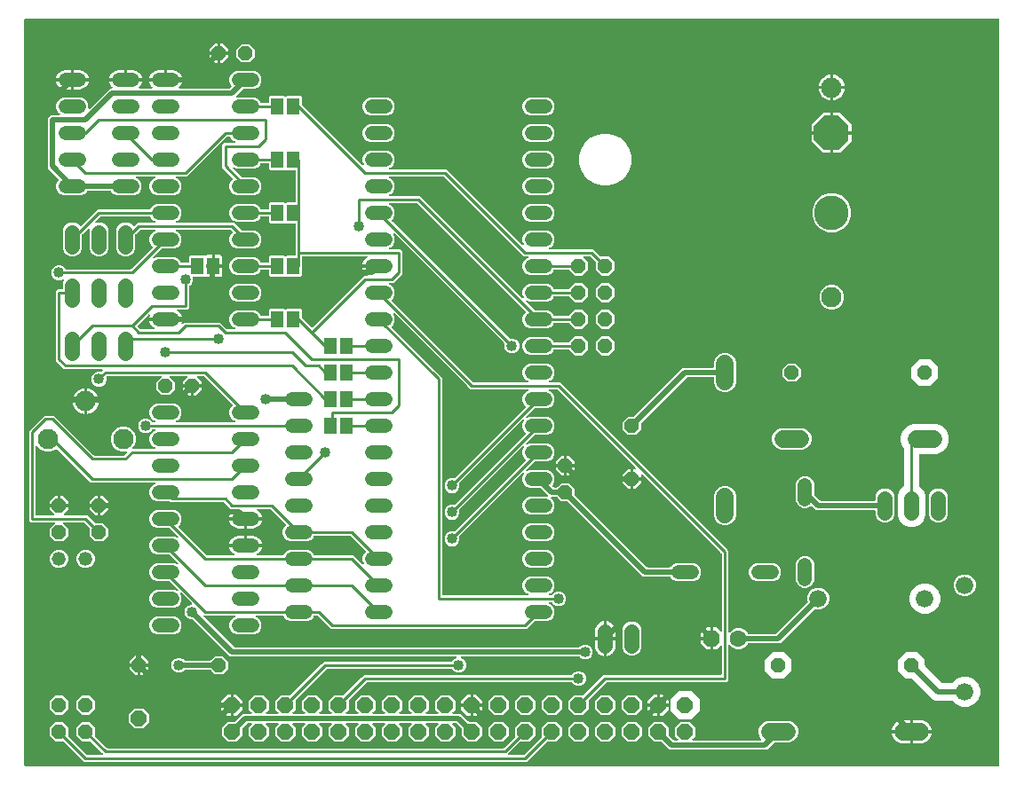
<source format=gbl>
G04 EAGLE Gerber RS-274X export*
G75*
%MOMM*%
%FSLAX34Y34*%
%LPD*%
%INBottom Copper*%
%IPPOS*%
%AMOC8*
5,1,8,0,0,1.08239X$1,22.5*%
G01*
%ADD10P,1.429621X8X202.500000*%
%ADD11P,1.429621X8X292.500000*%
%ADD12P,1.429621X8X112.500000*%
%ADD13P,1.732040X8X202.500000*%
%ADD14C,1.600200*%
%ADD15C,1.422400*%
%ADD16C,1.320800*%
%ADD17R,1.168400X1.600200*%
%ADD18P,1.539592X8X292.500000*%
%ADD19P,1.539592X8X202.500000*%
%ADD20P,1.649562X8X202.500000*%
%ADD21C,1.320800*%
%ADD22C,1.950000*%
%ADD23P,1.429621X8X22.500000*%
%ADD24P,1.649562X8X22.500000*%
%ADD25C,1.676400*%
%ADD26C,1.676400*%
%ADD27P,3.574052X8X112.500000*%
%ADD28C,3.302000*%
%ADD29C,0.508000*%
%ADD30C,0.254000*%
%ADD31C,1.016000*%

G36*
X933978Y5084D02*
X933978Y5084D01*
X933997Y5082D01*
X934099Y5104D01*
X934201Y5120D01*
X934218Y5130D01*
X934238Y5134D01*
X934327Y5187D01*
X934418Y5236D01*
X934432Y5250D01*
X934449Y5260D01*
X934516Y5339D01*
X934588Y5414D01*
X934596Y5432D01*
X934609Y5447D01*
X934648Y5543D01*
X934691Y5637D01*
X934693Y5657D01*
X934701Y5675D01*
X934719Y5842D01*
X934719Y718058D01*
X934716Y718078D01*
X934718Y718097D01*
X934696Y718199D01*
X934680Y718301D01*
X934670Y718318D01*
X934666Y718338D01*
X934613Y718427D01*
X934564Y718518D01*
X934550Y718532D01*
X934540Y718549D01*
X934461Y718616D01*
X934386Y718688D01*
X934368Y718696D01*
X934353Y718709D01*
X934257Y718748D01*
X934163Y718791D01*
X934143Y718793D01*
X934125Y718801D01*
X933958Y718819D01*
X5842Y718819D01*
X5822Y718816D01*
X5803Y718818D01*
X5701Y718796D01*
X5599Y718780D01*
X5582Y718770D01*
X5562Y718766D01*
X5473Y718713D01*
X5382Y718664D01*
X5368Y718650D01*
X5351Y718640D01*
X5284Y718561D01*
X5212Y718486D01*
X5204Y718468D01*
X5191Y718453D01*
X5152Y718357D01*
X5109Y718263D01*
X5107Y718243D01*
X5099Y718225D01*
X5081Y718058D01*
X5081Y5842D01*
X5084Y5822D01*
X5082Y5803D01*
X5104Y5701D01*
X5120Y5599D01*
X5130Y5582D01*
X5134Y5562D01*
X5187Y5473D01*
X5236Y5382D01*
X5250Y5368D01*
X5260Y5351D01*
X5339Y5284D01*
X5414Y5212D01*
X5432Y5204D01*
X5447Y5191D01*
X5543Y5152D01*
X5637Y5109D01*
X5657Y5107D01*
X5675Y5099D01*
X5842Y5081D01*
X933958Y5081D01*
X933978Y5084D01*
G37*
%LPC*%
G36*
X199202Y28447D02*
X199202Y28447D01*
X193547Y34102D01*
X193547Y42098D01*
X199202Y47753D01*
X206071Y47753D01*
X206161Y47767D01*
X206252Y47775D01*
X206281Y47787D01*
X206313Y47792D01*
X206394Y47835D01*
X206478Y47871D01*
X206510Y47897D01*
X206531Y47908D01*
X206553Y47931D01*
X206609Y47976D01*
X214006Y55373D01*
X221238Y55373D01*
X221309Y55384D01*
X221381Y55386D01*
X221430Y55404D01*
X221481Y55412D01*
X221545Y55446D01*
X221612Y55471D01*
X221653Y55503D01*
X221699Y55528D01*
X221748Y55580D01*
X221804Y55624D01*
X221832Y55668D01*
X221868Y55706D01*
X221898Y55771D01*
X221937Y55831D01*
X221950Y55882D01*
X221972Y55929D01*
X221979Y56000D01*
X221997Y56070D01*
X221993Y56122D01*
X221999Y56173D01*
X221983Y56244D01*
X221978Y56315D01*
X221958Y56363D01*
X221946Y56414D01*
X221910Y56475D01*
X221882Y56541D01*
X221837Y56597D01*
X221820Y56625D01*
X221802Y56640D01*
X221777Y56672D01*
X218947Y59502D01*
X218947Y67498D01*
X224602Y73153D01*
X232598Y73153D01*
X238253Y67498D01*
X238253Y59502D01*
X235423Y56672D01*
X235381Y56614D01*
X235332Y56562D01*
X235310Y56515D01*
X235280Y56473D01*
X235259Y56404D01*
X235228Y56339D01*
X235223Y56287D01*
X235207Y56237D01*
X235209Y56166D01*
X235201Y56095D01*
X235212Y56044D01*
X235214Y55992D01*
X235238Y55924D01*
X235254Y55854D01*
X235280Y55809D01*
X235298Y55761D01*
X235343Y55705D01*
X235380Y55643D01*
X235419Y55609D01*
X235452Y55569D01*
X235512Y55530D01*
X235567Y55483D01*
X235615Y55464D01*
X235659Y55436D01*
X235728Y55418D01*
X235795Y55391D01*
X235866Y55383D01*
X235897Y55375D01*
X235921Y55377D01*
X235962Y55373D01*
X246638Y55373D01*
X246709Y55384D01*
X246781Y55386D01*
X246830Y55404D01*
X246881Y55412D01*
X246945Y55446D01*
X247012Y55471D01*
X247053Y55503D01*
X247099Y55528D01*
X247148Y55580D01*
X247204Y55624D01*
X247232Y55668D01*
X247268Y55706D01*
X247298Y55771D01*
X247337Y55831D01*
X247350Y55882D01*
X247372Y55929D01*
X247379Y56000D01*
X247397Y56070D01*
X247393Y56122D01*
X247399Y56173D01*
X247383Y56244D01*
X247378Y56315D01*
X247358Y56363D01*
X247346Y56414D01*
X247310Y56475D01*
X247282Y56541D01*
X247237Y56597D01*
X247220Y56625D01*
X247202Y56640D01*
X247177Y56672D01*
X244347Y59502D01*
X244347Y67498D01*
X250002Y73153D01*
X258010Y73153D01*
X258068Y73116D01*
X258152Y73056D01*
X258171Y73050D01*
X258187Y73039D01*
X258288Y73014D01*
X258387Y72983D01*
X258407Y72984D01*
X258426Y72979D01*
X258529Y72987D01*
X258633Y72990D01*
X258651Y72997D01*
X258671Y72998D01*
X258766Y73038D01*
X258864Y73074D01*
X258879Y73087D01*
X258897Y73094D01*
X259028Y73199D01*
X288574Y102745D01*
X290732Y104903D01*
X412261Y104903D01*
X412375Y104921D01*
X412492Y104939D01*
X412497Y104941D01*
X412503Y104942D01*
X412606Y104997D01*
X412711Y105050D01*
X412715Y105055D01*
X412721Y105058D01*
X412801Y105142D01*
X412883Y105226D01*
X412887Y105232D01*
X412890Y105236D01*
X412898Y105253D01*
X412964Y105373D01*
X413070Y105629D01*
X415071Y107630D01*
X416599Y108263D01*
X416682Y108314D01*
X416768Y108360D01*
X416786Y108378D01*
X416808Y108392D01*
X416870Y108468D01*
X416937Y108538D01*
X416948Y108562D01*
X416965Y108582D01*
X417000Y108673D01*
X417041Y108761D01*
X417044Y108787D01*
X417053Y108811D01*
X417057Y108909D01*
X417068Y109005D01*
X417062Y109031D01*
X417063Y109057D01*
X417036Y109151D01*
X417015Y109246D01*
X417002Y109268D01*
X416995Y109293D01*
X416939Y109373D01*
X416889Y109457D01*
X416869Y109474D01*
X416855Y109495D01*
X416776Y109554D01*
X416702Y109617D01*
X416678Y109627D01*
X416657Y109642D01*
X416565Y109672D01*
X416474Y109709D01*
X416442Y109712D01*
X416423Y109718D01*
X416390Y109718D01*
X416308Y109727D01*
X201306Y109727D01*
X165969Y145064D01*
X165895Y145117D01*
X165825Y145177D01*
X165795Y145189D01*
X165769Y145208D01*
X165682Y145235D01*
X165597Y145269D01*
X165556Y145273D01*
X165534Y145280D01*
X165502Y145279D01*
X165431Y145287D01*
X163685Y145287D01*
X161071Y146370D01*
X159070Y148371D01*
X157987Y150985D01*
X157987Y153815D01*
X159070Y156429D01*
X161071Y158430D01*
X163685Y159513D01*
X164179Y159513D01*
X164249Y159524D01*
X164321Y159526D01*
X164370Y159544D01*
X164421Y159552D01*
X164485Y159586D01*
X164552Y159611D01*
X164593Y159643D01*
X164639Y159668D01*
X164688Y159719D01*
X164744Y159764D01*
X164772Y159808D01*
X164808Y159846D01*
X164838Y159911D01*
X164877Y159971D01*
X164890Y160022D01*
X164912Y160069D01*
X164920Y160140D01*
X164937Y160210D01*
X164933Y160262D01*
X164939Y160313D01*
X164924Y160384D01*
X164918Y160455D01*
X164898Y160503D01*
X164887Y160554D01*
X164850Y160615D01*
X164822Y160681D01*
X164777Y160737D01*
X164760Y160765D01*
X164743Y160780D01*
X164717Y160812D01*
X154981Y170549D01*
X154902Y170605D01*
X154827Y170667D01*
X154802Y170677D01*
X154781Y170692D01*
X154688Y170721D01*
X154597Y170756D01*
X154571Y170757D01*
X154546Y170764D01*
X154448Y170762D01*
X154351Y170766D01*
X154326Y170759D01*
X154300Y170758D01*
X154208Y170725D01*
X154115Y170698D01*
X154094Y170683D01*
X154069Y170674D01*
X153993Y170613D01*
X153913Y170557D01*
X153897Y170536D01*
X153877Y170520D01*
X153824Y170438D01*
X153766Y170360D01*
X153758Y170335D01*
X153744Y170313D01*
X153720Y170219D01*
X153690Y170126D01*
X153690Y170100D01*
X153684Y170075D01*
X153691Y169978D01*
X153692Y169880D01*
X153701Y169849D01*
X153703Y169829D01*
X153716Y169799D01*
X153739Y169719D01*
X154941Y166818D01*
X154941Y163382D01*
X153626Y160208D01*
X151196Y157778D01*
X148022Y156463D01*
X131378Y156463D01*
X128204Y157778D01*
X125774Y160208D01*
X124459Y163382D01*
X124459Y166818D01*
X125774Y169992D01*
X128204Y172422D01*
X131378Y173737D01*
X148022Y173737D01*
X150923Y172535D01*
X151018Y172513D01*
X151111Y172484D01*
X151137Y172485D01*
X151162Y172479D01*
X151259Y172488D01*
X151357Y172491D01*
X151381Y172500D01*
X151407Y172502D01*
X151496Y172542D01*
X151588Y172575D01*
X151608Y172591D01*
X151632Y172602D01*
X151704Y172668D01*
X151780Y172729D01*
X151794Y172751D01*
X151813Y172768D01*
X151860Y172854D01*
X151913Y172936D01*
X151919Y172961D01*
X151932Y172984D01*
X151949Y173080D01*
X151973Y173174D01*
X151971Y173200D01*
X151975Y173226D01*
X151961Y173323D01*
X151954Y173419D01*
X151943Y173443D01*
X151940Y173469D01*
X151895Y173556D01*
X151857Y173646D01*
X151837Y173671D01*
X151828Y173689D01*
X151804Y173712D01*
X151753Y173777D01*
X143889Y181640D01*
X143815Y181693D01*
X143746Y181753D01*
X143715Y181765D01*
X143689Y181784D01*
X143602Y181811D01*
X143517Y181845D01*
X143476Y181849D01*
X143454Y181856D01*
X143422Y181855D01*
X143351Y181863D01*
X131378Y181863D01*
X128204Y183178D01*
X125774Y185608D01*
X124459Y188782D01*
X124459Y192218D01*
X125774Y195392D01*
X128204Y197822D01*
X131378Y199137D01*
X148022Y199137D01*
X150923Y197935D01*
X151018Y197913D01*
X151111Y197884D01*
X151137Y197885D01*
X151162Y197879D01*
X151259Y197888D01*
X151357Y197891D01*
X151381Y197900D01*
X151407Y197902D01*
X151496Y197942D01*
X151588Y197975D01*
X151608Y197991D01*
X151632Y198002D01*
X151704Y198068D01*
X151780Y198129D01*
X151794Y198151D01*
X151813Y198168D01*
X151860Y198254D01*
X151913Y198336D01*
X151919Y198361D01*
X151932Y198384D01*
X151949Y198480D01*
X151973Y198574D01*
X151971Y198600D01*
X151975Y198626D01*
X151961Y198723D01*
X151954Y198819D01*
X151943Y198843D01*
X151940Y198869D01*
X151895Y198956D01*
X151857Y199046D01*
X151837Y199071D01*
X151828Y199089D01*
X151804Y199112D01*
X151753Y199177D01*
X143889Y207040D01*
X143815Y207093D01*
X143746Y207153D01*
X143715Y207165D01*
X143689Y207184D01*
X143602Y207211D01*
X143517Y207245D01*
X143476Y207249D01*
X143454Y207256D01*
X143422Y207255D01*
X143351Y207263D01*
X131378Y207263D01*
X128204Y208578D01*
X125774Y211008D01*
X124459Y214182D01*
X124459Y217618D01*
X125774Y220792D01*
X128204Y223222D01*
X131378Y224537D01*
X148022Y224537D01*
X150923Y223335D01*
X151018Y223313D01*
X151111Y223284D01*
X151137Y223285D01*
X151162Y223279D01*
X151259Y223288D01*
X151357Y223291D01*
X151381Y223300D01*
X151407Y223302D01*
X151496Y223342D01*
X151588Y223375D01*
X151608Y223391D01*
X151632Y223402D01*
X151704Y223468D01*
X151780Y223529D01*
X151794Y223551D01*
X151813Y223568D01*
X151860Y223654D01*
X151913Y223736D01*
X151919Y223761D01*
X151932Y223784D01*
X151949Y223880D01*
X151973Y223974D01*
X151971Y224000D01*
X151975Y224026D01*
X151961Y224123D01*
X151954Y224219D01*
X151943Y224243D01*
X151940Y224269D01*
X151895Y224356D01*
X151857Y224446D01*
X151837Y224471D01*
X151828Y224489D01*
X151804Y224512D01*
X151753Y224577D01*
X143889Y232440D01*
X143815Y232493D01*
X143746Y232553D01*
X143715Y232565D01*
X143689Y232584D01*
X143602Y232611D01*
X143517Y232645D01*
X143476Y232649D01*
X143454Y232656D01*
X143422Y232655D01*
X143351Y232663D01*
X131378Y232663D01*
X128204Y233978D01*
X125774Y236408D01*
X124459Y239582D01*
X124459Y243018D01*
X125774Y246192D01*
X128204Y248622D01*
X131378Y249937D01*
X148022Y249937D01*
X151196Y248622D01*
X153626Y246192D01*
X154941Y243018D01*
X154941Y239582D01*
X153626Y236408D01*
X151983Y234765D01*
X151971Y234748D01*
X151956Y234736D01*
X151900Y234649D01*
X151839Y234565D01*
X151833Y234546D01*
X151823Y234529D01*
X151797Y234429D01*
X151767Y234330D01*
X151767Y234310D01*
X151763Y234291D01*
X151771Y234188D01*
X151771Y234182D01*
X151770Y234178D01*
X151771Y234174D01*
X151773Y234084D01*
X151780Y234065D01*
X151782Y234045D01*
X151817Y233962D01*
X151822Y233937D01*
X151834Y233918D01*
X151858Y233853D01*
X151870Y233837D01*
X151878Y233819D01*
X151938Y233745D01*
X151949Y233726D01*
X151960Y233716D01*
X151983Y233688D01*
X178945Y206726D01*
X179019Y206673D01*
X179088Y206613D01*
X179119Y206601D01*
X179145Y206582D01*
X179232Y206555D01*
X179317Y206521D01*
X179358Y206517D01*
X179380Y206510D01*
X179412Y206511D01*
X179483Y206503D01*
X204390Y206503D01*
X204413Y206506D01*
X204436Y206504D01*
X204534Y206526D01*
X204633Y206542D01*
X204653Y206553D01*
X204676Y206558D01*
X204762Y206611D01*
X204851Y206658D01*
X204866Y206674D01*
X204886Y206686D01*
X204951Y206763D01*
X205020Y206836D01*
X205030Y206857D01*
X205044Y206874D01*
X205081Y206968D01*
X205124Y207059D01*
X205126Y207082D01*
X205135Y207103D01*
X205140Y207204D01*
X205151Y207303D01*
X205146Y207326D01*
X205147Y207349D01*
X205120Y207446D01*
X205098Y207544D01*
X205087Y207564D01*
X205080Y207586D01*
X205024Y207669D01*
X204972Y207755D01*
X204955Y207770D01*
X204942Y207789D01*
X204813Y207897D01*
X203466Y208797D01*
X202193Y210070D01*
X201192Y211568D01*
X200503Y213233D01*
X200275Y214377D01*
X215138Y214377D01*
X215158Y214380D01*
X215177Y214378D01*
X215279Y214400D01*
X215381Y214417D01*
X215398Y214426D01*
X215418Y214430D01*
X215507Y214483D01*
X215598Y214532D01*
X215612Y214546D01*
X215629Y214556D01*
X215696Y214635D01*
X215767Y214710D01*
X215776Y214728D01*
X215789Y214743D01*
X215827Y214839D01*
X215871Y214933D01*
X215873Y214953D01*
X215881Y214971D01*
X215899Y215138D01*
X215899Y215901D01*
X215901Y215901D01*
X215901Y215138D01*
X215904Y215118D01*
X215902Y215099D01*
X215924Y214997D01*
X215941Y214895D01*
X215950Y214878D01*
X215954Y214858D01*
X216007Y214769D01*
X216056Y214678D01*
X216070Y214664D01*
X216080Y214647D01*
X216159Y214580D01*
X216234Y214509D01*
X216252Y214500D01*
X216267Y214487D01*
X216363Y214448D01*
X216457Y214405D01*
X216477Y214403D01*
X216495Y214395D01*
X216662Y214377D01*
X231525Y214377D01*
X231297Y213233D01*
X230608Y211568D01*
X229607Y210070D01*
X228334Y208797D01*
X226987Y207897D01*
X226970Y207881D01*
X226949Y207870D01*
X226881Y207798D01*
X226807Y207729D01*
X226796Y207709D01*
X226780Y207692D01*
X226738Y207601D01*
X226690Y207513D01*
X226686Y207490D01*
X226676Y207469D01*
X226665Y207369D01*
X226648Y207270D01*
X226652Y207247D01*
X226649Y207225D01*
X226671Y207126D01*
X226686Y207027D01*
X226697Y207007D01*
X226702Y206984D01*
X226753Y206898D01*
X226799Y206809D01*
X226816Y206793D01*
X226828Y206773D01*
X226904Y206708D01*
X226976Y206638D01*
X226997Y206628D01*
X227015Y206613D01*
X227108Y206576D01*
X227199Y206533D01*
X227221Y206530D01*
X227243Y206521D01*
X227410Y206503D01*
X251607Y206503D01*
X251722Y206522D01*
X251838Y206539D01*
X251844Y206541D01*
X251850Y206542D01*
X251952Y206597D01*
X252057Y206650D01*
X252062Y206655D01*
X252067Y206658D01*
X252147Y206742D01*
X252229Y206826D01*
X252233Y206832D01*
X252237Y206836D01*
X252244Y206853D01*
X252310Y206973D01*
X252774Y208092D01*
X255204Y210522D01*
X258378Y211837D01*
X275022Y211837D01*
X278196Y210522D01*
X280626Y208092D01*
X281090Y206973D01*
X281151Y206873D01*
X281211Y206773D01*
X281216Y206769D01*
X281219Y206764D01*
X281309Y206689D01*
X281398Y206613D01*
X281404Y206611D01*
X281409Y206607D01*
X281517Y206565D01*
X281626Y206521D01*
X281634Y206520D01*
X281638Y206519D01*
X281657Y206518D01*
X281793Y206503D01*
X318868Y206503D01*
X321026Y204345D01*
X327619Y197751D01*
X327698Y197695D01*
X327773Y197633D01*
X327798Y197623D01*
X327819Y197608D01*
X327912Y197579D01*
X328003Y197544D01*
X328029Y197543D01*
X328054Y197536D01*
X328152Y197538D01*
X328249Y197534D01*
X328274Y197541D01*
X328300Y197542D01*
X328392Y197575D01*
X328485Y197602D01*
X328506Y197617D01*
X328531Y197626D01*
X328607Y197687D01*
X328687Y197743D01*
X328703Y197764D01*
X328723Y197780D01*
X328776Y197862D01*
X328834Y197940D01*
X328842Y197965D01*
X328856Y197987D01*
X328880Y198081D01*
X328910Y198174D01*
X328910Y198200D01*
X328916Y198225D01*
X328909Y198322D01*
X328908Y198420D01*
X328899Y198451D01*
X328897Y198471D01*
X328884Y198501D01*
X328861Y198581D01*
X327659Y201482D01*
X327659Y204918D01*
X328974Y208092D01*
X330617Y209735D01*
X330629Y209752D01*
X330644Y209764D01*
X330700Y209851D01*
X330761Y209935D01*
X330767Y209954D01*
X330777Y209971D01*
X330803Y210071D01*
X330833Y210170D01*
X330833Y210190D01*
X330837Y210209D01*
X330829Y210312D01*
X330827Y210416D01*
X330820Y210435D01*
X330818Y210455D01*
X330778Y210550D01*
X330742Y210647D01*
X330730Y210663D01*
X330722Y210681D01*
X330617Y210812D01*
X316355Y225074D01*
X316281Y225127D01*
X316212Y225187D01*
X316181Y225199D01*
X316155Y225218D01*
X316068Y225245D01*
X315983Y225279D01*
X315942Y225283D01*
X315920Y225290D01*
X315888Y225289D01*
X315817Y225297D01*
X281793Y225297D01*
X281678Y225278D01*
X281562Y225261D01*
X281556Y225259D01*
X281550Y225258D01*
X281448Y225203D01*
X281343Y225150D01*
X281338Y225145D01*
X281333Y225142D01*
X281253Y225058D01*
X281171Y224974D01*
X281167Y224968D01*
X281163Y224964D01*
X281156Y224947D01*
X281090Y224827D01*
X280626Y223708D01*
X278196Y221278D01*
X275022Y219963D01*
X258378Y219963D01*
X255204Y221278D01*
X252774Y223708D01*
X251459Y226882D01*
X251459Y230318D01*
X252774Y233492D01*
X254417Y235135D01*
X254429Y235152D01*
X254444Y235164D01*
X254500Y235251D01*
X254561Y235335D01*
X254567Y235354D01*
X254577Y235371D01*
X254603Y235471D01*
X254633Y235570D01*
X254633Y235590D01*
X254637Y235609D01*
X254629Y235712D01*
X254627Y235816D01*
X254620Y235835D01*
X254618Y235855D01*
X254578Y235950D01*
X254542Y236047D01*
X254530Y236063D01*
X254522Y236081D01*
X254417Y236212D01*
X240155Y250474D01*
X240081Y250527D01*
X240012Y250587D01*
X239981Y250599D01*
X239955Y250618D01*
X239868Y250645D01*
X239783Y250679D01*
X239742Y250683D01*
X239720Y250690D01*
X239688Y250689D01*
X239617Y250697D01*
X227410Y250697D01*
X227387Y250694D01*
X227364Y250696D01*
X227266Y250674D01*
X227167Y250658D01*
X227147Y250647D01*
X227124Y250642D01*
X227038Y250589D01*
X226949Y250542D01*
X226934Y250526D01*
X226914Y250514D01*
X226849Y250437D01*
X226780Y250364D01*
X226770Y250343D01*
X226756Y250326D01*
X226719Y250232D01*
X226676Y250141D01*
X226674Y250118D01*
X226665Y250097D01*
X226660Y249996D01*
X226649Y249897D01*
X226654Y249874D01*
X226653Y249851D01*
X226680Y249754D01*
X226702Y249656D01*
X226713Y249636D01*
X226720Y249614D01*
X226776Y249531D01*
X226828Y249445D01*
X226845Y249430D01*
X226858Y249411D01*
X226987Y249303D01*
X228334Y248403D01*
X229607Y247130D01*
X230608Y245632D01*
X231297Y243967D01*
X231525Y242823D01*
X216662Y242823D01*
X216642Y242820D01*
X216623Y242822D01*
X216521Y242800D01*
X216419Y242783D01*
X216402Y242774D01*
X216382Y242770D01*
X216293Y242717D01*
X216202Y242668D01*
X216188Y242654D01*
X216171Y242644D01*
X216104Y242565D01*
X216033Y242490D01*
X216024Y242472D01*
X216011Y242457D01*
X215973Y242361D01*
X215929Y242267D01*
X215927Y242247D01*
X215919Y242229D01*
X215901Y242062D01*
X215901Y241299D01*
X215899Y241299D01*
X215899Y242062D01*
X215896Y242082D01*
X215898Y242101D01*
X215876Y242203D01*
X215859Y242305D01*
X215850Y242322D01*
X215846Y242342D01*
X215793Y242431D01*
X215744Y242522D01*
X215730Y242536D01*
X215720Y242553D01*
X215641Y242620D01*
X215566Y242691D01*
X215548Y242700D01*
X215533Y242713D01*
X215437Y242752D01*
X215343Y242795D01*
X215323Y242797D01*
X215305Y242805D01*
X215138Y242823D01*
X200275Y242823D01*
X200503Y243967D01*
X201192Y245632D01*
X202193Y247130D01*
X203466Y248403D01*
X204813Y249303D01*
X204830Y249319D01*
X204851Y249330D01*
X204919Y249402D01*
X204993Y249471D01*
X205004Y249491D01*
X205020Y249508D01*
X205062Y249599D01*
X205110Y249687D01*
X205114Y249710D01*
X205124Y249731D01*
X205135Y249831D01*
X205152Y249930D01*
X205148Y249953D01*
X205151Y249975D01*
X205129Y250074D01*
X205114Y250173D01*
X205103Y250193D01*
X205098Y250216D01*
X205047Y250302D01*
X205001Y250391D01*
X204984Y250407D01*
X204972Y250427D01*
X204896Y250492D01*
X204824Y250562D01*
X204803Y250572D01*
X204785Y250587D01*
X204692Y250624D01*
X204601Y250667D01*
X204579Y250670D01*
X204557Y250679D01*
X204390Y250697D01*
X201832Y250697D01*
X195705Y256824D01*
X195631Y256877D01*
X195562Y256937D01*
X195531Y256949D01*
X195505Y256968D01*
X195418Y256995D01*
X195333Y257029D01*
X195292Y257033D01*
X195270Y257040D01*
X195238Y257039D01*
X195167Y257047D01*
X144682Y257047D01*
X143889Y257840D01*
X143815Y257893D01*
X143746Y257953D01*
X143715Y257965D01*
X143689Y257984D01*
X143602Y258011D01*
X143517Y258045D01*
X143476Y258049D01*
X143454Y258056D01*
X143422Y258055D01*
X143351Y258063D01*
X131378Y258063D01*
X128204Y259378D01*
X125774Y261808D01*
X124459Y264982D01*
X124459Y268418D01*
X125774Y271592D01*
X128204Y274022D01*
X129678Y274633D01*
X129761Y274684D01*
X129847Y274730D01*
X129865Y274749D01*
X129887Y274762D01*
X129950Y274837D01*
X130017Y274908D01*
X130028Y274932D01*
X130044Y274952D01*
X130079Y275043D01*
X130120Y275131D01*
X130123Y275157D01*
X130133Y275181D01*
X130137Y275279D01*
X130147Y275375D01*
X130142Y275401D01*
X130143Y275427D01*
X130116Y275521D01*
X130095Y275616D01*
X130082Y275638D01*
X130074Y275663D01*
X130019Y275743D01*
X129969Y275827D01*
X129949Y275844D01*
X129934Y275865D01*
X129856Y275924D01*
X129782Y275987D01*
X129758Y275997D01*
X129737Y276012D01*
X129644Y276042D01*
X129554Y276079D01*
X129521Y276082D01*
X129503Y276088D01*
X129470Y276088D01*
X129387Y276097D01*
X68482Y276097D01*
X36126Y308454D01*
X36109Y308465D01*
X36097Y308481D01*
X36010Y308537D01*
X35926Y308597D01*
X35907Y308603D01*
X35890Y308614D01*
X35790Y308639D01*
X35691Y308670D01*
X35671Y308669D01*
X35651Y308674D01*
X35549Y308666D01*
X35445Y308663D01*
X35426Y308656D01*
X35406Y308655D01*
X35311Y308614D01*
X35214Y308579D01*
X35198Y308566D01*
X35180Y308559D01*
X35049Y308454D01*
X34106Y307511D01*
X29776Y305717D01*
X25088Y305717D01*
X20758Y307511D01*
X17413Y310856D01*
X17370Y310936D01*
X17352Y310954D01*
X17338Y310976D01*
X17263Y311038D01*
X17192Y311105D01*
X17168Y311116D01*
X17148Y311133D01*
X17057Y311168D01*
X16969Y311209D01*
X16943Y311212D01*
X16919Y311221D01*
X16821Y311225D01*
X16725Y311236D01*
X16699Y311231D01*
X16673Y311232D01*
X16579Y311205D01*
X16484Y311184D01*
X16462Y311171D01*
X16437Y311163D01*
X16357Y311108D01*
X16273Y311058D01*
X16256Y311038D01*
X16235Y311023D01*
X16177Y310945D01*
X16113Y310871D01*
X16103Y310847D01*
X16088Y310826D01*
X16058Y310733D01*
X16021Y310643D01*
X16018Y310610D01*
X16012Y310592D01*
X16012Y310559D01*
X16003Y310476D01*
X16003Y245364D01*
X16006Y245344D01*
X16004Y245325D01*
X16026Y245223D01*
X16042Y245121D01*
X16052Y245104D01*
X16056Y245084D01*
X16109Y244995D01*
X16158Y244904D01*
X16172Y244890D01*
X16182Y244873D01*
X16261Y244806D01*
X16336Y244734D01*
X16354Y244726D01*
X16369Y244713D01*
X16465Y244674D01*
X16559Y244631D01*
X16579Y244629D01*
X16597Y244621D01*
X16764Y244603D01*
X32727Y244603D01*
X32798Y244614D01*
X32869Y244616D01*
X32918Y244634D01*
X32970Y244642D01*
X33033Y244676D01*
X33100Y244701D01*
X33141Y244733D01*
X33187Y244758D01*
X33236Y244810D01*
X33292Y244854D01*
X33321Y244898D01*
X33356Y244936D01*
X33387Y245001D01*
X33425Y245061D01*
X33438Y245112D01*
X33460Y245159D01*
X33468Y245230D01*
X33485Y245300D01*
X33481Y245352D01*
X33487Y245403D01*
X33472Y245474D01*
X33466Y245545D01*
X33446Y245593D01*
X33435Y245644D01*
X33398Y245705D01*
X33370Y245771D01*
X33325Y245827D01*
X33309Y245855D01*
X33291Y245870D01*
X33265Y245902D01*
X28955Y250212D01*
X28955Y252477D01*
X37338Y252477D01*
X37358Y252480D01*
X37377Y252478D01*
X37479Y252500D01*
X37581Y252517D01*
X37598Y252526D01*
X37618Y252530D01*
X37707Y252583D01*
X37798Y252632D01*
X37812Y252646D01*
X37829Y252656D01*
X37896Y252735D01*
X37967Y252810D01*
X37976Y252828D01*
X37989Y252843D01*
X38027Y252939D01*
X38071Y253033D01*
X38073Y253053D01*
X38081Y253071D01*
X38099Y253238D01*
X38099Y254001D01*
X38101Y254001D01*
X38101Y253238D01*
X38103Y253222D01*
X38102Y253209D01*
X38103Y253205D01*
X38102Y253199D01*
X38124Y253097D01*
X38141Y252995D01*
X38150Y252978D01*
X38154Y252958D01*
X38207Y252869D01*
X38256Y252778D01*
X38270Y252764D01*
X38280Y252747D01*
X38359Y252680D01*
X38434Y252609D01*
X38452Y252600D01*
X38467Y252587D01*
X38564Y252548D01*
X38657Y252505D01*
X38677Y252503D01*
X38695Y252495D01*
X38862Y252477D01*
X47245Y252477D01*
X47245Y250212D01*
X42935Y245902D01*
X42893Y245844D01*
X42844Y245792D01*
X42822Y245745D01*
X42791Y245703D01*
X42770Y245634D01*
X42740Y245569D01*
X42734Y245517D01*
X42719Y245467D01*
X42721Y245396D01*
X42713Y245325D01*
X42724Y245274D01*
X42725Y245222D01*
X42750Y245154D01*
X42765Y245084D01*
X42792Y245039D01*
X42810Y244991D01*
X42855Y244935D01*
X42891Y244873D01*
X42931Y244839D01*
X42963Y244799D01*
X43024Y244760D01*
X43078Y244713D01*
X43127Y244694D01*
X43170Y244666D01*
X43240Y244648D01*
X43306Y244621D01*
X43378Y244613D01*
X43409Y244605D01*
X43432Y244607D01*
X43473Y244603D01*
X64868Y244603D01*
X72011Y237460D01*
X72085Y237407D01*
X72154Y237347D01*
X72185Y237335D01*
X72211Y237316D01*
X72298Y237289D01*
X72383Y237255D01*
X72424Y237251D01*
X72446Y237244D01*
X72478Y237245D01*
X72549Y237237D01*
X79777Y237237D01*
X84837Y232177D01*
X84837Y225023D01*
X79777Y219963D01*
X72623Y219963D01*
X67563Y225023D01*
X67563Y232251D01*
X67549Y232341D01*
X67541Y232432D01*
X67529Y232461D01*
X67524Y232493D01*
X67481Y232574D01*
X67445Y232658D01*
X67419Y232690D01*
X67408Y232711D01*
X67385Y232733D01*
X67340Y232789D01*
X62355Y237774D01*
X62281Y237827D01*
X62212Y237887D01*
X62181Y237899D01*
X62155Y237918D01*
X62068Y237945D01*
X61983Y237979D01*
X61942Y237983D01*
X61920Y237990D01*
X61888Y237989D01*
X61817Y237997D01*
X42755Y237997D01*
X42684Y237986D01*
X42612Y237984D01*
X42563Y237966D01*
X42512Y237958D01*
X42449Y237924D01*
X42381Y237899D01*
X42341Y237867D01*
X42295Y237842D01*
X42245Y237790D01*
X42189Y237746D01*
X42161Y237702D01*
X42125Y237664D01*
X42095Y237599D01*
X42056Y237539D01*
X42044Y237488D01*
X42022Y237441D01*
X42014Y237370D01*
X41996Y237300D01*
X42000Y237248D01*
X41994Y237197D01*
X42010Y237126D01*
X42015Y237055D01*
X42036Y237007D01*
X42047Y236956D01*
X42084Y236895D01*
X42112Y236829D01*
X42156Y236773D01*
X42173Y236745D01*
X42191Y236730D01*
X42216Y236698D01*
X46737Y232177D01*
X46737Y225023D01*
X41677Y219963D01*
X34523Y219963D01*
X29463Y225023D01*
X29463Y232177D01*
X33984Y236698D01*
X34025Y236756D01*
X34075Y236808D01*
X34097Y236855D01*
X34127Y236897D01*
X34148Y236966D01*
X34178Y237031D01*
X34184Y237083D01*
X34199Y237133D01*
X34198Y237204D01*
X34206Y237275D01*
X34194Y237326D01*
X34193Y237378D01*
X34168Y237446D01*
X34153Y237516D01*
X34127Y237561D01*
X34109Y237609D01*
X34064Y237665D01*
X34027Y237727D01*
X33988Y237761D01*
X33955Y237801D01*
X33895Y237840D01*
X33840Y237887D01*
X33792Y237906D01*
X33748Y237934D01*
X33679Y237952D01*
X33612Y237979D01*
X33541Y237987D01*
X33510Y237995D01*
X33486Y237993D01*
X33445Y237997D01*
X11332Y237997D01*
X9397Y239932D01*
X9397Y325218D01*
X24032Y339853D01*
X33118Y339853D01*
X35276Y337695D01*
X70995Y301976D01*
X71069Y301923D01*
X71138Y301863D01*
X71169Y301851D01*
X71195Y301832D01*
X71282Y301805D01*
X71367Y301771D01*
X71408Y301767D01*
X71430Y301760D01*
X71462Y301761D01*
X71533Y301753D01*
X99917Y301753D01*
X100007Y301767D01*
X100098Y301775D01*
X100127Y301787D01*
X100159Y301792D01*
X100240Y301835D01*
X100324Y301871D01*
X100356Y301897D01*
X100377Y301908D01*
X100399Y301931D01*
X100455Y301976D01*
X103106Y304627D01*
X103163Y304706D01*
X103225Y304781D01*
X103234Y304805D01*
X103249Y304826D01*
X103278Y304919D01*
X103313Y305010D01*
X103314Y305037D01*
X103322Y305062D01*
X103319Y305159D01*
X103323Y305256D01*
X103316Y305281D01*
X103315Y305307D01*
X103282Y305399D01*
X103255Y305492D01*
X103240Y305514D01*
X103231Y305538D01*
X103170Y305615D01*
X103115Y305694D01*
X103094Y305710D01*
X103077Y305730D01*
X102996Y305783D01*
X102917Y305841D01*
X102892Y305849D01*
X102870Y305863D01*
X102776Y305887D01*
X102683Y305917D01*
X102657Y305917D01*
X102632Y305924D01*
X102535Y305916D01*
X102437Y305915D01*
X102406Y305906D01*
X102387Y305904D01*
X102356Y305892D01*
X102276Y305868D01*
X101912Y305717D01*
X97224Y305717D01*
X92894Y307511D01*
X89579Y310826D01*
X87785Y315156D01*
X87785Y319844D01*
X89579Y324174D01*
X92894Y327489D01*
X97224Y329283D01*
X101912Y329283D01*
X106242Y327489D01*
X109557Y324174D01*
X111351Y319844D01*
X111351Y315156D01*
X109557Y310826D01*
X108134Y309402D01*
X108092Y309344D01*
X108042Y309292D01*
X108020Y309245D01*
X107990Y309203D01*
X107969Y309134D01*
X107939Y309069D01*
X107933Y309017D01*
X107918Y308967D01*
X107920Y308896D01*
X107912Y308825D01*
X107923Y308774D01*
X107924Y308722D01*
X107949Y308654D01*
X107964Y308584D01*
X107991Y308539D01*
X108008Y308491D01*
X108053Y308435D01*
X108090Y308373D01*
X108130Y308339D01*
X108162Y308299D01*
X108222Y308260D01*
X108277Y308213D01*
X108325Y308194D01*
X108369Y308166D01*
X108439Y308148D01*
X108505Y308121D01*
X108576Y308113D01*
X108608Y308105D01*
X108631Y308107D01*
X108672Y308103D01*
X129387Y308103D01*
X129483Y308118D01*
X129580Y308128D01*
X129604Y308138D01*
X129630Y308142D01*
X129716Y308188D01*
X129805Y308228D01*
X129824Y308245D01*
X129847Y308258D01*
X129914Y308328D01*
X129986Y308394D01*
X129999Y308417D01*
X130017Y308436D01*
X130058Y308524D01*
X130105Y308610D01*
X130109Y308635D01*
X130120Y308659D01*
X130131Y308756D01*
X130148Y308852D01*
X130144Y308878D01*
X130147Y308903D01*
X130127Y308999D01*
X130112Y309095D01*
X130101Y309118D01*
X130095Y309144D01*
X130045Y309227D01*
X130001Y309314D01*
X129982Y309333D01*
X129969Y309355D01*
X129895Y309418D01*
X129825Y309486D01*
X129797Y309502D01*
X129782Y309515D01*
X129751Y309527D01*
X129678Y309567D01*
X128204Y310178D01*
X125774Y312608D01*
X124459Y315782D01*
X124459Y319218D01*
X125774Y322392D01*
X128204Y324822D01*
X129678Y325433D01*
X129761Y325484D01*
X129847Y325530D01*
X129865Y325548D01*
X129887Y325562D01*
X129950Y325638D01*
X130017Y325708D01*
X130028Y325732D01*
X130044Y325752D01*
X130079Y325843D01*
X130120Y325931D01*
X130123Y325957D01*
X130132Y325981D01*
X130137Y326079D01*
X130147Y326175D01*
X130142Y326201D01*
X130143Y326227D01*
X130116Y326321D01*
X130095Y326416D01*
X130082Y326438D01*
X130074Y326463D01*
X130019Y326543D01*
X129969Y326627D01*
X129949Y326644D01*
X129934Y326665D01*
X129856Y326724D01*
X129782Y326787D01*
X129758Y326797D01*
X129737Y326812D01*
X129644Y326842D01*
X129554Y326879D01*
X129521Y326882D01*
X129503Y326888D01*
X129470Y326888D01*
X129387Y326897D01*
X127489Y326897D01*
X127375Y326879D01*
X127258Y326861D01*
X127253Y326859D01*
X127247Y326858D01*
X127144Y326803D01*
X127039Y326750D01*
X127035Y326745D01*
X127029Y326742D01*
X126949Y326658D01*
X126867Y326574D01*
X126863Y326568D01*
X126860Y326564D01*
X126852Y326547D01*
X126786Y326427D01*
X126680Y326171D01*
X124679Y324170D01*
X122065Y323087D01*
X119235Y323087D01*
X116621Y324170D01*
X114620Y326171D01*
X113537Y328785D01*
X113537Y331615D01*
X114620Y334229D01*
X116621Y336230D01*
X119235Y337313D01*
X122065Y337313D01*
X124679Y336230D01*
X126680Y334229D01*
X126786Y333973D01*
X126847Y333874D01*
X126908Y333773D01*
X126912Y333769D01*
X126916Y333764D01*
X127005Y333690D01*
X127094Y333613D01*
X127100Y333611D01*
X127105Y333607D01*
X127213Y333565D01*
X127323Y333521D01*
X127330Y333520D01*
X127335Y333519D01*
X127353Y333518D01*
X127489Y333503D01*
X129387Y333503D01*
X129483Y333518D01*
X129580Y333528D01*
X129604Y333538D01*
X129630Y333542D01*
X129716Y333588D01*
X129805Y333628D01*
X129824Y333645D01*
X129847Y333658D01*
X129914Y333728D01*
X129986Y333794D01*
X129999Y333817D01*
X130017Y333836D01*
X130058Y333924D01*
X130105Y334010D01*
X130109Y334035D01*
X130120Y334059D01*
X130131Y334156D01*
X130148Y334252D01*
X130144Y334278D01*
X130147Y334303D01*
X130127Y334399D01*
X130112Y334495D01*
X130101Y334518D01*
X130095Y334544D01*
X130045Y334627D01*
X130001Y334714D01*
X129982Y334733D01*
X129969Y334755D01*
X129895Y334818D01*
X129825Y334886D01*
X129797Y334902D01*
X129782Y334915D01*
X129751Y334927D01*
X129678Y334967D01*
X128204Y335578D01*
X125774Y338008D01*
X124459Y341182D01*
X124459Y344618D01*
X125774Y347792D01*
X128204Y350222D01*
X131378Y351537D01*
X148022Y351537D01*
X151196Y350222D01*
X153626Y347792D01*
X154941Y344618D01*
X154941Y341182D01*
X153626Y338008D01*
X151196Y335578D01*
X149722Y334967D01*
X149639Y334916D01*
X149553Y334870D01*
X149535Y334852D01*
X149513Y334838D01*
X149450Y334762D01*
X149383Y334692D01*
X149372Y334668D01*
X149356Y334648D01*
X149321Y334557D01*
X149280Y334469D01*
X149277Y334443D01*
X149268Y334419D01*
X149263Y334321D01*
X149253Y334225D01*
X149258Y334199D01*
X149257Y334173D01*
X149284Y334079D01*
X149305Y333984D01*
X149318Y333962D01*
X149326Y333937D01*
X149381Y333857D01*
X149431Y333773D01*
X149451Y333756D01*
X149466Y333735D01*
X149544Y333676D01*
X149618Y333613D01*
X149642Y333603D01*
X149663Y333588D01*
X149756Y333558D01*
X149846Y333521D01*
X149879Y333518D01*
X149897Y333512D01*
X149930Y333512D01*
X150013Y333503D01*
X205587Y333503D01*
X205683Y333518D01*
X205780Y333528D01*
X205804Y333538D01*
X205830Y333542D01*
X205916Y333588D01*
X206005Y333628D01*
X206024Y333645D01*
X206047Y333658D01*
X206114Y333728D01*
X206186Y333794D01*
X206199Y333817D01*
X206217Y333836D01*
X206258Y333924D01*
X206305Y334010D01*
X206309Y334035D01*
X206320Y334059D01*
X206331Y334156D01*
X206348Y334252D01*
X206344Y334278D01*
X206347Y334303D01*
X206327Y334399D01*
X206312Y334495D01*
X206301Y334518D01*
X206295Y334544D01*
X206245Y334627D01*
X206201Y334714D01*
X206182Y334733D01*
X206169Y334755D01*
X206095Y334818D01*
X206025Y334886D01*
X205997Y334902D01*
X205982Y334915D01*
X205951Y334927D01*
X205878Y334967D01*
X204404Y335578D01*
X201974Y338008D01*
X200659Y341182D01*
X200659Y344618D01*
X201974Y347792D01*
X203617Y349435D01*
X203629Y349452D01*
X203644Y349464D01*
X203700Y349551D01*
X203761Y349635D01*
X203767Y349654D01*
X203777Y349671D01*
X203803Y349771D01*
X203833Y349870D01*
X203833Y349890D01*
X203837Y349909D01*
X203829Y350012D01*
X203827Y350116D01*
X203820Y350135D01*
X203818Y350155D01*
X203778Y350250D01*
X203742Y350347D01*
X203730Y350363D01*
X203722Y350381D01*
X203617Y350512D01*
X176655Y377474D01*
X176581Y377527D01*
X176512Y377587D01*
X176481Y377599D01*
X176455Y377618D01*
X176368Y377645D01*
X176283Y377679D01*
X176242Y377683D01*
X176220Y377690D01*
X176188Y377689D01*
X176117Y377697D01*
X170473Y377697D01*
X170402Y377686D01*
X170331Y377684D01*
X170282Y377666D01*
X170230Y377658D01*
X170167Y377624D01*
X170100Y377599D01*
X170059Y377567D01*
X170013Y377542D01*
X169964Y377490D01*
X169908Y377446D01*
X169879Y377402D01*
X169844Y377364D01*
X169813Y377299D01*
X169775Y377239D01*
X169762Y377188D01*
X169740Y377141D01*
X169732Y377070D01*
X169715Y377000D01*
X169719Y376948D01*
X169713Y376897D01*
X169728Y376826D01*
X169734Y376755D01*
X169754Y376707D01*
X169765Y376656D01*
X169802Y376595D01*
X169830Y376529D01*
X169875Y376473D01*
X169891Y376445D01*
X169909Y376430D01*
X169935Y376398D01*
X174245Y372088D01*
X174245Y369823D01*
X165862Y369823D01*
X165842Y369820D01*
X165823Y369822D01*
X165721Y369800D01*
X165619Y369783D01*
X165602Y369774D01*
X165582Y369770D01*
X165493Y369717D01*
X165402Y369668D01*
X165388Y369654D01*
X165371Y369644D01*
X165304Y369565D01*
X165233Y369490D01*
X165224Y369472D01*
X165211Y369457D01*
X165173Y369361D01*
X165129Y369267D01*
X165127Y369247D01*
X165119Y369229D01*
X165101Y369062D01*
X165101Y368299D01*
X165099Y368299D01*
X165099Y369062D01*
X165096Y369082D01*
X165098Y369101D01*
X165076Y369203D01*
X165059Y369305D01*
X165050Y369322D01*
X165046Y369342D01*
X164993Y369431D01*
X164944Y369522D01*
X164930Y369536D01*
X164920Y369553D01*
X164841Y369620D01*
X164766Y369691D01*
X164748Y369700D01*
X164733Y369713D01*
X164637Y369752D01*
X164543Y369795D01*
X164523Y369797D01*
X164505Y369805D01*
X164338Y369823D01*
X155955Y369823D01*
X155955Y372088D01*
X160265Y376398D01*
X160307Y376456D01*
X160356Y376508D01*
X160378Y376555D01*
X160409Y376597D01*
X160430Y376666D01*
X160460Y376731D01*
X160466Y376783D01*
X160481Y376833D01*
X160479Y376904D01*
X160487Y376975D01*
X160476Y377026D01*
X160475Y377078D01*
X160450Y377146D01*
X160435Y377216D01*
X160408Y377261D01*
X160390Y377309D01*
X160345Y377365D01*
X160309Y377427D01*
X160269Y377461D01*
X160237Y377501D01*
X160176Y377540D01*
X160122Y377587D01*
X160073Y377606D01*
X160030Y377634D01*
X159960Y377652D01*
X159894Y377679D01*
X159822Y377687D01*
X159791Y377695D01*
X159768Y377693D01*
X159727Y377697D01*
X144355Y377697D01*
X144284Y377686D01*
X144212Y377684D01*
X144163Y377666D01*
X144112Y377658D01*
X144049Y377624D01*
X143981Y377599D01*
X143941Y377567D01*
X143895Y377542D01*
X143845Y377490D01*
X143789Y377446D01*
X143761Y377402D01*
X143725Y377364D01*
X143695Y377299D01*
X143656Y377239D01*
X143644Y377188D01*
X143622Y377141D01*
X143614Y377070D01*
X143596Y377000D01*
X143600Y376948D01*
X143594Y376897D01*
X143610Y376826D01*
X143615Y376755D01*
X143636Y376707D01*
X143647Y376656D01*
X143684Y376595D01*
X143712Y376529D01*
X143756Y376473D01*
X143773Y376445D01*
X143791Y376430D01*
X143816Y376398D01*
X148337Y371877D01*
X148337Y364723D01*
X143277Y359663D01*
X136123Y359663D01*
X131063Y364723D01*
X131063Y371877D01*
X135584Y376398D01*
X135625Y376456D01*
X135675Y376508D01*
X135697Y376555D01*
X135727Y376597D01*
X135748Y376666D01*
X135778Y376731D01*
X135784Y376783D01*
X135799Y376833D01*
X135798Y376904D01*
X135806Y376975D01*
X135794Y377026D01*
X135793Y377078D01*
X135768Y377146D01*
X135753Y377216D01*
X135727Y377261D01*
X135709Y377309D01*
X135664Y377365D01*
X135627Y377427D01*
X135588Y377461D01*
X135555Y377501D01*
X135495Y377540D01*
X135440Y377587D01*
X135392Y377606D01*
X135348Y377634D01*
X135279Y377652D01*
X135212Y377679D01*
X135141Y377687D01*
X135110Y377695D01*
X135086Y377693D01*
X135045Y377697D01*
X84233Y377697D01*
X84143Y377683D01*
X84052Y377675D01*
X84023Y377663D01*
X83991Y377658D01*
X83910Y377615D01*
X83826Y377579D01*
X83794Y377553D01*
X83773Y377542D01*
X83751Y377519D01*
X83695Y377474D01*
X83372Y377151D01*
X83303Y377055D01*
X83234Y376962D01*
X83232Y376956D01*
X83228Y376951D01*
X83193Y376839D01*
X83157Y376728D01*
X83157Y376722D01*
X83156Y376716D01*
X83159Y376599D01*
X83160Y376482D01*
X83162Y376475D01*
X83162Y376470D01*
X83168Y376453D01*
X83207Y376321D01*
X83313Y376065D01*
X83313Y373235D01*
X82230Y370621D01*
X80229Y368620D01*
X77615Y367537D01*
X74785Y367537D01*
X72171Y368620D01*
X70170Y370621D01*
X69087Y373235D01*
X69087Y376065D01*
X70170Y378679D01*
X72171Y380680D01*
X74785Y381763D01*
X77615Y381763D01*
X77871Y381657D01*
X77984Y381630D01*
X78098Y381601D01*
X78105Y381602D01*
X78111Y381600D01*
X78227Y381611D01*
X78344Y381620D01*
X78349Y381623D01*
X78356Y381623D01*
X78463Y381671D01*
X78570Y381717D01*
X78576Y381721D01*
X78580Y381723D01*
X78594Y381736D01*
X78701Y381822D01*
X79627Y382748D01*
X79669Y382806D01*
X79718Y382858D01*
X79740Y382905D01*
X79771Y382947D01*
X79792Y383016D01*
X79822Y383081D01*
X79828Y383133D01*
X79843Y383183D01*
X79841Y383254D01*
X79849Y383325D01*
X79838Y383376D01*
X79837Y383428D01*
X79812Y383496D01*
X79797Y383566D01*
X79770Y383610D01*
X79752Y383659D01*
X79707Y383715D01*
X79670Y383777D01*
X79631Y383811D01*
X79598Y383851D01*
X79538Y383890D01*
X79484Y383937D01*
X79435Y383956D01*
X79391Y383984D01*
X79322Y384002D01*
X79255Y384029D01*
X79184Y384037D01*
X79153Y384045D01*
X79130Y384043D01*
X79089Y384047D01*
X43082Y384047D01*
X34797Y392332D01*
X34797Y458568D01*
X36732Y460503D01*
X40894Y460503D01*
X40914Y460506D01*
X40933Y460504D01*
X41035Y460526D01*
X41137Y460542D01*
X41154Y460552D01*
X41174Y460556D01*
X41263Y460609D01*
X41354Y460658D01*
X41368Y460672D01*
X41385Y460682D01*
X41452Y460761D01*
X41524Y460836D01*
X41532Y460854D01*
X41545Y460869D01*
X41584Y460965D01*
X41627Y461059D01*
X41629Y461079D01*
X41637Y461097D01*
X41655Y461264D01*
X41655Y466131D01*
X42898Y469132D01*
X42915Y469202D01*
X42940Y469269D01*
X42943Y469321D01*
X42955Y469372D01*
X42948Y469443D01*
X42951Y469515D01*
X42936Y469565D01*
X42931Y469617D01*
X42902Y469682D01*
X42882Y469751D01*
X42853Y469794D01*
X42831Y469841D01*
X42783Y469894D01*
X42742Y469953D01*
X42700Y469984D01*
X42665Y470022D01*
X42602Y470057D01*
X42545Y470100D01*
X42495Y470116D01*
X42450Y470141D01*
X42379Y470154D01*
X42311Y470176D01*
X42259Y470175D01*
X42208Y470185D01*
X42137Y470174D01*
X42065Y470174D01*
X41996Y470154D01*
X41964Y470149D01*
X41943Y470138D01*
X41904Y470127D01*
X39515Y469137D01*
X36685Y469137D01*
X34071Y470220D01*
X32070Y472221D01*
X30987Y474835D01*
X30987Y477665D01*
X32070Y480279D01*
X34071Y482280D01*
X36685Y483363D01*
X39515Y483363D01*
X42129Y482280D01*
X44130Y480279D01*
X44236Y480023D01*
X44297Y479924D01*
X44358Y479823D01*
X44362Y479819D01*
X44366Y479814D01*
X44455Y479740D01*
X44544Y479663D01*
X44550Y479661D01*
X44555Y479657D01*
X44663Y479615D01*
X44773Y479571D01*
X44780Y479570D01*
X44785Y479569D01*
X44803Y479568D01*
X44939Y479553D01*
X106267Y479553D01*
X106357Y479567D01*
X106448Y479575D01*
X106477Y479587D01*
X106509Y479592D01*
X106590Y479635D01*
X106674Y479671D01*
X106706Y479697D01*
X106727Y479708D01*
X106749Y479731D01*
X106805Y479776D01*
X127417Y500388D01*
X127429Y500404D01*
X127444Y500417D01*
X127501Y500504D01*
X127561Y500588D01*
X127567Y500607D01*
X127577Y500624D01*
X127603Y500724D01*
X127633Y500823D01*
X127633Y500843D01*
X127637Y500862D01*
X127629Y500965D01*
X127627Y501069D01*
X127620Y501088D01*
X127618Y501107D01*
X127578Y501202D01*
X127542Y501300D01*
X127530Y501315D01*
X127522Y501334D01*
X127417Y501465D01*
X125774Y503108D01*
X124459Y506282D01*
X124459Y509718D01*
X125774Y512892D01*
X128204Y515322D01*
X129678Y515933D01*
X129761Y515984D01*
X129847Y516030D01*
X129865Y516048D01*
X129887Y516062D01*
X129950Y516138D01*
X130017Y516208D01*
X130028Y516232D01*
X130044Y516252D01*
X130079Y516343D01*
X130120Y516431D01*
X130123Y516457D01*
X130132Y516481D01*
X130137Y516579D01*
X130147Y516675D01*
X130142Y516701D01*
X130143Y516727D01*
X130116Y516821D01*
X130095Y516916D01*
X130082Y516938D01*
X130074Y516963D01*
X130019Y517043D01*
X129969Y517127D01*
X129949Y517144D01*
X129934Y517165D01*
X129856Y517224D01*
X129782Y517287D01*
X129758Y517297D01*
X129737Y517312D01*
X129644Y517342D01*
X129554Y517379D01*
X129521Y517382D01*
X129503Y517388D01*
X129470Y517388D01*
X129387Y517397D01*
X115983Y517397D01*
X115893Y517383D01*
X115802Y517375D01*
X115773Y517363D01*
X115741Y517358D01*
X115660Y517315D01*
X115576Y517279D01*
X115544Y517253D01*
X115523Y517242D01*
X115501Y517219D01*
X115445Y517174D01*
X110968Y512697D01*
X110915Y512623D01*
X110855Y512554D01*
X110843Y512523D01*
X110824Y512497D01*
X110797Y512410D01*
X110763Y512325D01*
X110759Y512284D01*
X110752Y512262D01*
X110753Y512230D01*
X110745Y512159D01*
X110745Y499069D01*
X109353Y495708D01*
X106780Y493135D01*
X103419Y491743D01*
X99781Y491743D01*
X96420Y493135D01*
X93847Y495708D01*
X92455Y499069D01*
X92455Y516931D01*
X93847Y520292D01*
X96420Y522865D01*
X99781Y524257D01*
X103419Y524257D01*
X106780Y522865D01*
X108749Y520896D01*
X108765Y520884D01*
X108777Y520869D01*
X108864Y520813D01*
X108948Y520752D01*
X108967Y520747D01*
X108984Y520736D01*
X109085Y520710D01*
X109183Y520680D01*
X109203Y520681D01*
X109223Y520676D01*
X109326Y520684D01*
X109429Y520686D01*
X109448Y520693D01*
X109468Y520695D01*
X109563Y520735D01*
X109660Y520771D01*
X109676Y520783D01*
X109694Y520791D01*
X109825Y520896D01*
X112932Y524003D01*
X129387Y524003D01*
X129483Y524018D01*
X129580Y524028D01*
X129604Y524038D01*
X129630Y524042D01*
X129716Y524088D01*
X129805Y524128D01*
X129824Y524145D01*
X129847Y524158D01*
X129914Y524228D01*
X129986Y524294D01*
X129999Y524317D01*
X130017Y524336D01*
X130058Y524424D01*
X130105Y524510D01*
X130109Y524535D01*
X130120Y524559D01*
X130131Y524656D01*
X130148Y524752D01*
X130144Y524778D01*
X130147Y524803D01*
X130127Y524899D01*
X130112Y524995D01*
X130101Y525018D01*
X130095Y525044D01*
X130045Y525127D01*
X130001Y525214D01*
X129982Y525233D01*
X129969Y525255D01*
X129895Y525318D01*
X129825Y525386D01*
X129797Y525402D01*
X129782Y525415D01*
X129751Y525427D01*
X129678Y525467D01*
X128204Y526078D01*
X125774Y528508D01*
X125310Y529627D01*
X125249Y529727D01*
X125189Y529827D01*
X125184Y529831D01*
X125181Y529836D01*
X125091Y529911D01*
X125002Y529987D01*
X124996Y529989D01*
X124991Y529993D01*
X124883Y530035D01*
X124774Y530079D01*
X124766Y530080D01*
X124762Y530081D01*
X124743Y530082D01*
X124607Y530097D01*
X77883Y530097D01*
X77793Y530083D01*
X77702Y530075D01*
X77673Y530063D01*
X77641Y530058D01*
X77560Y530015D01*
X77476Y529979D01*
X77444Y529953D01*
X77423Y529942D01*
X77401Y529919D01*
X77345Y529874D01*
X72557Y525087D01*
X72501Y525008D01*
X72438Y524932D01*
X72429Y524908D01*
X72414Y524887D01*
X72385Y524794D01*
X72350Y524703D01*
X72349Y524677D01*
X72341Y524652D01*
X72344Y524554D01*
X72340Y524457D01*
X72347Y524432D01*
X72348Y524406D01*
X72381Y524314D01*
X72408Y524221D01*
X72423Y524199D01*
X72432Y524175D01*
X72493Y524098D01*
X72549Y524019D01*
X72570Y524003D01*
X72586Y523983D01*
X72668Y523930D01*
X72746Y523872D01*
X72771Y523864D01*
X72793Y523850D01*
X72887Y523826D01*
X72980Y523796D01*
X73006Y523796D01*
X73031Y523790D01*
X73128Y523797D01*
X73226Y523798D01*
X73257Y523807D01*
X73277Y523809D01*
X73307Y523822D01*
X73387Y523845D01*
X74381Y524257D01*
X78019Y524257D01*
X81380Y522865D01*
X83953Y520292D01*
X85345Y516931D01*
X85345Y499069D01*
X83953Y495708D01*
X81380Y493135D01*
X78019Y491743D01*
X74381Y491743D01*
X71020Y493135D01*
X68447Y495708D01*
X67055Y499069D01*
X67055Y516931D01*
X67467Y517925D01*
X67475Y517958D01*
X67475Y517959D01*
X67489Y518020D01*
X67518Y518113D01*
X67517Y518139D01*
X67523Y518165D01*
X67514Y518261D01*
X67512Y518359D01*
X67503Y518383D01*
X67500Y518409D01*
X67461Y518498D01*
X67427Y518590D01*
X67411Y518610D01*
X67400Y518634D01*
X67334Y518706D01*
X67273Y518782D01*
X67251Y518796D01*
X67234Y518815D01*
X67149Y518862D01*
X67067Y518915D01*
X67041Y518921D01*
X67018Y518934D01*
X66922Y518951D01*
X66828Y518975D01*
X66802Y518973D01*
X66776Y518978D01*
X66680Y518963D01*
X66583Y518956D01*
X66559Y518946D01*
X66533Y518942D01*
X66446Y518898D01*
X66356Y518860D01*
X66331Y518839D01*
X66314Y518830D01*
X66290Y518807D01*
X66225Y518755D01*
X60168Y512697D01*
X60115Y512623D01*
X60055Y512554D01*
X60043Y512523D01*
X60024Y512497D01*
X59997Y512410D01*
X59963Y512325D01*
X59959Y512284D01*
X59952Y512262D01*
X59953Y512230D01*
X59945Y512159D01*
X59945Y499069D01*
X58553Y495708D01*
X55980Y493135D01*
X52619Y491743D01*
X48981Y491743D01*
X45620Y493135D01*
X43047Y495708D01*
X41655Y499069D01*
X41655Y516931D01*
X43047Y520292D01*
X45620Y522865D01*
X48981Y524257D01*
X52619Y524257D01*
X55980Y522865D01*
X57949Y520896D01*
X57965Y520884D01*
X57977Y520869D01*
X58064Y520813D01*
X58148Y520752D01*
X58167Y520747D01*
X58184Y520736D01*
X58285Y520710D01*
X58383Y520680D01*
X58403Y520681D01*
X58423Y520676D01*
X58526Y520684D01*
X58629Y520686D01*
X58648Y520693D01*
X58668Y520695D01*
X58763Y520735D01*
X58860Y520771D01*
X58876Y520783D01*
X58894Y520791D01*
X59025Y520896D01*
X72674Y534545D01*
X74832Y536703D01*
X124607Y536703D01*
X124722Y536722D01*
X124838Y536739D01*
X124844Y536741D01*
X124850Y536742D01*
X124952Y536797D01*
X125057Y536850D01*
X125062Y536855D01*
X125067Y536858D01*
X125147Y536942D01*
X125229Y537026D01*
X125233Y537032D01*
X125237Y537036D01*
X125244Y537053D01*
X125310Y537173D01*
X125774Y538292D01*
X128204Y540722D01*
X131378Y542037D01*
X148022Y542037D01*
X151196Y540722D01*
X153626Y538292D01*
X154941Y535118D01*
X154941Y531682D01*
X153626Y528508D01*
X151196Y526078D01*
X149722Y525467D01*
X149639Y525416D01*
X149553Y525370D01*
X149535Y525352D01*
X149513Y525338D01*
X149450Y525262D01*
X149383Y525192D01*
X149372Y525168D01*
X149356Y525148D01*
X149321Y525057D01*
X149280Y524969D01*
X149277Y524943D01*
X149268Y524919D01*
X149263Y524821D01*
X149253Y524725D01*
X149258Y524699D01*
X149257Y524673D01*
X149284Y524579D01*
X149305Y524484D01*
X149318Y524462D01*
X149326Y524437D01*
X149381Y524357D01*
X149431Y524273D01*
X149451Y524256D01*
X149466Y524235D01*
X149544Y524176D01*
X149618Y524113D01*
X149642Y524103D01*
X149663Y524088D01*
X149756Y524058D01*
X149846Y524021D01*
X149879Y524018D01*
X149897Y524012D01*
X149930Y524012D01*
X150013Y524003D01*
X204568Y524003D01*
X211711Y516860D01*
X211785Y516807D01*
X211854Y516747D01*
X211885Y516735D01*
X211911Y516716D01*
X211998Y516689D01*
X212083Y516655D01*
X212124Y516651D01*
X212146Y516644D01*
X212178Y516645D01*
X212249Y516637D01*
X224222Y516637D01*
X227396Y515322D01*
X229826Y512892D01*
X231141Y509718D01*
X231141Y506282D01*
X229826Y503108D01*
X227396Y500678D01*
X224222Y499363D01*
X207578Y499363D01*
X204404Y500678D01*
X201974Y503108D01*
X200659Y506282D01*
X200659Y509718D01*
X201974Y512892D01*
X203617Y514535D01*
X203629Y514552D01*
X203644Y514564D01*
X203700Y514651D01*
X203761Y514735D01*
X203767Y514754D01*
X203777Y514771D01*
X203803Y514871D01*
X203833Y514970D01*
X203833Y514990D01*
X203837Y515009D01*
X203829Y515112D01*
X203827Y515216D01*
X203820Y515235D01*
X203818Y515255D01*
X203778Y515350D01*
X203742Y515447D01*
X203730Y515463D01*
X203722Y515481D01*
X203617Y515612D01*
X202055Y517174D01*
X201981Y517227D01*
X201912Y517287D01*
X201881Y517299D01*
X201855Y517318D01*
X201768Y517345D01*
X201683Y517379D01*
X201642Y517383D01*
X201620Y517390D01*
X201588Y517389D01*
X201517Y517397D01*
X150013Y517397D01*
X149917Y517382D01*
X149820Y517372D01*
X149796Y517362D01*
X149770Y517358D01*
X149684Y517312D01*
X149595Y517272D01*
X149576Y517255D01*
X149553Y517242D01*
X149486Y517172D01*
X149414Y517106D01*
X149401Y517083D01*
X149383Y517064D01*
X149342Y516976D01*
X149295Y516890D01*
X149291Y516865D01*
X149280Y516841D01*
X149269Y516744D01*
X149252Y516648D01*
X149256Y516622D01*
X149253Y516597D01*
X149273Y516501D01*
X149288Y516405D01*
X149299Y516382D01*
X149305Y516356D01*
X149355Y516273D01*
X149399Y516186D01*
X149418Y516167D01*
X149431Y516145D01*
X149505Y516082D01*
X149575Y516014D01*
X149603Y515998D01*
X149618Y515985D01*
X149649Y515973D01*
X149722Y515933D01*
X151196Y515322D01*
X153626Y512892D01*
X154941Y509718D01*
X154941Y506282D01*
X153626Y503108D01*
X151196Y500678D01*
X148022Y499363D01*
X136049Y499363D01*
X135959Y499349D01*
X135868Y499341D01*
X135839Y499329D01*
X135807Y499324D01*
X135726Y499281D01*
X135642Y499245D01*
X135610Y499219D01*
X135589Y499208D01*
X135567Y499185D01*
X135511Y499140D01*
X127647Y491277D01*
X127603Y491214D01*
X127576Y491186D01*
X127569Y491172D01*
X127529Y491123D01*
X127519Y491098D01*
X127504Y491077D01*
X127475Y490984D01*
X127440Y490893D01*
X127439Y490867D01*
X127432Y490842D01*
X127434Y490744D01*
X127430Y490647D01*
X127437Y490622D01*
X127438Y490596D01*
X127471Y490504D01*
X127498Y490411D01*
X127513Y490390D01*
X127522Y490365D01*
X127583Y490289D01*
X127639Y490209D01*
X127660Y490193D01*
X127676Y490173D01*
X127758Y490120D01*
X127836Y490062D01*
X127861Y490054D01*
X127883Y490040D01*
X127977Y490016D01*
X128070Y489986D01*
X128096Y489986D01*
X128122Y489980D01*
X128218Y489987D01*
X128316Y489988D01*
X128347Y489997D01*
X128367Y489999D01*
X128397Y490012D01*
X128477Y490035D01*
X131378Y491237D01*
X148022Y491237D01*
X151196Y489922D01*
X153626Y487492D01*
X154090Y486373D01*
X154151Y486273D01*
X154211Y486173D01*
X154216Y486169D01*
X154219Y486164D01*
X154309Y486089D01*
X154398Y486013D01*
X154404Y486011D01*
X154409Y486007D01*
X154517Y485965D01*
X154626Y485921D01*
X154634Y485920D01*
X154638Y485919D01*
X154657Y485918D01*
X154793Y485903D01*
X161544Y485903D01*
X161564Y485906D01*
X161583Y485904D01*
X161685Y485926D01*
X161787Y485942D01*
X161804Y485952D01*
X161824Y485956D01*
X161913Y486009D01*
X162004Y486058D01*
X162018Y486072D01*
X162035Y486082D01*
X162102Y486161D01*
X162174Y486236D01*
X162182Y486254D01*
X162195Y486269D01*
X162234Y486365D01*
X162277Y486459D01*
X162279Y486479D01*
X162287Y486497D01*
X162305Y486664D01*
X162305Y491443D01*
X163496Y492634D01*
X176864Y492634D01*
X176903Y492595D01*
X176919Y492584D01*
X176931Y492568D01*
X177019Y492512D01*
X177102Y492452D01*
X177121Y492446D01*
X177138Y492435D01*
X177239Y492410D01*
X177337Y492379D01*
X177357Y492380D01*
X177377Y492375D01*
X177480Y492383D01*
X177583Y492386D01*
X177602Y492393D01*
X177622Y492394D01*
X177717Y492434D01*
X177814Y492470D01*
X177830Y492483D01*
X177848Y492490D01*
X177979Y492595D01*
X178018Y492634D01*
X178597Y492969D01*
X179244Y493142D01*
X183897Y493142D01*
X183897Y484123D01*
X178816Y484123D01*
X178796Y484120D01*
X178777Y484122D01*
X178675Y484100D01*
X178573Y484083D01*
X178556Y484074D01*
X178536Y484070D01*
X178447Y484017D01*
X178356Y483968D01*
X178342Y483954D01*
X178325Y483944D01*
X178258Y483865D01*
X178186Y483790D01*
X178178Y483772D01*
X178165Y483757D01*
X178126Y483661D01*
X178083Y483567D01*
X178081Y483547D01*
X178073Y483529D01*
X178055Y483362D01*
X178055Y481838D01*
X178058Y481818D01*
X178056Y481799D01*
X178078Y481697D01*
X178094Y481595D01*
X178104Y481578D01*
X178108Y481558D01*
X178161Y481469D01*
X178210Y481378D01*
X178224Y481364D01*
X178234Y481347D01*
X178313Y481280D01*
X178388Y481209D01*
X178406Y481200D01*
X178421Y481187D01*
X178517Y481148D01*
X178611Y481105D01*
X178631Y481103D01*
X178649Y481095D01*
X178816Y481077D01*
X183897Y481077D01*
X183897Y472058D01*
X179244Y472058D01*
X178597Y472231D01*
X178018Y472566D01*
X177979Y472605D01*
X177963Y472616D01*
X177950Y472632D01*
X177863Y472688D01*
X177779Y472748D01*
X177760Y472754D01*
X177744Y472765D01*
X177643Y472790D01*
X177544Y472821D01*
X177524Y472820D01*
X177505Y472825D01*
X177402Y472817D01*
X177298Y472814D01*
X177280Y472807D01*
X177260Y472806D01*
X177165Y472766D01*
X177067Y472730D01*
X177052Y472717D01*
X177033Y472710D01*
X176903Y472605D01*
X176864Y472566D01*
X166484Y472566D01*
X166438Y472559D01*
X166392Y472561D01*
X166318Y472539D01*
X166241Y472527D01*
X166200Y472505D01*
X166156Y472492D01*
X166092Y472448D01*
X166024Y472411D01*
X165992Y472378D01*
X165954Y472352D01*
X165908Y472289D01*
X165854Y472233D01*
X165835Y472191D01*
X165807Y472155D01*
X165783Y472081D01*
X165751Y472010D01*
X165745Y471964D01*
X165731Y471921D01*
X165732Y471843D01*
X165723Y471766D01*
X165733Y471721D01*
X165734Y471675D01*
X165772Y471544D01*
X165776Y471525D01*
X165778Y471521D01*
X165780Y471514D01*
X165863Y471315D01*
X165863Y468485D01*
X164780Y465871D01*
X162779Y463870D01*
X162523Y463764D01*
X162424Y463703D01*
X162323Y463642D01*
X162319Y463638D01*
X162314Y463634D01*
X162240Y463545D01*
X162163Y463456D01*
X162161Y463450D01*
X162157Y463445D01*
X162115Y463337D01*
X162071Y463227D01*
X162070Y463220D01*
X162069Y463215D01*
X162068Y463197D01*
X162053Y463061D01*
X162053Y443132D01*
X160118Y441197D01*
X151210Y441197D01*
X151187Y441194D01*
X151164Y441196D01*
X151066Y441174D01*
X150967Y441158D01*
X150947Y441147D01*
X150924Y441142D01*
X150838Y441089D01*
X150749Y441042D01*
X150734Y441026D01*
X150714Y441014D01*
X150649Y440937D01*
X150580Y440864D01*
X150570Y440843D01*
X150556Y440826D01*
X150519Y440732D01*
X150476Y440641D01*
X150474Y440618D01*
X150465Y440597D01*
X150460Y440496D01*
X150449Y440397D01*
X150454Y440374D01*
X150453Y440351D01*
X150480Y440254D01*
X150502Y440156D01*
X150513Y440136D01*
X150520Y440114D01*
X150576Y440031D01*
X150628Y439945D01*
X150645Y439930D01*
X150658Y439911D01*
X150787Y439803D01*
X152134Y438903D01*
X153407Y437630D01*
X154408Y436132D01*
X155097Y434467D01*
X155325Y433323D01*
X140462Y433323D01*
X140442Y433320D01*
X140423Y433322D01*
X140321Y433300D01*
X140219Y433283D01*
X140202Y433274D01*
X140182Y433270D01*
X140093Y433217D01*
X140002Y433168D01*
X139988Y433154D01*
X139971Y433144D01*
X139904Y433065D01*
X139833Y432990D01*
X139824Y432972D01*
X139811Y432957D01*
X139773Y432861D01*
X139729Y432767D01*
X139727Y432747D01*
X139719Y432729D01*
X139701Y432562D01*
X139701Y431038D01*
X139704Y431018D01*
X139702Y430999D01*
X139724Y430897D01*
X139741Y430795D01*
X139750Y430778D01*
X139754Y430758D01*
X139807Y430669D01*
X139856Y430578D01*
X139870Y430564D01*
X139880Y430547D01*
X139959Y430480D01*
X140034Y430409D01*
X140052Y430400D01*
X140067Y430387D01*
X140164Y430348D01*
X140257Y430305D01*
X140277Y430303D01*
X140295Y430295D01*
X140462Y430277D01*
X155325Y430277D01*
X155097Y429133D01*
X154678Y428120D01*
X154656Y428025D01*
X154627Y427932D01*
X154628Y427906D01*
X154622Y427880D01*
X154631Y427783D01*
X154633Y427686D01*
X154642Y427661D01*
X154645Y427635D01*
X154684Y427546D01*
X154718Y427455D01*
X154734Y427435D01*
X154745Y427411D01*
X154811Y427339D01*
X154871Y427263D01*
X154893Y427249D01*
X154911Y427229D01*
X154996Y427183D01*
X155078Y427130D01*
X155104Y427124D01*
X155127Y427111D01*
X155223Y427094D01*
X155317Y427070D01*
X155343Y427072D01*
X155369Y427067D01*
X155465Y427081D01*
X155562Y427089D01*
X155586Y427099D01*
X155612Y427103D01*
X155699Y427147D01*
X155788Y427185D01*
X155814Y427206D01*
X155831Y427214D01*
X155854Y427238D01*
X155919Y427290D01*
X157382Y428753D01*
X191868Y428753D01*
X197995Y422626D01*
X198069Y422573D01*
X198138Y422513D01*
X198169Y422501D01*
X198195Y422482D01*
X198282Y422455D01*
X198367Y422421D01*
X198408Y422417D01*
X198430Y422410D01*
X198462Y422411D01*
X198533Y422403D01*
X205587Y422403D01*
X205683Y422418D01*
X205780Y422428D01*
X205804Y422438D01*
X205830Y422442D01*
X205916Y422488D01*
X206005Y422528D01*
X206024Y422545D01*
X206047Y422558D01*
X206114Y422628D01*
X206186Y422694D01*
X206199Y422717D01*
X206217Y422736D01*
X206258Y422824D01*
X206305Y422910D01*
X206309Y422935D01*
X206320Y422959D01*
X206331Y423056D01*
X206348Y423152D01*
X206344Y423178D01*
X206347Y423203D01*
X206327Y423299D01*
X206312Y423395D01*
X206301Y423418D01*
X206295Y423444D01*
X206245Y423527D01*
X206201Y423614D01*
X206182Y423633D01*
X206169Y423655D01*
X206095Y423718D01*
X206025Y423786D01*
X205997Y423802D01*
X205982Y423815D01*
X205951Y423827D01*
X205878Y423867D01*
X204404Y424478D01*
X201974Y426908D01*
X200659Y430082D01*
X200659Y433518D01*
X201974Y436692D01*
X204404Y439122D01*
X207578Y440437D01*
X224222Y440437D01*
X227396Y439122D01*
X229826Y436692D01*
X230290Y435573D01*
X230351Y435473D01*
X230411Y435373D01*
X230416Y435369D01*
X230419Y435364D01*
X230509Y435289D01*
X230598Y435213D01*
X230604Y435211D01*
X230609Y435207D01*
X230717Y435165D01*
X230826Y435121D01*
X230834Y435120D01*
X230838Y435119D01*
X230857Y435118D01*
X230993Y435103D01*
X237744Y435103D01*
X237764Y435106D01*
X237783Y435104D01*
X237885Y435126D01*
X237987Y435142D01*
X238004Y435152D01*
X238024Y435156D01*
X238113Y435209D01*
X238204Y435258D01*
X238218Y435272D01*
X238235Y435282D01*
X238302Y435361D01*
X238374Y435436D01*
X238382Y435454D01*
X238395Y435469D01*
X238434Y435565D01*
X238477Y435659D01*
X238479Y435679D01*
X238487Y435697D01*
X238505Y435864D01*
X238505Y440643D01*
X239696Y441834D01*
X253064Y441834D01*
X253462Y441436D01*
X253478Y441424D01*
X253490Y441409D01*
X253577Y441353D01*
X253661Y441292D01*
X253680Y441287D01*
X253697Y441276D01*
X253798Y441251D01*
X253897Y441220D01*
X253916Y441221D01*
X253936Y441216D01*
X254039Y441224D01*
X254142Y441226D01*
X254161Y441233D01*
X254181Y441235D01*
X254276Y441275D01*
X254373Y441311D01*
X254389Y441323D01*
X254407Y441331D01*
X254538Y441436D01*
X254936Y441834D01*
X268304Y441834D01*
X269495Y440643D01*
X269495Y433991D01*
X269509Y433901D01*
X269517Y433810D01*
X269529Y433781D01*
X269534Y433749D01*
X269577Y433668D01*
X269613Y433584D01*
X269639Y433552D01*
X269650Y433531D01*
X269673Y433509D01*
X269718Y433453D01*
X270226Y432945D01*
X278862Y424309D01*
X278878Y424297D01*
X278890Y424282D01*
X278978Y424226D01*
X279061Y424166D01*
X279080Y424160D01*
X279097Y424149D01*
X279198Y424124D01*
X279297Y424093D01*
X279316Y424094D01*
X279336Y424089D01*
X279439Y424097D01*
X279542Y424100D01*
X279561Y424106D01*
X279581Y424108D01*
X279676Y424148D01*
X279773Y424184D01*
X279789Y424196D01*
X279807Y424204D01*
X279938Y424309D01*
X328832Y473203D01*
X331390Y473203D01*
X331413Y473206D01*
X331436Y473204D01*
X331534Y473226D01*
X331633Y473242D01*
X331653Y473253D01*
X331676Y473258D01*
X331762Y473311D01*
X331851Y473358D01*
X331866Y473374D01*
X331886Y473386D01*
X331951Y473463D01*
X332020Y473536D01*
X332030Y473557D01*
X332044Y473574D01*
X332081Y473668D01*
X332124Y473759D01*
X332126Y473782D01*
X332134Y473803D01*
X332140Y473904D01*
X332151Y474003D01*
X332146Y474026D01*
X332147Y474049D01*
X332120Y474146D01*
X332098Y474244D01*
X332087Y474264D01*
X332080Y474286D01*
X332024Y474369D01*
X331972Y474455D01*
X331955Y474470D01*
X331942Y474489D01*
X331813Y474597D01*
X330466Y475497D01*
X329193Y476770D01*
X328192Y478268D01*
X327503Y479933D01*
X327275Y481077D01*
X342138Y481077D01*
X342158Y481080D01*
X342177Y481078D01*
X342279Y481100D01*
X342381Y481117D01*
X342398Y481126D01*
X342418Y481130D01*
X342507Y481183D01*
X342598Y481232D01*
X342612Y481246D01*
X342629Y481256D01*
X342696Y481335D01*
X342767Y481410D01*
X342776Y481428D01*
X342789Y481443D01*
X342827Y481539D01*
X342871Y481633D01*
X342873Y481653D01*
X342881Y481671D01*
X342899Y481838D01*
X342899Y483362D01*
X342896Y483382D01*
X342898Y483401D01*
X342876Y483503D01*
X342859Y483605D01*
X342850Y483622D01*
X342846Y483642D01*
X342793Y483731D01*
X342744Y483822D01*
X342730Y483836D01*
X342720Y483853D01*
X342641Y483920D01*
X342566Y483991D01*
X342548Y484000D01*
X342533Y484013D01*
X342437Y484052D01*
X342343Y484095D01*
X342323Y484097D01*
X342305Y484105D01*
X342138Y484123D01*
X327275Y484123D01*
X327503Y485267D01*
X328192Y486932D01*
X329193Y488430D01*
X330466Y489703D01*
X331813Y490603D01*
X331830Y490619D01*
X331851Y490630D01*
X331919Y490702D01*
X331993Y490771D01*
X332004Y490791D01*
X332020Y490808D01*
X332062Y490899D01*
X332110Y490987D01*
X332114Y491010D01*
X332124Y491031D01*
X332135Y491131D01*
X332152Y491230D01*
X332148Y491253D01*
X332151Y491275D01*
X332129Y491374D01*
X332114Y491473D01*
X332103Y491493D01*
X332098Y491516D01*
X332047Y491602D01*
X332001Y491691D01*
X331984Y491707D01*
X331972Y491727D01*
X331896Y491792D01*
X331824Y491862D01*
X331803Y491872D01*
X331785Y491887D01*
X331692Y491924D01*
X331601Y491967D01*
X331579Y491970D01*
X331557Y491979D01*
X331390Y491997D01*
X270764Y491997D01*
X270744Y491994D01*
X270725Y491996D01*
X270623Y491974D01*
X270521Y491958D01*
X270504Y491948D01*
X270484Y491944D01*
X270395Y491891D01*
X270304Y491842D01*
X270290Y491828D01*
X270273Y491818D01*
X270206Y491739D01*
X270134Y491664D01*
X270126Y491646D01*
X270113Y491631D01*
X270074Y491535D01*
X270031Y491441D01*
X270029Y491421D01*
X270021Y491403D01*
X270003Y491236D01*
X270003Y481232D01*
X269718Y480947D01*
X269665Y480873D01*
X269605Y480804D01*
X269593Y480773D01*
X269574Y480747D01*
X269547Y480660D01*
X269513Y480575D01*
X269509Y480534D01*
X269502Y480512D01*
X269503Y480480D01*
X269495Y480409D01*
X269495Y473757D01*
X268304Y472566D01*
X254936Y472566D01*
X254538Y472964D01*
X254522Y472976D01*
X254510Y472991D01*
X254423Y473047D01*
X254339Y473108D01*
X254320Y473113D01*
X254303Y473124D01*
X254202Y473149D01*
X254103Y473180D01*
X254084Y473179D01*
X254064Y473184D01*
X253961Y473176D01*
X253858Y473174D01*
X253839Y473167D01*
X253819Y473165D01*
X253724Y473125D01*
X253627Y473089D01*
X253611Y473077D01*
X253593Y473069D01*
X253462Y472964D01*
X253064Y472566D01*
X239696Y472566D01*
X238505Y473757D01*
X238505Y478536D01*
X238502Y478556D01*
X238504Y478575D01*
X238482Y478677D01*
X238466Y478779D01*
X238456Y478796D01*
X238452Y478816D01*
X238399Y478905D01*
X238350Y478996D01*
X238336Y479010D01*
X238326Y479027D01*
X238247Y479094D01*
X238172Y479166D01*
X238154Y479174D01*
X238139Y479187D01*
X238043Y479226D01*
X237949Y479269D01*
X237929Y479271D01*
X237911Y479279D01*
X237744Y479297D01*
X230993Y479297D01*
X230878Y479278D01*
X230762Y479261D01*
X230756Y479259D01*
X230750Y479258D01*
X230648Y479203D01*
X230543Y479150D01*
X230538Y479145D01*
X230533Y479142D01*
X230453Y479058D01*
X230371Y478974D01*
X230367Y478968D01*
X230363Y478964D01*
X230356Y478947D01*
X230290Y478827D01*
X229826Y477708D01*
X227396Y475278D01*
X224222Y473963D01*
X207578Y473963D01*
X204404Y475278D01*
X201974Y477708D01*
X200659Y480882D01*
X200659Y484318D01*
X201974Y487492D01*
X204404Y489922D01*
X207578Y491237D01*
X224222Y491237D01*
X227396Y489922D01*
X229826Y487492D01*
X230290Y486373D01*
X230351Y486273D01*
X230411Y486173D01*
X230416Y486169D01*
X230419Y486164D01*
X230509Y486089D01*
X230598Y486013D01*
X230604Y486011D01*
X230609Y486007D01*
X230717Y485965D01*
X230826Y485921D01*
X230834Y485920D01*
X230838Y485919D01*
X230857Y485918D01*
X230993Y485903D01*
X237744Y485903D01*
X237764Y485906D01*
X237783Y485904D01*
X237885Y485926D01*
X237987Y485942D01*
X238004Y485952D01*
X238024Y485956D01*
X238113Y486009D01*
X238204Y486058D01*
X238218Y486072D01*
X238235Y486082D01*
X238302Y486161D01*
X238374Y486236D01*
X238382Y486254D01*
X238395Y486269D01*
X238434Y486365D01*
X238477Y486459D01*
X238479Y486479D01*
X238487Y486497D01*
X238505Y486664D01*
X238505Y491443D01*
X239696Y492634D01*
X253064Y492634D01*
X253462Y492236D01*
X253478Y492224D01*
X253490Y492209D01*
X253578Y492153D01*
X253661Y492092D01*
X253680Y492087D01*
X253697Y492076D01*
X253798Y492051D01*
X253897Y492020D01*
X253916Y492021D01*
X253936Y492016D01*
X254039Y492024D01*
X254142Y492026D01*
X254161Y492033D01*
X254181Y492035D01*
X254276Y492075D01*
X254373Y492111D01*
X254389Y492123D01*
X254407Y492131D01*
X254538Y492236D01*
X254936Y492634D01*
X262636Y492634D01*
X262656Y492637D01*
X262675Y492635D01*
X262777Y492657D01*
X262879Y492673D01*
X262896Y492683D01*
X262916Y492687D01*
X263005Y492740D01*
X263096Y492789D01*
X263110Y492803D01*
X263127Y492813D01*
X263194Y492892D01*
X263266Y492967D01*
X263274Y492985D01*
X263287Y493000D01*
X263326Y493096D01*
X263369Y493190D01*
X263371Y493210D01*
X263379Y493228D01*
X263397Y493395D01*
X263397Y522605D01*
X263394Y522625D01*
X263396Y522644D01*
X263374Y522746D01*
X263358Y522848D01*
X263348Y522865D01*
X263344Y522885D01*
X263291Y522974D01*
X263242Y523065D01*
X263228Y523079D01*
X263218Y523096D01*
X263139Y523163D01*
X263064Y523235D01*
X263046Y523243D01*
X263031Y523256D01*
X262935Y523295D01*
X262841Y523338D01*
X262821Y523340D01*
X262803Y523348D01*
X262636Y523366D01*
X254936Y523366D01*
X254538Y523764D01*
X254522Y523776D01*
X254510Y523791D01*
X254423Y523847D01*
X254339Y523908D01*
X254320Y523913D01*
X254303Y523924D01*
X254202Y523949D01*
X254103Y523980D01*
X254084Y523979D01*
X254064Y523984D01*
X253961Y523976D01*
X253858Y523974D01*
X253839Y523967D01*
X253819Y523965D01*
X253724Y523925D01*
X253627Y523889D01*
X253611Y523877D01*
X253593Y523869D01*
X253462Y523764D01*
X253064Y523366D01*
X239696Y523366D01*
X238505Y524557D01*
X238505Y529336D01*
X238502Y529356D01*
X238504Y529375D01*
X238482Y529477D01*
X238466Y529579D01*
X238456Y529596D01*
X238452Y529616D01*
X238399Y529705D01*
X238350Y529796D01*
X238336Y529810D01*
X238326Y529827D01*
X238247Y529894D01*
X238172Y529966D01*
X238154Y529974D01*
X238139Y529987D01*
X238043Y530026D01*
X237949Y530069D01*
X237929Y530071D01*
X237911Y530079D01*
X237744Y530097D01*
X230993Y530097D01*
X230878Y530078D01*
X230762Y530061D01*
X230756Y530059D01*
X230750Y530058D01*
X230648Y530003D01*
X230543Y529950D01*
X230538Y529945D01*
X230533Y529942D01*
X230453Y529858D01*
X230371Y529774D01*
X230367Y529768D01*
X230363Y529764D01*
X230356Y529747D01*
X230290Y529627D01*
X229826Y528508D01*
X227396Y526078D01*
X224222Y524763D01*
X207578Y524763D01*
X204404Y526078D01*
X201974Y528508D01*
X200659Y531682D01*
X200659Y535118D01*
X201974Y538292D01*
X204404Y540722D01*
X207578Y542037D01*
X224222Y542037D01*
X227396Y540722D01*
X229826Y538292D01*
X230290Y537173D01*
X230351Y537073D01*
X230411Y536973D01*
X230416Y536969D01*
X230419Y536964D01*
X230509Y536889D01*
X230598Y536813D01*
X230604Y536811D01*
X230609Y536807D01*
X230717Y536765D01*
X230826Y536721D01*
X230834Y536720D01*
X230838Y536719D01*
X230857Y536718D01*
X230993Y536703D01*
X237744Y536703D01*
X237764Y536706D01*
X237783Y536704D01*
X237885Y536726D01*
X237987Y536742D01*
X238004Y536752D01*
X238024Y536756D01*
X238113Y536809D01*
X238204Y536858D01*
X238218Y536872D01*
X238235Y536882D01*
X238302Y536961D01*
X238374Y537036D01*
X238382Y537054D01*
X238395Y537069D01*
X238434Y537165D01*
X238477Y537259D01*
X238479Y537279D01*
X238487Y537297D01*
X238505Y537464D01*
X238505Y542243D01*
X239696Y543434D01*
X253064Y543434D01*
X253462Y543036D01*
X253478Y543024D01*
X253490Y543009D01*
X253578Y542953D01*
X253661Y542892D01*
X253680Y542887D01*
X253697Y542876D01*
X253798Y542851D01*
X253897Y542820D01*
X253916Y542821D01*
X253936Y542816D01*
X254039Y542824D01*
X254142Y542826D01*
X254161Y542833D01*
X254181Y542835D01*
X254276Y542875D01*
X254373Y542911D01*
X254389Y542923D01*
X254407Y542931D01*
X254538Y543036D01*
X254936Y543434D01*
X262636Y543434D01*
X262656Y543437D01*
X262675Y543435D01*
X262777Y543457D01*
X262879Y543473D01*
X262896Y543483D01*
X262916Y543487D01*
X263005Y543540D01*
X263096Y543589D01*
X263110Y543603D01*
X263127Y543613D01*
X263194Y543692D01*
X263266Y543767D01*
X263274Y543785D01*
X263287Y543800D01*
X263326Y543896D01*
X263369Y543990D01*
X263371Y544010D01*
X263379Y544028D01*
X263397Y544195D01*
X263397Y573405D01*
X263394Y573425D01*
X263396Y573444D01*
X263374Y573546D01*
X263358Y573648D01*
X263348Y573665D01*
X263344Y573685D01*
X263291Y573774D01*
X263242Y573865D01*
X263228Y573879D01*
X263218Y573896D01*
X263139Y573963D01*
X263064Y574035D01*
X263046Y574043D01*
X263031Y574056D01*
X262935Y574095D01*
X262841Y574138D01*
X262821Y574140D01*
X262803Y574148D01*
X262636Y574166D01*
X254936Y574166D01*
X254538Y574564D01*
X254522Y574576D01*
X254510Y574591D01*
X254423Y574647D01*
X254339Y574708D01*
X254320Y574713D01*
X254303Y574724D01*
X254202Y574749D01*
X254103Y574780D01*
X254084Y574779D01*
X254064Y574784D01*
X253961Y574776D01*
X253858Y574774D01*
X253839Y574767D01*
X253819Y574765D01*
X253724Y574725D01*
X253627Y574689D01*
X253611Y574677D01*
X253593Y574669D01*
X253462Y574564D01*
X253064Y574166D01*
X239696Y574166D01*
X238505Y575357D01*
X238505Y580136D01*
X238502Y580156D01*
X238504Y580175D01*
X238482Y580277D01*
X238466Y580379D01*
X238456Y580396D01*
X238452Y580416D01*
X238399Y580505D01*
X238350Y580596D01*
X238336Y580610D01*
X238326Y580627D01*
X238247Y580694D01*
X238172Y580766D01*
X238154Y580774D01*
X238139Y580787D01*
X238043Y580826D01*
X237949Y580869D01*
X237929Y580871D01*
X237911Y580879D01*
X237744Y580897D01*
X230993Y580897D01*
X230878Y580878D01*
X230762Y580861D01*
X230756Y580859D01*
X230750Y580858D01*
X230648Y580803D01*
X230543Y580750D01*
X230538Y580745D01*
X230533Y580742D01*
X230453Y580658D01*
X230371Y580574D01*
X230367Y580568D01*
X230363Y580564D01*
X230356Y580547D01*
X230290Y580427D01*
X229826Y579308D01*
X227396Y576878D01*
X224222Y575563D01*
X207578Y575563D01*
X204677Y576765D01*
X204582Y576787D01*
X204489Y576816D01*
X204463Y576815D01*
X204438Y576821D01*
X204341Y576812D01*
X204243Y576809D01*
X204219Y576800D01*
X204193Y576798D01*
X204104Y576758D01*
X204012Y576725D01*
X203992Y576709D01*
X203968Y576698D01*
X203896Y576632D01*
X203820Y576571D01*
X203806Y576549D01*
X203787Y576532D01*
X203740Y576446D01*
X203687Y576364D01*
X203681Y576339D01*
X203668Y576316D01*
X203651Y576220D01*
X203627Y576126D01*
X203629Y576100D01*
X203625Y576074D01*
X203639Y575977D01*
X203646Y575881D01*
X203657Y575857D01*
X203660Y575831D01*
X203705Y575744D01*
X203743Y575654D01*
X203763Y575629D01*
X203772Y575611D01*
X203796Y575588D01*
X203847Y575523D01*
X211711Y567660D01*
X211785Y567607D01*
X211854Y567547D01*
X211885Y567535D01*
X211911Y567516D01*
X211998Y567489D01*
X212083Y567455D01*
X212124Y567451D01*
X212146Y567444D01*
X212178Y567445D01*
X212249Y567437D01*
X224222Y567437D01*
X227396Y566122D01*
X229826Y563692D01*
X231141Y560518D01*
X231141Y557082D01*
X229826Y553908D01*
X227396Y551478D01*
X224222Y550163D01*
X207578Y550163D01*
X204404Y551478D01*
X201974Y553908D01*
X200659Y557082D01*
X200659Y560518D01*
X201974Y563692D01*
X203617Y565335D01*
X203629Y565352D01*
X203644Y565364D01*
X203701Y565451D01*
X203761Y565535D01*
X203767Y565554D01*
X203777Y565571D01*
X203803Y565672D01*
X203833Y565770D01*
X203833Y565790D01*
X203837Y565810D01*
X203829Y565912D01*
X203827Y566016D01*
X203820Y566035D01*
X203818Y566055D01*
X203778Y566149D01*
X203742Y566247D01*
X203730Y566263D01*
X203722Y566281D01*
X203617Y566412D01*
X195705Y574324D01*
X193547Y576482D01*
X193547Y598268D01*
X195482Y600203D01*
X205587Y600203D01*
X205683Y600218D01*
X205780Y600228D01*
X205804Y600238D01*
X205830Y600242D01*
X205916Y600288D01*
X206005Y600328D01*
X206024Y600345D01*
X206047Y600358D01*
X206114Y600428D01*
X206186Y600494D01*
X206199Y600517D01*
X206217Y600536D01*
X206258Y600624D01*
X206305Y600710D01*
X206309Y600735D01*
X206320Y600759D01*
X206331Y600856D01*
X206348Y600952D01*
X206344Y600978D01*
X206347Y601003D01*
X206327Y601099D01*
X206312Y601195D01*
X206301Y601218D01*
X206295Y601244D01*
X206245Y601327D01*
X206201Y601414D01*
X206182Y601433D01*
X206169Y601455D01*
X206095Y601518D01*
X206025Y601586D01*
X205997Y601602D01*
X205982Y601615D01*
X205951Y601627D01*
X205878Y601667D01*
X204404Y602278D01*
X201974Y604708D01*
X201510Y605827D01*
X201449Y605927D01*
X201389Y606027D01*
X201384Y606031D01*
X201381Y606036D01*
X201291Y606111D01*
X201202Y606187D01*
X201196Y606189D01*
X201191Y606193D01*
X201083Y606235D01*
X200974Y606279D01*
X200966Y606280D01*
X200962Y606281D01*
X200943Y606282D01*
X200807Y606297D01*
X198533Y606297D01*
X198443Y606283D01*
X198352Y606275D01*
X198323Y606263D01*
X198291Y606258D01*
X198210Y606215D01*
X198126Y606179D01*
X198094Y606153D01*
X198073Y606142D01*
X198051Y606119D01*
X197995Y606074D01*
X160118Y568197D01*
X150013Y568197D01*
X149917Y568182D01*
X149820Y568172D01*
X149796Y568162D01*
X149770Y568158D01*
X149684Y568112D01*
X149595Y568072D01*
X149576Y568055D01*
X149553Y568042D01*
X149486Y567972D01*
X149414Y567906D01*
X149401Y567883D01*
X149383Y567864D01*
X149342Y567776D01*
X149295Y567690D01*
X149291Y567665D01*
X149280Y567641D01*
X149269Y567544D01*
X149252Y567448D01*
X149256Y567422D01*
X149253Y567397D01*
X149273Y567301D01*
X149288Y567205D01*
X149299Y567182D01*
X149305Y567156D01*
X149355Y567073D01*
X149399Y566986D01*
X149418Y566967D01*
X149431Y566945D01*
X149505Y566882D01*
X149575Y566814D01*
X149603Y566798D01*
X149618Y566785D01*
X149649Y566773D01*
X149722Y566733D01*
X151196Y566122D01*
X153626Y563692D01*
X154941Y560518D01*
X154941Y557082D01*
X153626Y553908D01*
X151196Y551478D01*
X148022Y550163D01*
X131378Y550163D01*
X128204Y551478D01*
X125774Y553908D01*
X124459Y557082D01*
X124459Y560518D01*
X125774Y563692D01*
X128204Y566122D01*
X129678Y566733D01*
X129761Y566784D01*
X129847Y566830D01*
X129865Y566848D01*
X129887Y566862D01*
X129950Y566938D01*
X130017Y567008D01*
X130028Y567032D01*
X130044Y567052D01*
X130079Y567143D01*
X130120Y567231D01*
X130123Y567257D01*
X130132Y567281D01*
X130137Y567379D01*
X130147Y567475D01*
X130142Y567501D01*
X130143Y567527D01*
X130116Y567621D01*
X130095Y567716D01*
X130082Y567738D01*
X130074Y567763D01*
X130019Y567843D01*
X129969Y567927D01*
X129949Y567944D01*
X129934Y567965D01*
X129856Y568024D01*
X129782Y568087D01*
X129758Y568097D01*
X129737Y568112D01*
X129644Y568142D01*
X129554Y568179D01*
X129521Y568182D01*
X129503Y568188D01*
X129470Y568188D01*
X129387Y568197D01*
X111913Y568197D01*
X111817Y568182D01*
X111720Y568172D01*
X111696Y568162D01*
X111670Y568158D01*
X111584Y568112D01*
X111495Y568072D01*
X111476Y568055D01*
X111453Y568042D01*
X111386Y567972D01*
X111314Y567906D01*
X111301Y567883D01*
X111283Y567864D01*
X111242Y567776D01*
X111195Y567690D01*
X111191Y567665D01*
X111180Y567641D01*
X111169Y567544D01*
X111152Y567448D01*
X111156Y567422D01*
X111153Y567397D01*
X111173Y567301D01*
X111188Y567205D01*
X111199Y567182D01*
X111205Y567156D01*
X111255Y567073D01*
X111299Y566986D01*
X111318Y566967D01*
X111331Y566945D01*
X111405Y566882D01*
X111475Y566814D01*
X111503Y566798D01*
X111518Y566785D01*
X111549Y566773D01*
X111622Y566733D01*
X113096Y566122D01*
X115526Y563692D01*
X116841Y560518D01*
X116841Y557082D01*
X115526Y553908D01*
X113096Y551478D01*
X109922Y550163D01*
X93278Y550163D01*
X90104Y551478D01*
X87578Y554004D01*
X87504Y554057D01*
X87434Y554117D01*
X87404Y554129D01*
X87378Y554148D01*
X87291Y554175D01*
X87206Y554209D01*
X87165Y554213D01*
X87143Y554220D01*
X87111Y554219D01*
X87039Y554227D01*
X65361Y554227D01*
X65271Y554213D01*
X65180Y554205D01*
X65150Y554193D01*
X65118Y554188D01*
X65037Y554145D01*
X64953Y554109D01*
X64921Y554083D01*
X64901Y554072D01*
X64878Y554049D01*
X64823Y554004D01*
X62296Y551478D01*
X59122Y550163D01*
X42478Y550163D01*
X39304Y551478D01*
X36874Y553908D01*
X35559Y557082D01*
X35559Y560518D01*
X36874Y563692D01*
X37619Y564437D01*
X37631Y564454D01*
X37646Y564466D01*
X37702Y564553D01*
X37763Y564637D01*
X37769Y564656D01*
X37779Y564673D01*
X37805Y564773D01*
X37835Y564872D01*
X37835Y564892D01*
X37839Y564911D01*
X37831Y565014D01*
X37829Y565118D01*
X37822Y565137D01*
X37820Y565157D01*
X37780Y565252D01*
X37744Y565349D01*
X37732Y565365D01*
X37724Y565383D01*
X37619Y565514D01*
X27177Y575956D01*
X27177Y624194D01*
X29856Y626873D01*
X38271Y626873D01*
X38342Y626884D01*
X38414Y626886D01*
X38463Y626904D01*
X38514Y626912D01*
X38577Y626946D01*
X38645Y626971D01*
X38685Y627003D01*
X38731Y627028D01*
X38781Y627080D01*
X38837Y627124D01*
X38865Y627168D01*
X38901Y627206D01*
X38931Y627271D01*
X38970Y627331D01*
X38982Y627382D01*
X39004Y627429D01*
X39012Y627500D01*
X39030Y627570D01*
X39026Y627622D01*
X39031Y627673D01*
X39016Y627744D01*
X39011Y627815D01*
X38990Y627863D01*
X38979Y627914D01*
X38942Y627975D01*
X38914Y628041D01*
X38870Y628097D01*
X38853Y628125D01*
X38835Y628140D01*
X38810Y628172D01*
X36874Y630108D01*
X35559Y633282D01*
X35559Y636718D01*
X36874Y639892D01*
X39304Y642322D01*
X42478Y643637D01*
X59122Y643637D01*
X62296Y642322D01*
X64726Y639892D01*
X66041Y636718D01*
X66041Y633145D01*
X66052Y633075D01*
X66054Y633003D01*
X66072Y632954D01*
X66080Y632903D01*
X66114Y632839D01*
X66139Y632772D01*
X66171Y632731D01*
X66196Y632685D01*
X66248Y632636D01*
X66292Y632580D01*
X66336Y632552D01*
X66374Y632516D01*
X66439Y632486D01*
X66499Y632447D01*
X66550Y632434D01*
X66597Y632412D01*
X66668Y632404D01*
X66738Y632387D01*
X66790Y632391D01*
X66841Y632385D01*
X66912Y632400D01*
X66983Y632406D01*
X67031Y632426D01*
X67082Y632437D01*
X67143Y632474D01*
X67209Y632502D01*
X67265Y632547D01*
X67293Y632564D01*
X67308Y632581D01*
X67340Y632607D01*
X84104Y649371D01*
X87006Y652273D01*
X88353Y652273D01*
X88424Y652284D01*
X88495Y652286D01*
X88544Y652304D01*
X88596Y652312D01*
X88659Y652346D01*
X88726Y652371D01*
X88767Y652403D01*
X88813Y652428D01*
X88862Y652480D01*
X88918Y652524D01*
X88946Y652568D01*
X88982Y652606D01*
X89013Y652671D01*
X89051Y652731D01*
X89064Y652782D01*
X89086Y652829D01*
X89094Y652900D01*
X89111Y652970D01*
X89107Y653022D01*
X89113Y653073D01*
X89098Y653144D01*
X89092Y653215D01*
X89072Y653263D01*
X89061Y653314D01*
X89024Y653375D01*
X88996Y653441D01*
X88951Y653497D01*
X88935Y653525D01*
X88917Y653540D01*
X88891Y653572D01*
X87893Y654570D01*
X86892Y656068D01*
X86203Y657733D01*
X85975Y658877D01*
X100838Y658877D01*
X100858Y658880D01*
X100877Y658878D01*
X100979Y658900D01*
X101081Y658917D01*
X101098Y658926D01*
X101118Y658930D01*
X101207Y658983D01*
X101298Y659032D01*
X101312Y659046D01*
X101329Y659056D01*
X101396Y659135D01*
X101467Y659210D01*
X101476Y659228D01*
X101489Y659243D01*
X101527Y659339D01*
X101571Y659433D01*
X101573Y659453D01*
X101581Y659471D01*
X101599Y659638D01*
X101599Y660401D01*
X101601Y660401D01*
X101601Y659638D01*
X101604Y659618D01*
X101602Y659599D01*
X101624Y659497D01*
X101641Y659395D01*
X101650Y659378D01*
X101654Y659358D01*
X101707Y659269D01*
X101756Y659178D01*
X101770Y659164D01*
X101780Y659147D01*
X101859Y659080D01*
X101934Y659009D01*
X101952Y659000D01*
X101967Y658987D01*
X102064Y658948D01*
X102157Y658905D01*
X102177Y658903D01*
X102195Y658895D01*
X102362Y658877D01*
X117225Y658877D01*
X116997Y657733D01*
X116308Y656068D01*
X115307Y654570D01*
X114309Y653572D01*
X114267Y653514D01*
X114218Y653462D01*
X114196Y653415D01*
X114165Y653373D01*
X114144Y653304D01*
X114114Y653239D01*
X114108Y653187D01*
X114093Y653137D01*
X114095Y653066D01*
X114087Y652995D01*
X114098Y652944D01*
X114099Y652892D01*
X114124Y652824D01*
X114139Y652754D01*
X114166Y652709D01*
X114184Y652661D01*
X114229Y652605D01*
X114265Y652543D01*
X114305Y652509D01*
X114337Y652469D01*
X114398Y652430D01*
X114452Y652383D01*
X114501Y652364D01*
X114544Y652336D01*
X114614Y652318D01*
X114680Y652291D01*
X114752Y652283D01*
X114783Y652275D01*
X114806Y652277D01*
X114847Y652273D01*
X126453Y652273D01*
X126524Y652284D01*
X126595Y652286D01*
X126644Y652304D01*
X126696Y652312D01*
X126759Y652346D01*
X126826Y652371D01*
X126867Y652403D01*
X126913Y652428D01*
X126962Y652480D01*
X127018Y652524D01*
X127046Y652568D01*
X127082Y652606D01*
X127113Y652671D01*
X127151Y652731D01*
X127164Y652782D01*
X127186Y652829D01*
X127194Y652900D01*
X127211Y652970D01*
X127207Y653022D01*
X127213Y653073D01*
X127198Y653144D01*
X127192Y653215D01*
X127172Y653263D01*
X127161Y653314D01*
X127124Y653375D01*
X127096Y653441D01*
X127051Y653497D01*
X127035Y653525D01*
X127017Y653540D01*
X126991Y653572D01*
X125993Y654570D01*
X124992Y656068D01*
X124303Y657733D01*
X124075Y658877D01*
X138938Y658877D01*
X138958Y658880D01*
X138977Y658878D01*
X139079Y658900D01*
X139181Y658917D01*
X139198Y658926D01*
X139218Y658930D01*
X139307Y658983D01*
X139398Y659032D01*
X139412Y659046D01*
X139429Y659056D01*
X139496Y659135D01*
X139567Y659210D01*
X139576Y659228D01*
X139589Y659243D01*
X139627Y659339D01*
X139671Y659433D01*
X139673Y659453D01*
X139681Y659471D01*
X139699Y659638D01*
X139699Y660401D01*
X139701Y660401D01*
X139701Y659638D01*
X139704Y659618D01*
X139702Y659599D01*
X139724Y659497D01*
X139741Y659395D01*
X139750Y659378D01*
X139754Y659358D01*
X139807Y659269D01*
X139856Y659178D01*
X139870Y659164D01*
X139880Y659147D01*
X139959Y659080D01*
X140034Y659009D01*
X140052Y659000D01*
X140067Y658987D01*
X140164Y658948D01*
X140257Y658905D01*
X140277Y658903D01*
X140295Y658895D01*
X140462Y658877D01*
X155325Y658877D01*
X155097Y657733D01*
X154408Y656068D01*
X153407Y654570D01*
X152409Y653572D01*
X152367Y653514D01*
X152318Y653462D01*
X152296Y653415D01*
X152265Y653373D01*
X152244Y653304D01*
X152214Y653239D01*
X152208Y653187D01*
X152193Y653137D01*
X152195Y653066D01*
X152187Y652995D01*
X152198Y652944D01*
X152199Y652892D01*
X152224Y652824D01*
X152239Y652754D01*
X152266Y652709D01*
X152284Y652661D01*
X152329Y652605D01*
X152365Y652543D01*
X152405Y652509D01*
X152437Y652469D01*
X152498Y652430D01*
X152552Y652383D01*
X152601Y652364D01*
X152644Y652336D01*
X152714Y652318D01*
X152780Y652291D01*
X152852Y652283D01*
X152883Y652275D01*
X152906Y652277D01*
X152947Y652273D01*
X200991Y652273D01*
X201081Y652287D01*
X201172Y652295D01*
X201201Y652307D01*
X201233Y652312D01*
X201314Y652355D01*
X201398Y652391D01*
X201430Y652417D01*
X201451Y652428D01*
X201473Y652451D01*
X201529Y652496D01*
X202719Y653686D01*
X202731Y653702D01*
X202746Y653715D01*
X202803Y653802D01*
X202863Y653886D01*
X202869Y653905D01*
X202879Y653922D01*
X202905Y654022D01*
X202935Y654121D01*
X202935Y654141D01*
X202939Y654160D01*
X202931Y654263D01*
X202929Y654367D01*
X202922Y654386D01*
X202920Y654405D01*
X202880Y654500D01*
X202844Y654598D01*
X202832Y654613D01*
X202824Y654632D01*
X202719Y654763D01*
X201974Y655508D01*
X200659Y658682D01*
X200659Y662118D01*
X201974Y665292D01*
X204404Y667722D01*
X207578Y669037D01*
X224222Y669037D01*
X227396Y667722D01*
X229826Y665292D01*
X231141Y662118D01*
X231141Y658682D01*
X229826Y655508D01*
X227396Y653078D01*
X224222Y651763D01*
X214045Y651763D01*
X213955Y651749D01*
X213864Y651741D01*
X213835Y651729D01*
X213803Y651724D01*
X213722Y651681D01*
X213638Y651645D01*
X213606Y651619D01*
X213585Y651608D01*
X213563Y651585D01*
X213507Y651540D01*
X207996Y646029D01*
X206903Y644936D01*
X206861Y644878D01*
X206812Y644826D01*
X206790Y644779D01*
X206760Y644737D01*
X206738Y644668D01*
X206708Y644603D01*
X206703Y644551D01*
X206687Y644501D01*
X206689Y644430D01*
X206681Y644359D01*
X206692Y644308D01*
X206694Y644256D01*
X206718Y644188D01*
X206733Y644118D01*
X206760Y644073D01*
X206778Y644025D01*
X206823Y643969D01*
X206860Y643907D01*
X206899Y643873D01*
X206932Y643833D01*
X206992Y643794D01*
X207046Y643747D01*
X207095Y643728D01*
X207139Y643700D01*
X207208Y643682D01*
X207275Y643655D01*
X207346Y643647D01*
X207377Y643639D01*
X207400Y643641D01*
X207441Y643637D01*
X224222Y643637D01*
X227396Y642322D01*
X229826Y639892D01*
X230290Y638773D01*
X230351Y638673D01*
X230411Y638573D01*
X230416Y638569D01*
X230419Y638564D01*
X230509Y638489D01*
X230598Y638413D01*
X230604Y638411D01*
X230609Y638407D01*
X230717Y638365D01*
X230826Y638321D01*
X230834Y638320D01*
X230838Y638319D01*
X230857Y638318D01*
X230993Y638303D01*
X237744Y638303D01*
X237764Y638306D01*
X237783Y638304D01*
X237885Y638326D01*
X237987Y638342D01*
X238004Y638352D01*
X238024Y638356D01*
X238113Y638409D01*
X238204Y638458D01*
X238218Y638472D01*
X238235Y638482D01*
X238302Y638561D01*
X238374Y638636D01*
X238382Y638654D01*
X238395Y638669D01*
X238434Y638765D01*
X238477Y638859D01*
X238479Y638879D01*
X238487Y638897D01*
X238505Y639064D01*
X238505Y643843D01*
X239696Y645034D01*
X253064Y645034D01*
X253462Y644636D01*
X253478Y644624D01*
X253490Y644609D01*
X253578Y644553D01*
X253661Y644492D01*
X253680Y644487D01*
X253697Y644476D01*
X253798Y644451D01*
X253897Y644420D01*
X253916Y644421D01*
X253936Y644416D01*
X254039Y644424D01*
X254142Y644426D01*
X254161Y644433D01*
X254181Y644435D01*
X254276Y644475D01*
X254373Y644511D01*
X254389Y644523D01*
X254407Y644531D01*
X254538Y644636D01*
X254936Y645034D01*
X268304Y645034D01*
X269495Y643843D01*
X269495Y637191D01*
X269509Y637101D01*
X269517Y637010D01*
X269529Y636981D01*
X269534Y636949D01*
X269577Y636868D01*
X269613Y636784D01*
X269639Y636752D01*
X269650Y636731D01*
X269673Y636709D01*
X269718Y636653D01*
X270226Y636145D01*
X327619Y578751D01*
X327698Y578695D01*
X327773Y578633D01*
X327798Y578623D01*
X327819Y578608D01*
X327912Y578579D01*
X328003Y578544D01*
X328029Y578543D01*
X328054Y578536D01*
X328152Y578538D01*
X328249Y578534D01*
X328274Y578541D01*
X328300Y578542D01*
X328392Y578575D01*
X328485Y578602D01*
X328506Y578617D01*
X328531Y578626D01*
X328607Y578687D01*
X328687Y578743D01*
X328703Y578764D01*
X328723Y578780D01*
X328776Y578862D01*
X328834Y578940D01*
X328842Y578965D01*
X328856Y578987D01*
X328880Y579081D01*
X328910Y579174D01*
X328910Y579200D01*
X328916Y579225D01*
X328909Y579322D01*
X328908Y579420D01*
X328899Y579451D01*
X328897Y579471D01*
X328884Y579501D01*
X328861Y579581D01*
X327659Y582482D01*
X327659Y585918D01*
X328974Y589092D01*
X331404Y591522D01*
X334578Y592837D01*
X351222Y592837D01*
X354396Y591522D01*
X356826Y589092D01*
X358141Y585918D01*
X358141Y582482D01*
X356826Y579308D01*
X354396Y576878D01*
X352922Y576267D01*
X352839Y576216D01*
X352753Y576170D01*
X352735Y576152D01*
X352713Y576138D01*
X352650Y576062D01*
X352583Y575992D01*
X352572Y575968D01*
X352556Y575948D01*
X352521Y575857D01*
X352480Y575769D01*
X352477Y575743D01*
X352468Y575719D01*
X352463Y575621D01*
X352453Y575525D01*
X352458Y575499D01*
X352457Y575473D01*
X352484Y575379D01*
X352505Y575284D01*
X352518Y575262D01*
X352526Y575237D01*
X352581Y575157D01*
X352631Y575073D01*
X352651Y575056D01*
X352666Y575035D01*
X352744Y574976D01*
X352818Y574913D01*
X352842Y574903D01*
X352863Y574888D01*
X352956Y574858D01*
X353046Y574821D01*
X353079Y574818D01*
X353097Y574812D01*
X353130Y574812D01*
X353213Y574803D01*
X407768Y574803D01*
X480019Y502551D01*
X480098Y502495D01*
X480173Y502433D01*
X480198Y502423D01*
X480219Y502408D01*
X480312Y502379D01*
X480403Y502344D01*
X480429Y502343D01*
X480454Y502336D01*
X480551Y502338D01*
X480649Y502334D01*
X480674Y502341D01*
X480700Y502342D01*
X480792Y502375D01*
X480885Y502402D01*
X480906Y502417D01*
X480931Y502426D01*
X481007Y502487D01*
X481087Y502543D01*
X481103Y502564D01*
X481123Y502580D01*
X481176Y502662D01*
X481234Y502740D01*
X481242Y502765D01*
X481256Y502787D01*
X481280Y502881D01*
X481310Y502974D01*
X481310Y503000D01*
X481316Y503026D01*
X481309Y503122D01*
X481308Y503220D01*
X481298Y503251D01*
X481297Y503271D01*
X481284Y503301D01*
X481261Y503381D01*
X480059Y506282D01*
X480059Y509718D01*
X481374Y512892D01*
X483804Y515322D01*
X486978Y516637D01*
X503622Y516637D01*
X506796Y515322D01*
X509226Y512892D01*
X510541Y509718D01*
X510541Y506282D01*
X509226Y503108D01*
X506796Y500678D01*
X505322Y500067D01*
X505239Y500016D01*
X505153Y499970D01*
X505135Y499952D01*
X505113Y499938D01*
X505050Y499862D01*
X504983Y499792D01*
X504972Y499768D01*
X504956Y499748D01*
X504921Y499657D01*
X504880Y499569D01*
X504877Y499543D01*
X504868Y499519D01*
X504863Y499421D01*
X504853Y499325D01*
X504858Y499299D01*
X504857Y499273D01*
X504884Y499179D01*
X504905Y499084D01*
X504918Y499062D01*
X504926Y499037D01*
X504981Y498957D01*
X505031Y498873D01*
X505051Y498856D01*
X505066Y498835D01*
X505144Y498776D01*
X505218Y498713D01*
X505242Y498703D01*
X505263Y498688D01*
X505356Y498658D01*
X505446Y498621D01*
X505479Y498618D01*
X505497Y498612D01*
X505530Y498612D01*
X505613Y498603D01*
X547468Y498603D01*
X554131Y491940D01*
X554147Y491928D01*
X554160Y491912D01*
X554247Y491857D01*
X554331Y491796D01*
X554350Y491791D01*
X554367Y491780D01*
X554467Y491754D01*
X554566Y491724D01*
X554586Y491725D01*
X554605Y491720D01*
X554708Y491728D01*
X554812Y491730D01*
X554831Y491737D01*
X554851Y491739D01*
X554864Y491745D01*
X562588Y491745D01*
X567945Y486388D01*
X567945Y478812D01*
X562588Y473455D01*
X555012Y473455D01*
X549655Y478812D01*
X549655Y486560D01*
X549676Y486627D01*
X549675Y486647D01*
X549680Y486667D01*
X549672Y486770D01*
X549670Y486873D01*
X549663Y486892D01*
X549661Y486912D01*
X549621Y487007D01*
X549585Y487104D01*
X549573Y487120D01*
X549565Y487138D01*
X549460Y487269D01*
X544955Y491774D01*
X544881Y491827D01*
X544812Y491887D01*
X544781Y491899D01*
X544755Y491918D01*
X544668Y491945D01*
X544583Y491979D01*
X544542Y491983D01*
X544520Y491990D01*
X544488Y491989D01*
X544417Y491997D01*
X538773Y491997D01*
X538702Y491986D01*
X538631Y491984D01*
X538582Y491966D01*
X538530Y491958D01*
X538467Y491924D01*
X538400Y491899D01*
X538359Y491867D01*
X538313Y491842D01*
X538264Y491790D01*
X538208Y491746D01*
X538179Y491702D01*
X538144Y491664D01*
X538113Y491599D01*
X538075Y491539D01*
X538062Y491488D01*
X538040Y491441D01*
X538032Y491370D01*
X538015Y491300D01*
X538019Y491248D01*
X538013Y491197D01*
X538028Y491126D01*
X538034Y491055D01*
X538054Y491007D01*
X538065Y490956D01*
X538102Y490895D01*
X538130Y490829D01*
X538175Y490773D01*
X538191Y490745D01*
X538209Y490730D01*
X538235Y490698D01*
X542545Y486388D01*
X542545Y478812D01*
X537188Y473455D01*
X529612Y473455D01*
X524133Y478934D01*
X524100Y478996D01*
X524086Y479010D01*
X524076Y479027D01*
X523997Y479094D01*
X523922Y479166D01*
X523904Y479174D01*
X523889Y479187D01*
X523793Y479226D01*
X523699Y479269D01*
X523679Y479271D01*
X523661Y479279D01*
X523494Y479297D01*
X510393Y479297D01*
X510278Y479278D01*
X510162Y479261D01*
X510156Y479259D01*
X510150Y479258D01*
X510048Y479203D01*
X509943Y479150D01*
X509938Y479145D01*
X509933Y479142D01*
X509853Y479058D01*
X509771Y478974D01*
X509767Y478968D01*
X509763Y478964D01*
X509756Y478947D01*
X509690Y478827D01*
X509226Y477708D01*
X506796Y475278D01*
X503622Y473963D01*
X486978Y473963D01*
X483804Y475278D01*
X481374Y477708D01*
X480059Y480882D01*
X480059Y484318D01*
X481374Y487492D01*
X483804Y489922D01*
X485278Y490533D01*
X485361Y490584D01*
X485447Y490630D01*
X485465Y490648D01*
X485487Y490662D01*
X485550Y490738D01*
X485617Y490808D01*
X485628Y490832D01*
X485644Y490852D01*
X485679Y490943D01*
X485720Y491031D01*
X485723Y491057D01*
X485732Y491081D01*
X485737Y491179D01*
X485747Y491275D01*
X485742Y491301D01*
X485743Y491327D01*
X485716Y491421D01*
X485695Y491516D01*
X485682Y491538D01*
X485674Y491563D01*
X485619Y491643D01*
X485569Y491727D01*
X485549Y491744D01*
X485534Y491765D01*
X485456Y491824D01*
X485382Y491887D01*
X485358Y491897D01*
X485337Y491912D01*
X485244Y491942D01*
X485154Y491979D01*
X485121Y491982D01*
X485103Y491988D01*
X485070Y491988D01*
X484987Y491997D01*
X481232Y491997D01*
X405255Y567974D01*
X405181Y568027D01*
X405112Y568087D01*
X405081Y568099D01*
X405055Y568118D01*
X404968Y568145D01*
X404883Y568179D01*
X404842Y568183D01*
X404820Y568190D01*
X404788Y568189D01*
X404717Y568197D01*
X353213Y568197D01*
X353117Y568182D01*
X353020Y568172D01*
X352996Y568162D01*
X352970Y568158D01*
X352884Y568112D01*
X352795Y568072D01*
X352776Y568055D01*
X352753Y568042D01*
X352686Y567972D01*
X352614Y567906D01*
X352601Y567883D01*
X352583Y567864D01*
X352542Y567776D01*
X352495Y567690D01*
X352491Y567665D01*
X352480Y567641D01*
X352469Y567544D01*
X352452Y567448D01*
X352456Y567422D01*
X352453Y567397D01*
X352473Y567301D01*
X352488Y567205D01*
X352499Y567182D01*
X352505Y567156D01*
X352555Y567073D01*
X352599Y566986D01*
X352618Y566967D01*
X352631Y566945D01*
X352705Y566882D01*
X352775Y566814D01*
X352803Y566798D01*
X352818Y566785D01*
X352849Y566773D01*
X352922Y566733D01*
X354396Y566122D01*
X356826Y563692D01*
X358141Y560518D01*
X358141Y557082D01*
X356826Y553908D01*
X354396Y551478D01*
X352922Y550867D01*
X352839Y550816D01*
X352753Y550770D01*
X352735Y550752D01*
X352713Y550738D01*
X352650Y550662D01*
X352583Y550592D01*
X352572Y550568D01*
X352556Y550548D01*
X352521Y550457D01*
X352480Y550369D01*
X352477Y550343D01*
X352468Y550319D01*
X352463Y550221D01*
X352453Y550125D01*
X352458Y550099D01*
X352457Y550073D01*
X352484Y549979D01*
X352505Y549884D01*
X352518Y549862D01*
X352526Y549837D01*
X352581Y549757D01*
X352631Y549673D01*
X352651Y549656D01*
X352666Y549635D01*
X352744Y549576D01*
X352818Y549513D01*
X352842Y549503D01*
X352863Y549488D01*
X352956Y549458D01*
X353046Y549421D01*
X353079Y549418D01*
X353097Y549412D01*
X353130Y549412D01*
X353213Y549403D01*
X382368Y549403D01*
X480019Y451751D01*
X480098Y451695D01*
X480173Y451633D01*
X480198Y451623D01*
X480219Y451608D01*
X480312Y451579D01*
X480403Y451544D01*
X480429Y451543D01*
X480454Y451536D01*
X480552Y451538D01*
X480649Y451534D01*
X480674Y451541D01*
X480700Y451542D01*
X480792Y451575D01*
X480885Y451602D01*
X480906Y451617D01*
X480931Y451626D01*
X481007Y451687D01*
X481087Y451743D01*
X481103Y451764D01*
X481123Y451780D01*
X481176Y451862D01*
X481234Y451940D01*
X481242Y451965D01*
X481256Y451987D01*
X481280Y452081D01*
X481310Y452174D01*
X481310Y452200D01*
X481316Y452226D01*
X481309Y452322D01*
X481308Y452420D01*
X481299Y452451D01*
X481297Y452471D01*
X481284Y452501D01*
X481261Y452581D01*
X480059Y455482D01*
X480059Y458918D01*
X481374Y462092D01*
X483804Y464522D01*
X486978Y465837D01*
X503622Y465837D01*
X506796Y464522D01*
X509226Y462092D01*
X509690Y460973D01*
X509751Y460873D01*
X509811Y460773D01*
X509816Y460769D01*
X509819Y460764D01*
X509909Y460689D01*
X509998Y460613D01*
X510004Y460611D01*
X510009Y460607D01*
X510117Y460565D01*
X510226Y460521D01*
X510234Y460520D01*
X510238Y460519D01*
X510257Y460518D01*
X510393Y460503D01*
X523494Y460503D01*
X523514Y460506D01*
X523533Y460504D01*
X523635Y460526D01*
X523737Y460542D01*
X523754Y460552D01*
X523774Y460556D01*
X523863Y460609D01*
X523954Y460658D01*
X523968Y460672D01*
X523985Y460682D01*
X524052Y460761D01*
X524124Y460836D01*
X524132Y460854D01*
X524145Y460869D01*
X524150Y460883D01*
X529612Y466345D01*
X537188Y466345D01*
X542545Y460988D01*
X542545Y453412D01*
X537188Y448055D01*
X529612Y448055D01*
X524133Y453534D01*
X524100Y453596D01*
X524086Y453610D01*
X524076Y453627D01*
X523997Y453694D01*
X523922Y453766D01*
X523904Y453774D01*
X523889Y453787D01*
X523793Y453826D01*
X523699Y453869D01*
X523679Y453871D01*
X523661Y453879D01*
X523494Y453897D01*
X510393Y453897D01*
X510278Y453878D01*
X510162Y453861D01*
X510156Y453859D01*
X510150Y453858D01*
X510048Y453803D01*
X509943Y453750D01*
X509938Y453745D01*
X509933Y453742D01*
X509853Y453658D01*
X509771Y453574D01*
X509767Y453568D01*
X509763Y453564D01*
X509756Y453547D01*
X509690Y453427D01*
X509226Y452308D01*
X506796Y449878D01*
X503622Y448563D01*
X486978Y448563D01*
X484077Y449765D01*
X483982Y449787D01*
X483889Y449816D01*
X483863Y449815D01*
X483838Y449821D01*
X483741Y449812D01*
X483643Y449809D01*
X483619Y449800D01*
X483593Y449798D01*
X483504Y449758D01*
X483412Y449725D01*
X483392Y449709D01*
X483368Y449698D01*
X483296Y449632D01*
X483220Y449571D01*
X483206Y449549D01*
X483187Y449532D01*
X483140Y449446D01*
X483087Y449364D01*
X483081Y449339D01*
X483068Y449316D01*
X483051Y449220D01*
X483027Y449126D01*
X483029Y449100D01*
X483025Y449074D01*
X483039Y448977D01*
X483046Y448881D01*
X483057Y448857D01*
X483060Y448831D01*
X483105Y448744D01*
X483143Y448654D01*
X483163Y448629D01*
X483172Y448611D01*
X483196Y448588D01*
X483247Y448523D01*
X491111Y440660D01*
X491185Y440607D01*
X491254Y440547D01*
X491285Y440535D01*
X491311Y440516D01*
X491398Y440489D01*
X491483Y440455D01*
X491524Y440451D01*
X491546Y440444D01*
X491578Y440445D01*
X491649Y440437D01*
X503622Y440437D01*
X506796Y439122D01*
X509226Y436692D01*
X509690Y435573D01*
X509751Y435473D01*
X509811Y435373D01*
X509816Y435369D01*
X509819Y435364D01*
X509909Y435289D01*
X509998Y435213D01*
X510004Y435211D01*
X510009Y435207D01*
X510117Y435165D01*
X510226Y435121D01*
X510234Y435120D01*
X510238Y435119D01*
X510257Y435118D01*
X510393Y435103D01*
X523494Y435103D01*
X523514Y435106D01*
X523533Y435104D01*
X523635Y435126D01*
X523737Y435142D01*
X523754Y435152D01*
X523774Y435156D01*
X523863Y435209D01*
X523954Y435258D01*
X523968Y435272D01*
X523985Y435282D01*
X524052Y435361D01*
X524124Y435436D01*
X524132Y435454D01*
X524145Y435469D01*
X524150Y435483D01*
X529612Y440945D01*
X537188Y440945D01*
X542545Y435588D01*
X542545Y428012D01*
X537188Y422655D01*
X529612Y422655D01*
X524133Y428134D01*
X524100Y428196D01*
X524086Y428210D01*
X524076Y428227D01*
X523997Y428294D01*
X523922Y428366D01*
X523904Y428374D01*
X523889Y428387D01*
X523793Y428426D01*
X523699Y428469D01*
X523679Y428471D01*
X523661Y428479D01*
X523494Y428497D01*
X510393Y428497D01*
X510278Y428478D01*
X510162Y428461D01*
X510156Y428459D01*
X510150Y428458D01*
X510048Y428403D01*
X509943Y428350D01*
X509938Y428345D01*
X509933Y428342D01*
X509853Y428258D01*
X509771Y428174D01*
X509767Y428168D01*
X509763Y428164D01*
X509756Y428147D01*
X509690Y428027D01*
X509226Y426908D01*
X506796Y424478D01*
X503622Y423163D01*
X486978Y423163D01*
X483804Y424478D01*
X481374Y426908D01*
X480059Y430082D01*
X480059Y433518D01*
X481374Y436692D01*
X483017Y438335D01*
X483029Y438352D01*
X483044Y438364D01*
X483101Y438451D01*
X483161Y438535D01*
X483167Y438554D01*
X483177Y438571D01*
X483203Y438672D01*
X483233Y438770D01*
X483233Y438790D01*
X483237Y438810D01*
X483229Y438912D01*
X483227Y439016D01*
X483220Y439035D01*
X483218Y439055D01*
X483178Y439149D01*
X483142Y439247D01*
X483130Y439263D01*
X483122Y439281D01*
X483017Y439412D01*
X379855Y542574D01*
X379781Y542627D01*
X379712Y542687D01*
X379681Y542699D01*
X379655Y542718D01*
X379568Y542745D01*
X379483Y542779D01*
X379442Y542783D01*
X379420Y542790D01*
X379388Y542789D01*
X379317Y542797D01*
X353213Y542797D01*
X353117Y542782D01*
X353020Y542772D01*
X352996Y542762D01*
X352970Y542758D01*
X352884Y542712D01*
X352795Y542672D01*
X352776Y542655D01*
X352753Y542642D01*
X352686Y542572D01*
X352614Y542506D01*
X352601Y542483D01*
X352583Y542464D01*
X352542Y542376D01*
X352495Y542290D01*
X352491Y542265D01*
X352480Y542241D01*
X352469Y542144D01*
X352452Y542048D01*
X352456Y542022D01*
X352453Y541997D01*
X352473Y541901D01*
X352488Y541805D01*
X352499Y541782D01*
X352505Y541756D01*
X352555Y541673D01*
X352599Y541586D01*
X352618Y541567D01*
X352631Y541545D01*
X352705Y541482D01*
X352775Y541414D01*
X352803Y541398D01*
X352818Y541385D01*
X352849Y541373D01*
X352922Y541333D01*
X354396Y540722D01*
X356826Y538292D01*
X358141Y535118D01*
X358141Y531682D01*
X356826Y528508D01*
X355183Y526865D01*
X355171Y526848D01*
X355156Y526836D01*
X355100Y526749D01*
X355039Y526665D01*
X355033Y526646D01*
X355023Y526629D01*
X354997Y526529D01*
X354967Y526430D01*
X354967Y526410D01*
X354963Y526391D01*
X354971Y526288D01*
X354973Y526184D01*
X354980Y526165D01*
X354982Y526145D01*
X355022Y526050D01*
X355058Y525953D01*
X355070Y525937D01*
X355078Y525919D01*
X355183Y525788D01*
X467399Y413572D01*
X467494Y413503D01*
X467588Y413434D01*
X467594Y413432D01*
X467599Y413428D01*
X467710Y413394D01*
X467822Y413357D01*
X467828Y413357D01*
X467834Y413356D01*
X467951Y413359D01*
X468068Y413360D01*
X468075Y413362D01*
X468080Y413362D01*
X468098Y413368D01*
X468229Y413407D01*
X468485Y413513D01*
X471315Y413513D01*
X473929Y412430D01*
X475930Y410429D01*
X477013Y407815D01*
X477013Y404985D01*
X475930Y402371D01*
X473929Y400370D01*
X471315Y399287D01*
X468485Y399287D01*
X465871Y400370D01*
X463870Y402371D01*
X462787Y404985D01*
X462787Y407815D01*
X462893Y408071D01*
X462920Y408184D01*
X462949Y408298D01*
X462948Y408305D01*
X462950Y408311D01*
X462939Y408427D01*
X462930Y408544D01*
X462927Y408549D01*
X462927Y408556D01*
X462879Y408663D01*
X462833Y408770D01*
X462829Y408776D01*
X462827Y408780D01*
X462814Y408794D01*
X462728Y408901D01*
X358181Y513449D01*
X358102Y513505D01*
X358027Y513567D01*
X358002Y513577D01*
X357981Y513592D01*
X357888Y513621D01*
X357797Y513656D01*
X357771Y513657D01*
X357746Y513664D01*
X357648Y513662D01*
X357551Y513666D01*
X357526Y513659D01*
X357500Y513658D01*
X357408Y513625D01*
X357315Y513598D01*
X357294Y513583D01*
X357269Y513574D01*
X357193Y513513D01*
X357113Y513457D01*
X357097Y513436D01*
X357077Y513420D01*
X357024Y513338D01*
X356966Y513260D01*
X356958Y513235D01*
X356944Y513213D01*
X356920Y513119D01*
X356890Y513026D01*
X356890Y513000D01*
X356884Y512975D01*
X356891Y512878D01*
X356892Y512780D01*
X356901Y512749D01*
X356903Y512729D01*
X356916Y512699D01*
X356939Y512619D01*
X358141Y509718D01*
X358141Y506282D01*
X356826Y503108D01*
X354396Y500678D01*
X352922Y500067D01*
X352839Y500016D01*
X352753Y499970D01*
X352735Y499952D01*
X352713Y499938D01*
X352650Y499862D01*
X352583Y499792D01*
X352572Y499768D01*
X352556Y499748D01*
X352521Y499657D01*
X352480Y499569D01*
X352477Y499543D01*
X352468Y499519D01*
X352463Y499421D01*
X352453Y499325D01*
X352458Y499299D01*
X352457Y499273D01*
X352484Y499179D01*
X352505Y499084D01*
X352518Y499062D01*
X352526Y499037D01*
X352581Y498957D01*
X352631Y498873D01*
X352651Y498856D01*
X352666Y498835D01*
X352744Y498776D01*
X352818Y498713D01*
X352842Y498703D01*
X352863Y498688D01*
X352956Y498658D01*
X353046Y498621D01*
X353079Y498618D01*
X353097Y498612D01*
X353130Y498612D01*
X353213Y498603D01*
X363318Y498603D01*
X365253Y496668D01*
X365253Y474882D01*
X356968Y466597D01*
X353213Y466597D01*
X353117Y466582D01*
X353020Y466572D01*
X352996Y466562D01*
X352970Y466558D01*
X352884Y466512D01*
X352795Y466472D01*
X352776Y466455D01*
X352753Y466442D01*
X352686Y466372D01*
X352614Y466306D01*
X352601Y466283D01*
X352583Y466264D01*
X352542Y466176D01*
X352495Y466090D01*
X352491Y466065D01*
X352480Y466041D01*
X352469Y465944D01*
X352452Y465848D01*
X352456Y465822D01*
X352453Y465797D01*
X352473Y465701D01*
X352488Y465605D01*
X352499Y465582D01*
X352505Y465556D01*
X352555Y465473D01*
X352599Y465386D01*
X352618Y465367D01*
X352631Y465345D01*
X352705Y465282D01*
X352775Y465214D01*
X352803Y465198D01*
X352818Y465185D01*
X352849Y465173D01*
X352922Y465133D01*
X354396Y464522D01*
X356826Y462092D01*
X358141Y458918D01*
X358141Y455482D01*
X356826Y452308D01*
X355183Y450665D01*
X355171Y450648D01*
X355156Y450636D01*
X355100Y450549D01*
X355039Y450465D01*
X355033Y450446D01*
X355023Y450429D01*
X354997Y450329D01*
X354967Y450230D01*
X354967Y450210D01*
X354963Y450191D01*
X354971Y450088D01*
X354973Y449984D01*
X354980Y449965D01*
X354982Y449945D01*
X355022Y449850D01*
X355058Y449753D01*
X355070Y449737D01*
X355078Y449719D01*
X355183Y449588D01*
X432945Y371826D01*
X433019Y371773D01*
X433088Y371713D01*
X433119Y371701D01*
X433145Y371682D01*
X433232Y371655D01*
X433317Y371621D01*
X433358Y371617D01*
X433380Y371610D01*
X433412Y371611D01*
X433483Y371603D01*
X484987Y371603D01*
X485083Y371618D01*
X485180Y371628D01*
X485204Y371638D01*
X485230Y371642D01*
X485316Y371688D01*
X485405Y371728D01*
X485424Y371745D01*
X485447Y371758D01*
X485514Y371828D01*
X485586Y371894D01*
X485599Y371917D01*
X485617Y371936D01*
X485658Y372024D01*
X485705Y372110D01*
X485709Y372135D01*
X485720Y372159D01*
X485731Y372256D01*
X485748Y372352D01*
X485744Y372378D01*
X485747Y372403D01*
X485727Y372499D01*
X485712Y372595D01*
X485701Y372618D01*
X485695Y372644D01*
X485645Y372727D01*
X485601Y372814D01*
X485582Y372833D01*
X485569Y372855D01*
X485495Y372918D01*
X485425Y372986D01*
X485397Y373002D01*
X485382Y373015D01*
X485351Y373027D01*
X485278Y373067D01*
X483804Y373678D01*
X481374Y376108D01*
X480059Y379282D01*
X480059Y382718D01*
X481374Y385892D01*
X483804Y388322D01*
X486978Y389637D01*
X503622Y389637D01*
X506796Y388322D01*
X509226Y385892D01*
X510541Y382718D01*
X510541Y379282D01*
X509226Y376108D01*
X506796Y373678D01*
X505322Y373067D01*
X505239Y373016D01*
X505153Y372970D01*
X505135Y372952D01*
X505113Y372938D01*
X505050Y372862D01*
X504983Y372792D01*
X504972Y372768D01*
X504956Y372748D01*
X504921Y372657D01*
X504880Y372569D01*
X504877Y372543D01*
X504868Y372519D01*
X504863Y372421D01*
X504853Y372325D01*
X504858Y372299D01*
X504857Y372273D01*
X504884Y372179D01*
X504905Y372084D01*
X504918Y372062D01*
X504926Y372037D01*
X504981Y371957D01*
X505031Y371873D01*
X505051Y371856D01*
X505066Y371835D01*
X505144Y371776D01*
X505218Y371713D01*
X505242Y371703D01*
X505263Y371688D01*
X505356Y371658D01*
X505446Y371621D01*
X505479Y371618D01*
X505497Y371612D01*
X505530Y371612D01*
X505613Y371603D01*
X515718Y371603D01*
X676403Y210918D01*
X676403Y133630D01*
X676414Y133560D01*
X676416Y133488D01*
X676434Y133439D01*
X676442Y133388D01*
X676476Y133324D01*
X676501Y133257D01*
X676533Y133216D01*
X676558Y133170D01*
X676610Y133121D01*
X676654Y133065D01*
X676698Y133037D01*
X676736Y133001D01*
X676801Y132971D01*
X676861Y132932D01*
X676912Y132919D01*
X676959Y132897D01*
X677030Y132889D01*
X677100Y132872D01*
X677152Y132876D01*
X677203Y132870D01*
X677274Y132885D01*
X677345Y132891D01*
X677393Y132911D01*
X677444Y132922D01*
X677505Y132959D01*
X677571Y132987D01*
X677627Y133032D01*
X677655Y133049D01*
X677670Y133066D01*
X677702Y133092D01*
X680116Y135506D01*
X683804Y137034D01*
X687796Y137034D01*
X691484Y135506D01*
X694306Y132684D01*
X694572Y132043D01*
X694634Y131943D01*
X694693Y131843D01*
X694698Y131839D01*
X694701Y131834D01*
X694792Y131759D01*
X694880Y131683D01*
X694886Y131681D01*
X694891Y131677D01*
X694999Y131635D01*
X695108Y131591D01*
X695116Y131590D01*
X695120Y131589D01*
X695139Y131588D01*
X695275Y131573D01*
X721691Y131573D01*
X721781Y131587D01*
X721872Y131595D01*
X721901Y131607D01*
X721933Y131612D01*
X722014Y131655D01*
X722098Y131691D01*
X722130Y131717D01*
X722151Y131728D01*
X722173Y131751D01*
X722229Y131796D01*
X751775Y161342D01*
X751843Y161436D01*
X751913Y161531D01*
X751915Y161537D01*
X751919Y161542D01*
X751953Y161653D01*
X751989Y161765D01*
X751989Y161771D01*
X751991Y161777D01*
X751988Y161894D01*
X751988Y161921D01*
X751990Y161938D01*
X751987Y161947D01*
X751987Y162010D01*
X751985Y162018D01*
X751985Y162023D01*
X751978Y162040D01*
X751940Y162172D01*
X751585Y163028D01*
X751585Y167172D01*
X753171Y171000D01*
X756100Y173929D01*
X759928Y175515D01*
X764072Y175515D01*
X767900Y173929D01*
X770829Y171000D01*
X772415Y167172D01*
X772415Y163028D01*
X770829Y159200D01*
X767900Y156271D01*
X764072Y154685D01*
X759928Y154685D01*
X759072Y155040D01*
X758958Y155067D01*
X758844Y155095D01*
X758838Y155095D01*
X758832Y155096D01*
X758716Y155085D01*
X758599Y155076D01*
X758594Y155074D01*
X758587Y155073D01*
X758480Y155025D01*
X758373Y154980D01*
X758367Y154975D01*
X758363Y154973D01*
X758349Y154961D01*
X758242Y154875D01*
X725794Y122427D01*
X695275Y122427D01*
X695160Y122408D01*
X695044Y122391D01*
X695038Y122389D01*
X695032Y122388D01*
X694930Y122333D01*
X694825Y122280D01*
X694820Y122275D01*
X694815Y122272D01*
X694735Y122188D01*
X694653Y122104D01*
X694649Y122098D01*
X694645Y122094D01*
X694638Y122077D01*
X694572Y121957D01*
X694306Y121316D01*
X691484Y118494D01*
X687796Y116966D01*
X683804Y116966D01*
X680116Y118494D01*
X677702Y120908D01*
X677644Y120950D01*
X677592Y120999D01*
X677545Y121021D01*
X677503Y121051D01*
X677434Y121073D01*
X677369Y121103D01*
X677317Y121108D01*
X677267Y121124D01*
X677196Y121122D01*
X677125Y121130D01*
X677074Y121119D01*
X677022Y121117D01*
X676954Y121093D01*
X676884Y121078D01*
X676839Y121051D01*
X676791Y121033D01*
X676735Y120988D01*
X676673Y120951D01*
X676639Y120912D01*
X676599Y120879D01*
X676560Y120819D01*
X676513Y120765D01*
X676494Y120716D01*
X676466Y120672D01*
X676448Y120603D01*
X676421Y120536D01*
X676413Y120465D01*
X676405Y120434D01*
X676407Y120411D01*
X676403Y120370D01*
X676403Y87532D01*
X674468Y85597D01*
X560483Y85597D01*
X560393Y85583D01*
X560302Y85575D01*
X560273Y85563D01*
X560241Y85558D01*
X560160Y85515D01*
X560076Y85479D01*
X560044Y85453D01*
X560023Y85442D01*
X560001Y85419D01*
X559945Y85374D01*
X543099Y68528D01*
X543088Y68512D01*
X543072Y68500D01*
X543016Y68412D01*
X542956Y68329D01*
X542950Y68310D01*
X542939Y68293D01*
X542914Y68192D01*
X542883Y68094D01*
X542884Y68074D01*
X542879Y68054D01*
X542887Y67951D01*
X542890Y67848D01*
X542897Y67829D01*
X542898Y67809D01*
X542938Y67714D01*
X542974Y67617D01*
X542987Y67601D01*
X542994Y67583D01*
X543053Y67510D01*
X543053Y59502D01*
X537398Y53847D01*
X529402Y53847D01*
X523747Y59502D01*
X523747Y67498D01*
X529402Y73153D01*
X537410Y73153D01*
X537468Y73116D01*
X537552Y73056D01*
X537571Y73050D01*
X537587Y73039D01*
X537688Y73014D01*
X537787Y72983D01*
X537807Y72984D01*
X537826Y72979D01*
X537929Y72987D01*
X538033Y72990D01*
X538051Y72997D01*
X538071Y72998D01*
X538166Y73038D01*
X538264Y73074D01*
X538279Y73087D01*
X538297Y73094D01*
X538428Y73199D01*
X557432Y92203D01*
X669036Y92203D01*
X669056Y92206D01*
X669075Y92204D01*
X669177Y92226D01*
X669279Y92242D01*
X669296Y92252D01*
X669316Y92256D01*
X669405Y92309D01*
X669496Y92358D01*
X669510Y92372D01*
X669527Y92382D01*
X669594Y92461D01*
X669666Y92536D01*
X669674Y92554D01*
X669687Y92569D01*
X669726Y92665D01*
X669769Y92759D01*
X669771Y92779D01*
X669779Y92797D01*
X669797Y92964D01*
X669797Y119651D01*
X669786Y119722D01*
X669784Y119794D01*
X669766Y119843D01*
X669758Y119894D01*
X669724Y119957D01*
X669699Y120025D01*
X669667Y120065D01*
X669642Y120111D01*
X669590Y120161D01*
X669546Y120217D01*
X669502Y120245D01*
X669464Y120281D01*
X669399Y120311D01*
X669339Y120350D01*
X669288Y120362D01*
X669241Y120384D01*
X669170Y120392D01*
X669100Y120410D01*
X669048Y120406D01*
X668997Y120411D01*
X668926Y120396D01*
X668855Y120391D01*
X668807Y120370D01*
X668756Y120359D01*
X668695Y120322D01*
X668629Y120294D01*
X668573Y120250D01*
X668545Y120233D01*
X668530Y120215D01*
X668498Y120190D01*
X664767Y116458D01*
X661923Y116458D01*
X661923Y126238D01*
X661920Y126258D01*
X661922Y126277D01*
X661900Y126379D01*
X661883Y126481D01*
X661874Y126498D01*
X661870Y126518D01*
X661817Y126607D01*
X661768Y126698D01*
X661754Y126712D01*
X661744Y126729D01*
X661665Y126796D01*
X661590Y126867D01*
X661572Y126876D01*
X661557Y126889D01*
X661461Y126927D01*
X661367Y126971D01*
X661347Y126973D01*
X661329Y126981D01*
X661162Y126999D01*
X660399Y126999D01*
X660399Y127001D01*
X661162Y127001D01*
X661182Y127004D01*
X661201Y127002D01*
X661303Y127024D01*
X661405Y127041D01*
X661422Y127050D01*
X661442Y127054D01*
X661531Y127107D01*
X661622Y127156D01*
X661636Y127170D01*
X661653Y127180D01*
X661720Y127259D01*
X661791Y127334D01*
X661800Y127352D01*
X661813Y127367D01*
X661852Y127463D01*
X661895Y127557D01*
X661897Y127577D01*
X661905Y127595D01*
X661923Y127762D01*
X661923Y137542D01*
X664767Y137542D01*
X668498Y133810D01*
X668556Y133769D01*
X668608Y133719D01*
X668655Y133697D01*
X668697Y133667D01*
X668766Y133646D01*
X668831Y133616D01*
X668883Y133610D01*
X668933Y133595D01*
X669004Y133596D01*
X669075Y133589D01*
X669126Y133600D01*
X669178Y133601D01*
X669246Y133626D01*
X669316Y133641D01*
X669361Y133668D01*
X669409Y133685D01*
X669465Y133730D01*
X669527Y133767D01*
X669561Y133807D01*
X669601Y133839D01*
X669640Y133899D01*
X669687Y133954D01*
X669706Y134002D01*
X669734Y134046D01*
X669752Y134115D01*
X669779Y134182D01*
X669787Y134253D01*
X669795Y134285D01*
X669793Y134308D01*
X669797Y134349D01*
X669797Y207867D01*
X669783Y207957D01*
X669775Y208048D01*
X669763Y208077D01*
X669758Y208109D01*
X669715Y208190D01*
X669679Y208274D01*
X669653Y208306D01*
X669642Y208327D01*
X669619Y208349D01*
X669574Y208405D01*
X594644Y283335D01*
X594586Y283377D01*
X594534Y283426D01*
X594487Y283448D01*
X594445Y283479D01*
X594376Y283500D01*
X594311Y283530D01*
X594259Y283536D01*
X594209Y283551D01*
X594138Y283549D01*
X594067Y283557D01*
X594016Y283546D01*
X593964Y283545D01*
X593896Y283520D01*
X593826Y283505D01*
X593782Y283478D01*
X593733Y283460D01*
X593677Y283415D01*
X593615Y283378D01*
X593581Y283339D01*
X593541Y283306D01*
X593502Y283246D01*
X593455Y283192D01*
X593436Y283143D01*
X593408Y283099D01*
X593390Y283030D01*
X593363Y282963D01*
X593355Y282892D01*
X593347Y282861D01*
X593349Y282838D01*
X593345Y282797D01*
X593345Y280923D01*
X585723Y280923D01*
X585723Y288545D01*
X587597Y288545D01*
X587667Y288556D01*
X587739Y288558D01*
X587788Y288576D01*
X587839Y288584D01*
X587903Y288618D01*
X587970Y288643D01*
X588011Y288675D01*
X588057Y288700D01*
X588106Y288752D01*
X588162Y288796D01*
X588190Y288840D01*
X588226Y288878D01*
X588256Y288943D01*
X588295Y289003D01*
X588308Y289054D01*
X588330Y289101D01*
X588338Y289172D01*
X588355Y289242D01*
X588351Y289294D01*
X588357Y289345D01*
X588342Y289416D01*
X588336Y289487D01*
X588316Y289535D01*
X588305Y289586D01*
X588268Y289647D01*
X588240Y289713D01*
X588195Y289769D01*
X588178Y289797D01*
X588161Y289812D01*
X588135Y289844D01*
X513205Y364774D01*
X513131Y364827D01*
X513062Y364887D01*
X513031Y364899D01*
X513005Y364918D01*
X512918Y364945D01*
X512833Y364979D01*
X512792Y364983D01*
X512770Y364990D01*
X512738Y364989D01*
X512667Y364997D01*
X505613Y364997D01*
X505517Y364982D01*
X505420Y364972D01*
X505396Y364962D01*
X505370Y364958D01*
X505284Y364912D01*
X505195Y364872D01*
X505176Y364855D01*
X505153Y364842D01*
X505086Y364772D01*
X505014Y364706D01*
X505001Y364683D01*
X504983Y364664D01*
X504942Y364576D01*
X504895Y364490D01*
X504891Y364465D01*
X504880Y364441D01*
X504869Y364344D01*
X504852Y364248D01*
X504856Y364222D01*
X504853Y364197D01*
X504873Y364101D01*
X504888Y364005D01*
X504899Y363982D01*
X504905Y363956D01*
X504955Y363873D01*
X504999Y363786D01*
X505018Y363767D01*
X505031Y363745D01*
X505105Y363682D01*
X505175Y363614D01*
X505203Y363598D01*
X505218Y363585D01*
X505249Y363573D01*
X505322Y363533D01*
X506796Y362922D01*
X509226Y360492D01*
X510541Y357318D01*
X510541Y353882D01*
X509226Y350708D01*
X506796Y348278D01*
X503622Y346963D01*
X491649Y346963D01*
X491559Y346949D01*
X491468Y346941D01*
X491439Y346929D01*
X491407Y346924D01*
X491326Y346881D01*
X491242Y346845D01*
X491210Y346819D01*
X491189Y346808D01*
X491167Y346785D01*
X491111Y346740D01*
X483247Y338877D01*
X483191Y338798D01*
X483129Y338723D01*
X483119Y338698D01*
X483104Y338677D01*
X483075Y338584D01*
X483040Y338493D01*
X483039Y338467D01*
X483032Y338442D01*
X483034Y338344D01*
X483030Y338247D01*
X483037Y338222D01*
X483038Y338196D01*
X483071Y338105D01*
X483098Y338011D01*
X483113Y337989D01*
X483122Y337965D01*
X483183Y337889D01*
X483239Y337809D01*
X483260Y337793D01*
X483276Y337773D01*
X483358Y337720D01*
X483436Y337662D01*
X483461Y337654D01*
X483483Y337640D01*
X483577Y337616D01*
X483670Y337586D01*
X483696Y337586D01*
X483722Y337580D01*
X483818Y337587D01*
X483916Y337588D01*
X483947Y337597D01*
X483967Y337599D01*
X483997Y337612D01*
X484077Y337635D01*
X486978Y338837D01*
X503622Y338837D01*
X506796Y337522D01*
X509226Y335092D01*
X510541Y331918D01*
X510541Y328482D01*
X509226Y325308D01*
X506796Y322878D01*
X503622Y321563D01*
X491649Y321563D01*
X491559Y321549D01*
X491468Y321541D01*
X491439Y321529D01*
X491407Y321524D01*
X491326Y321481D01*
X491242Y321445D01*
X491210Y321419D01*
X491189Y321408D01*
X491167Y321385D01*
X491111Y321340D01*
X483247Y313477D01*
X483191Y313398D01*
X483129Y313323D01*
X483119Y313298D01*
X483104Y313277D01*
X483075Y313184D01*
X483040Y313093D01*
X483039Y313067D01*
X483032Y313042D01*
X483034Y312944D01*
X483030Y312847D01*
X483037Y312822D01*
X483038Y312796D01*
X483071Y312705D01*
X483098Y312611D01*
X483113Y312589D01*
X483122Y312565D01*
X483183Y312489D01*
X483239Y312409D01*
X483260Y312393D01*
X483276Y312373D01*
X483358Y312320D01*
X483436Y312262D01*
X483461Y312254D01*
X483483Y312240D01*
X483577Y312216D01*
X483670Y312186D01*
X483696Y312186D01*
X483722Y312180D01*
X483818Y312187D01*
X483916Y312188D01*
X483947Y312197D01*
X483967Y312199D01*
X483997Y312212D01*
X484077Y312235D01*
X486978Y313437D01*
X503622Y313437D01*
X506796Y312122D01*
X509226Y309692D01*
X510541Y306518D01*
X510541Y303082D01*
X509226Y299908D01*
X506796Y297478D01*
X503622Y296163D01*
X491649Y296163D01*
X491559Y296149D01*
X491468Y296141D01*
X491439Y296129D01*
X491407Y296124D01*
X491326Y296081D01*
X491242Y296045D01*
X491210Y296019D01*
X491189Y296008D01*
X491167Y295985D01*
X491111Y295940D01*
X483247Y288077D01*
X483191Y287998D01*
X483129Y287923D01*
X483119Y287898D01*
X483104Y287877D01*
X483075Y287784D01*
X483040Y287693D01*
X483039Y287667D01*
X483032Y287642D01*
X483034Y287544D01*
X483030Y287447D01*
X483037Y287422D01*
X483038Y287396D01*
X483071Y287305D01*
X483098Y287211D01*
X483113Y287189D01*
X483122Y287165D01*
X483183Y287089D01*
X483239Y287009D01*
X483260Y286993D01*
X483276Y286973D01*
X483358Y286920D01*
X483436Y286862D01*
X483461Y286854D01*
X483483Y286840D01*
X483577Y286816D01*
X483670Y286786D01*
X483696Y286786D01*
X483722Y286780D01*
X483818Y286787D01*
X483916Y286788D01*
X483947Y286797D01*
X483967Y286799D01*
X483997Y286812D01*
X484077Y286835D01*
X486978Y288037D01*
X503622Y288037D01*
X506796Y286722D01*
X509226Y284292D01*
X510541Y281118D01*
X510541Y277682D01*
X509226Y274508D01*
X508481Y273763D01*
X508469Y273746D01*
X508454Y273734D01*
X508397Y273647D01*
X508337Y273563D01*
X508331Y273544D01*
X508321Y273527D01*
X508295Y273427D01*
X508265Y273328D01*
X508265Y273308D01*
X508261Y273289D01*
X508269Y273186D01*
X508271Y273082D01*
X508278Y273063D01*
X508280Y273043D01*
X508320Y272948D01*
X508356Y272851D01*
X508368Y272835D01*
X508376Y272817D01*
X508481Y272686D01*
X509671Y271496D01*
X509745Y271443D01*
X509815Y271383D01*
X509845Y271371D01*
X509871Y271352D01*
X509958Y271325D01*
X510043Y271291D01*
X510084Y271287D01*
X510106Y271280D01*
X510138Y271281D01*
X510209Y271273D01*
X512743Y271273D01*
X512833Y271287D01*
X512924Y271295D01*
X512954Y271307D01*
X512986Y271312D01*
X513067Y271355D01*
X513151Y271391D01*
X513183Y271417D01*
X513203Y271428D01*
X513226Y271451D01*
X513282Y271496D01*
X517123Y275337D01*
X524277Y275337D01*
X529337Y270277D01*
X529337Y264845D01*
X529351Y264755D01*
X529359Y264664D01*
X529371Y264635D01*
X529376Y264603D01*
X529419Y264522D01*
X529455Y264438D01*
X529481Y264406D01*
X529492Y264385D01*
X529515Y264363D01*
X529560Y264307D01*
X598571Y195296D01*
X598645Y195243D01*
X598715Y195183D01*
X598745Y195171D01*
X598771Y195152D01*
X598858Y195125D01*
X598943Y195091D01*
X598984Y195087D01*
X599006Y195080D01*
X599038Y195081D01*
X599109Y195073D01*
X620439Y195073D01*
X620529Y195087D01*
X620620Y195095D01*
X620650Y195107D01*
X620682Y195112D01*
X620763Y195155D01*
X620847Y195191D01*
X620879Y195217D01*
X620899Y195228D01*
X620922Y195251D01*
X620977Y195296D01*
X623504Y197822D01*
X626678Y199137D01*
X643322Y199137D01*
X646496Y197822D01*
X648926Y195392D01*
X650241Y192218D01*
X650241Y188782D01*
X648926Y185608D01*
X646496Y183178D01*
X643322Y181863D01*
X626678Y181863D01*
X623504Y183178D01*
X620977Y185704D01*
X620904Y185757D01*
X620834Y185817D01*
X620804Y185829D01*
X620778Y185848D01*
X620691Y185875D01*
X620606Y185909D01*
X620565Y185913D01*
X620543Y185920D01*
X620510Y185919D01*
X620439Y185927D01*
X595006Y185927D01*
X523093Y257840D01*
X523019Y257893D01*
X522949Y257953D01*
X522919Y257965D01*
X522893Y257984D01*
X522806Y258011D01*
X522721Y258045D01*
X522680Y258049D01*
X522658Y258056D01*
X522626Y258055D01*
X522555Y258063D01*
X517123Y258063D01*
X513282Y261904D01*
X513208Y261957D01*
X513138Y262017D01*
X513108Y262029D01*
X513082Y262048D01*
X512995Y262075D01*
X512910Y262109D01*
X512869Y262113D01*
X512847Y262120D01*
X512815Y262119D01*
X512743Y262127D01*
X507829Y262127D01*
X507758Y262116D01*
X507686Y262114D01*
X507637Y262096D01*
X507586Y262088D01*
X507523Y262054D01*
X507455Y262029D01*
X507415Y261997D01*
X507369Y261972D01*
X507319Y261920D01*
X507263Y261876D01*
X507235Y261832D01*
X507199Y261794D01*
X507169Y261729D01*
X507130Y261669D01*
X507118Y261618D01*
X507096Y261571D01*
X507088Y261500D01*
X507070Y261430D01*
X507074Y261378D01*
X507069Y261327D01*
X507084Y261256D01*
X507089Y261185D01*
X507110Y261137D01*
X507121Y261086D01*
X507158Y261025D01*
X507186Y260959D01*
X507230Y260903D01*
X507247Y260875D01*
X507265Y260860D01*
X507290Y260828D01*
X509226Y258892D01*
X510541Y255718D01*
X510541Y252282D01*
X509226Y249108D01*
X506796Y246678D01*
X503622Y245363D01*
X486978Y245363D01*
X483804Y246678D01*
X481374Y249108D01*
X480059Y252282D01*
X480059Y255718D01*
X481374Y258892D01*
X483804Y261322D01*
X486978Y262637D01*
X503759Y262637D01*
X503829Y262648D01*
X503901Y262650D01*
X503950Y262668D01*
X504001Y262676D01*
X504065Y262710D01*
X504132Y262735D01*
X504173Y262767D01*
X504219Y262792D01*
X504268Y262844D01*
X504324Y262888D01*
X504352Y262932D01*
X504388Y262970D01*
X504418Y263035D01*
X504457Y263095D01*
X504470Y263146D01*
X504492Y263193D01*
X504500Y263264D01*
X504517Y263334D01*
X504513Y263386D01*
X504519Y263437D01*
X504504Y263508D01*
X504498Y263579D01*
X504478Y263627D01*
X504467Y263678D01*
X504430Y263739D01*
X504402Y263805D01*
X504357Y263861D01*
X504340Y263889D01*
X504323Y263904D01*
X504297Y263936D01*
X503204Y265029D01*
X497693Y270540D01*
X497619Y270593D01*
X497549Y270653D01*
X497519Y270665D01*
X497493Y270684D01*
X497406Y270711D01*
X497321Y270745D01*
X497280Y270749D01*
X497258Y270756D01*
X497226Y270755D01*
X497155Y270763D01*
X486978Y270763D01*
X483804Y272078D01*
X481374Y274508D01*
X480059Y277682D01*
X480059Y281118D01*
X481261Y284019D01*
X481283Y284114D01*
X481312Y284207D01*
X481311Y284233D01*
X481317Y284258D01*
X481308Y284355D01*
X481305Y284453D01*
X481296Y284477D01*
X481294Y284503D01*
X481254Y284592D01*
X481221Y284684D01*
X481205Y284704D01*
X481194Y284728D01*
X481128Y284800D01*
X481067Y284876D01*
X481045Y284890D01*
X481028Y284909D01*
X480942Y284956D01*
X480860Y285009D01*
X480835Y285015D01*
X480812Y285028D01*
X480716Y285045D01*
X480622Y285069D01*
X480596Y285067D01*
X480570Y285071D01*
X480473Y285057D01*
X480377Y285050D01*
X480353Y285039D01*
X480327Y285036D01*
X480240Y284991D01*
X480150Y284953D01*
X480125Y284933D01*
X480107Y284924D01*
X480084Y284900D01*
X480019Y284849D01*
X419922Y224751D01*
X419853Y224656D01*
X419784Y224562D01*
X419782Y224556D01*
X419778Y224551D01*
X419744Y224440D01*
X419707Y224328D01*
X419707Y224322D01*
X419706Y224316D01*
X419709Y224199D01*
X419710Y224082D01*
X419712Y224075D01*
X419712Y224070D01*
X419718Y224053D01*
X419757Y223921D01*
X419863Y223665D01*
X419863Y220835D01*
X418780Y218221D01*
X416779Y216220D01*
X414165Y215137D01*
X411335Y215137D01*
X408721Y216220D01*
X406720Y218221D01*
X405637Y220835D01*
X405637Y223665D01*
X406720Y226279D01*
X408721Y228280D01*
X411335Y229363D01*
X414165Y229363D01*
X414421Y229257D01*
X414534Y229230D01*
X414648Y229201D01*
X414655Y229202D01*
X414661Y229200D01*
X414777Y229211D01*
X414894Y229220D01*
X414899Y229223D01*
X414906Y229223D01*
X415013Y229271D01*
X415120Y229317D01*
X415126Y229321D01*
X415130Y229323D01*
X415144Y229336D01*
X415251Y229422D01*
X483017Y297188D01*
X483029Y297204D01*
X483044Y297217D01*
X483101Y297304D01*
X483161Y297388D01*
X483167Y297407D01*
X483177Y297424D01*
X483203Y297524D01*
X483233Y297623D01*
X483233Y297643D01*
X483237Y297662D01*
X483229Y297765D01*
X483227Y297869D01*
X483220Y297887D01*
X483218Y297907D01*
X483178Y298002D01*
X483142Y298100D01*
X483130Y298115D01*
X483122Y298134D01*
X483017Y298265D01*
X481374Y299908D01*
X480059Y303082D01*
X480059Y306518D01*
X481261Y309419D01*
X481283Y309514D01*
X481312Y309607D01*
X481311Y309633D01*
X481317Y309658D01*
X481308Y309755D01*
X481305Y309853D01*
X481296Y309877D01*
X481294Y309903D01*
X481254Y309992D01*
X481221Y310084D01*
X481205Y310104D01*
X481194Y310128D01*
X481128Y310200D01*
X481067Y310276D01*
X481045Y310290D01*
X481028Y310309D01*
X480942Y310356D01*
X480860Y310409D01*
X480835Y310415D01*
X480812Y310428D01*
X480716Y310445D01*
X480622Y310469D01*
X480596Y310467D01*
X480570Y310471D01*
X480473Y310457D01*
X480377Y310450D01*
X480353Y310439D01*
X480327Y310436D01*
X480240Y310391D01*
X480150Y310353D01*
X480125Y310333D01*
X480107Y310324D01*
X480084Y310300D01*
X480019Y310249D01*
X419922Y250151D01*
X419853Y250056D01*
X419784Y249962D01*
X419782Y249956D01*
X419778Y249951D01*
X419744Y249840D01*
X419707Y249728D01*
X419707Y249722D01*
X419706Y249716D01*
X419709Y249599D01*
X419710Y249482D01*
X419712Y249475D01*
X419712Y249470D01*
X419718Y249453D01*
X419757Y249321D01*
X419863Y249065D01*
X419863Y246235D01*
X418780Y243621D01*
X416779Y241620D01*
X414165Y240537D01*
X411335Y240537D01*
X408721Y241620D01*
X406720Y243621D01*
X405637Y246235D01*
X405637Y249065D01*
X406720Y251679D01*
X408721Y253680D01*
X411335Y254763D01*
X414165Y254763D01*
X414421Y254657D01*
X414534Y254630D01*
X414648Y254601D01*
X414655Y254602D01*
X414661Y254600D01*
X414777Y254611D01*
X414894Y254620D01*
X414899Y254623D01*
X414906Y254623D01*
X415013Y254671D01*
X415120Y254717D01*
X415126Y254721D01*
X415130Y254723D01*
X415144Y254736D01*
X415251Y254822D01*
X483017Y322588D01*
X483029Y322604D01*
X483044Y322617D01*
X483101Y322704D01*
X483161Y322788D01*
X483167Y322807D01*
X483177Y322824D01*
X483203Y322924D01*
X483233Y323023D01*
X483233Y323043D01*
X483237Y323062D01*
X483229Y323165D01*
X483227Y323269D01*
X483220Y323287D01*
X483218Y323307D01*
X483178Y323402D01*
X483142Y323500D01*
X483130Y323515D01*
X483122Y323534D01*
X483017Y323665D01*
X481374Y325308D01*
X480059Y328482D01*
X480059Y331918D01*
X481261Y334819D01*
X481283Y334914D01*
X481312Y335007D01*
X481311Y335033D01*
X481317Y335058D01*
X481308Y335155D01*
X481305Y335253D01*
X481296Y335277D01*
X481294Y335303D01*
X481254Y335392D01*
X481221Y335484D01*
X481205Y335504D01*
X481194Y335528D01*
X481128Y335600D01*
X481067Y335676D01*
X481045Y335690D01*
X481028Y335709D01*
X480942Y335756D01*
X480860Y335809D01*
X480835Y335815D01*
X480812Y335828D01*
X480716Y335845D01*
X480622Y335869D01*
X480596Y335867D01*
X480570Y335871D01*
X480473Y335857D01*
X480377Y335850D01*
X480353Y335839D01*
X480327Y335836D01*
X480240Y335791D01*
X480150Y335753D01*
X480125Y335733D01*
X480107Y335724D01*
X480084Y335700D01*
X480019Y335649D01*
X419922Y275551D01*
X419853Y275456D01*
X419784Y275362D01*
X419782Y275356D01*
X419778Y275351D01*
X419744Y275240D01*
X419707Y275128D01*
X419707Y275122D01*
X419706Y275116D01*
X419709Y274999D01*
X419710Y274882D01*
X419712Y274875D01*
X419712Y274870D01*
X419718Y274853D01*
X419757Y274721D01*
X419863Y274465D01*
X419863Y271635D01*
X418780Y269021D01*
X416779Y267020D01*
X414165Y265937D01*
X411335Y265937D01*
X408721Y267020D01*
X406720Y269021D01*
X405637Y271635D01*
X405637Y274465D01*
X406720Y277079D01*
X408721Y279080D01*
X411335Y280163D01*
X414165Y280163D01*
X414421Y280057D01*
X414534Y280030D01*
X414648Y280001D01*
X414655Y280002D01*
X414661Y280000D01*
X414777Y280011D01*
X414894Y280020D01*
X414899Y280023D01*
X414906Y280023D01*
X415013Y280071D01*
X415120Y280117D01*
X415126Y280121D01*
X415130Y280123D01*
X415144Y280136D01*
X415251Y280222D01*
X483017Y347988D01*
X483029Y348004D01*
X483044Y348017D01*
X483101Y348104D01*
X483161Y348188D01*
X483167Y348207D01*
X483177Y348224D01*
X483203Y348324D01*
X483233Y348423D01*
X483233Y348443D01*
X483237Y348462D01*
X483229Y348565D01*
X483227Y348669D01*
X483220Y348687D01*
X483218Y348707D01*
X483178Y348802D01*
X483142Y348900D01*
X483130Y348915D01*
X483122Y348934D01*
X483017Y349065D01*
X481374Y350708D01*
X480059Y353882D01*
X480059Y357318D01*
X481374Y360492D01*
X483804Y362922D01*
X485278Y363533D01*
X485361Y363584D01*
X485447Y363630D01*
X485465Y363648D01*
X485487Y363662D01*
X485550Y363738D01*
X485617Y363808D01*
X485628Y363832D01*
X485644Y363852D01*
X485679Y363943D01*
X485720Y364031D01*
X485723Y364057D01*
X485732Y364081D01*
X485737Y364179D01*
X485747Y364275D01*
X485742Y364301D01*
X485743Y364327D01*
X485716Y364421D01*
X485695Y364516D01*
X485682Y364538D01*
X485674Y364563D01*
X485619Y364643D01*
X485569Y364727D01*
X485549Y364744D01*
X485534Y364765D01*
X485456Y364824D01*
X485382Y364887D01*
X485358Y364897D01*
X485337Y364912D01*
X485244Y364942D01*
X485154Y364979D01*
X485121Y364982D01*
X485103Y364988D01*
X485070Y364988D01*
X484987Y364997D01*
X430432Y364997D01*
X428274Y367155D01*
X358181Y437249D01*
X358106Y437302D01*
X358038Y437360D01*
X358033Y437363D01*
X358027Y437367D01*
X358002Y437377D01*
X357981Y437392D01*
X357889Y437420D01*
X357810Y437452D01*
X357804Y437453D01*
X357797Y437456D01*
X357771Y437457D01*
X357746Y437464D01*
X357708Y437464D01*
X357643Y437471D01*
X357601Y437464D01*
X357551Y437466D01*
X357526Y437459D01*
X357500Y437458D01*
X357447Y437439D01*
X357400Y437431D01*
X357363Y437412D01*
X357315Y437398D01*
X357294Y437383D01*
X357269Y437374D01*
X357225Y437338D01*
X357183Y437316D01*
X357154Y437286D01*
X357113Y437257D01*
X357097Y437236D01*
X357077Y437220D01*
X357046Y437172D01*
X357013Y437138D01*
X356995Y437099D01*
X356966Y437060D01*
X356958Y437035D01*
X356944Y437013D01*
X356930Y436959D01*
X356910Y436914D01*
X356905Y436872D01*
X356890Y436826D01*
X356890Y436800D01*
X356884Y436775D01*
X356888Y436720D01*
X356883Y436670D01*
X356892Y436627D01*
X356892Y436580D01*
X356901Y436549D01*
X356903Y436529D01*
X356916Y436499D01*
X356931Y436446D01*
X356935Y436430D01*
X356937Y436426D01*
X356939Y436419D01*
X358141Y433518D01*
X358141Y430082D01*
X356826Y426908D01*
X355183Y425265D01*
X355171Y425248D01*
X355156Y425236D01*
X355100Y425149D01*
X355039Y425065D01*
X355033Y425046D01*
X355023Y425029D01*
X354997Y424929D01*
X354967Y424830D01*
X354967Y424810D01*
X354963Y424791D01*
X354971Y424688D01*
X354973Y424584D01*
X354980Y424565D01*
X354982Y424545D01*
X355022Y424450D01*
X355058Y424353D01*
X355070Y424337D01*
X355078Y424319D01*
X355183Y424188D01*
X403353Y376018D01*
X403353Y169164D01*
X403356Y169144D01*
X403354Y169125D01*
X403376Y169023D01*
X403392Y168921D01*
X403402Y168904D01*
X403406Y168884D01*
X403459Y168795D01*
X403508Y168704D01*
X403522Y168690D01*
X403532Y168673D01*
X403611Y168606D01*
X403686Y168534D01*
X403704Y168526D01*
X403719Y168513D01*
X403815Y168474D01*
X403909Y168431D01*
X403929Y168429D01*
X403947Y168421D01*
X404114Y168403D01*
X484987Y168403D01*
X485083Y168418D01*
X485180Y168428D01*
X485204Y168438D01*
X485230Y168442D01*
X485316Y168488D01*
X485405Y168528D01*
X485424Y168545D01*
X485447Y168558D01*
X485514Y168628D01*
X485586Y168694D01*
X485599Y168717D01*
X485617Y168736D01*
X485658Y168824D01*
X485705Y168910D01*
X485709Y168935D01*
X485720Y168959D01*
X485731Y169056D01*
X485748Y169152D01*
X485744Y169178D01*
X485747Y169203D01*
X485727Y169299D01*
X485712Y169395D01*
X485701Y169418D01*
X485695Y169444D01*
X485645Y169527D01*
X485601Y169614D01*
X485582Y169633D01*
X485569Y169655D01*
X485495Y169718D01*
X485425Y169786D01*
X485397Y169802D01*
X485382Y169815D01*
X485351Y169827D01*
X485278Y169867D01*
X483804Y170478D01*
X481374Y172908D01*
X480059Y176082D01*
X480059Y179518D01*
X481374Y182692D01*
X483804Y185122D01*
X486978Y186437D01*
X503622Y186437D01*
X506796Y185122D01*
X509226Y182692D01*
X510541Y179518D01*
X510541Y176082D01*
X509226Y172908D01*
X506796Y170478D01*
X505322Y169867D01*
X505239Y169816D01*
X505153Y169770D01*
X505135Y169752D01*
X505113Y169738D01*
X505050Y169662D01*
X504983Y169592D01*
X504972Y169568D01*
X504956Y169548D01*
X504921Y169457D01*
X504880Y169369D01*
X504877Y169343D01*
X504868Y169319D01*
X504863Y169221D01*
X504853Y169125D01*
X504858Y169099D01*
X504857Y169073D01*
X504884Y168979D01*
X504905Y168884D01*
X504918Y168862D01*
X504926Y168837D01*
X504981Y168757D01*
X505031Y168673D01*
X505051Y168656D01*
X505066Y168635D01*
X505144Y168576D01*
X505218Y168513D01*
X505242Y168503D01*
X505263Y168488D01*
X505356Y168458D01*
X505446Y168421D01*
X505479Y168418D01*
X505497Y168412D01*
X505530Y168412D01*
X505613Y168403D01*
X507511Y168403D01*
X507625Y168421D01*
X507742Y168439D01*
X507747Y168441D01*
X507753Y168442D01*
X507856Y168497D01*
X507961Y168550D01*
X507965Y168555D01*
X507971Y168558D01*
X508051Y168642D01*
X508133Y168726D01*
X508137Y168732D01*
X508140Y168736D01*
X508148Y168753D01*
X508214Y168873D01*
X508320Y169129D01*
X510321Y171130D01*
X512935Y172213D01*
X515765Y172213D01*
X518379Y171130D01*
X520380Y169129D01*
X521463Y166515D01*
X521463Y163685D01*
X520380Y161071D01*
X518379Y159070D01*
X515765Y157987D01*
X512935Y157987D01*
X510321Y159070D01*
X508320Y161071D01*
X508214Y161327D01*
X508153Y161426D01*
X508092Y161527D01*
X508088Y161531D01*
X508084Y161536D01*
X507995Y161610D01*
X507906Y161687D01*
X507900Y161689D01*
X507895Y161693D01*
X507787Y161735D01*
X507677Y161779D01*
X507670Y161780D01*
X507665Y161781D01*
X507647Y161782D01*
X507511Y161797D01*
X505613Y161797D01*
X505517Y161782D01*
X505420Y161772D01*
X505396Y161762D01*
X505370Y161758D01*
X505284Y161712D01*
X505195Y161672D01*
X505176Y161655D01*
X505153Y161642D01*
X505086Y161572D01*
X505014Y161506D01*
X505001Y161483D01*
X504983Y161464D01*
X504942Y161376D01*
X504895Y161290D01*
X504891Y161265D01*
X504880Y161241D01*
X504869Y161144D01*
X504852Y161048D01*
X504856Y161022D01*
X504853Y160997D01*
X504873Y160901D01*
X504888Y160805D01*
X504899Y160782D01*
X504905Y160756D01*
X504955Y160673D01*
X504999Y160586D01*
X505018Y160567D01*
X505031Y160545D01*
X505105Y160482D01*
X505175Y160414D01*
X505203Y160398D01*
X505218Y160385D01*
X505249Y160373D01*
X505322Y160333D01*
X506796Y159722D01*
X509226Y157292D01*
X510541Y154118D01*
X510541Y150682D01*
X509226Y147508D01*
X506796Y145078D01*
X503622Y143763D01*
X491649Y143763D01*
X491559Y143749D01*
X491468Y143741D01*
X491439Y143729D01*
X491407Y143724D01*
X491326Y143681D01*
X491242Y143645D01*
X491210Y143619D01*
X491189Y143608D01*
X491167Y143585D01*
X491111Y143540D01*
X486126Y138555D01*
X483968Y136397D01*
X297082Y136397D01*
X284605Y148874D01*
X284531Y148927D01*
X284462Y148987D01*
X284431Y148999D01*
X284405Y149018D01*
X284318Y149045D01*
X284233Y149079D01*
X284192Y149083D01*
X284170Y149090D01*
X284138Y149089D01*
X284067Y149097D01*
X281793Y149097D01*
X281678Y149078D01*
X281562Y149061D01*
X281556Y149059D01*
X281550Y149058D01*
X281448Y149003D01*
X281343Y148950D01*
X281338Y148945D01*
X281333Y148942D01*
X281253Y148858D01*
X281171Y148774D01*
X281167Y148768D01*
X281163Y148764D01*
X281156Y148747D01*
X281090Y148627D01*
X280626Y147508D01*
X278196Y145078D01*
X275022Y143763D01*
X258378Y143763D01*
X255204Y145078D01*
X252774Y147508D01*
X252310Y148627D01*
X252249Y148727D01*
X252189Y148827D01*
X252184Y148831D01*
X252181Y148836D01*
X252091Y148911D01*
X252002Y148987D01*
X251996Y148989D01*
X251991Y148993D01*
X251883Y149035D01*
X251774Y149079D01*
X251766Y149080D01*
X251762Y149081D01*
X251743Y149082D01*
X251607Y149097D01*
X226213Y149097D01*
X226117Y149082D01*
X226020Y149072D01*
X225996Y149062D01*
X225970Y149058D01*
X225884Y149012D01*
X225795Y148972D01*
X225776Y148955D01*
X225753Y148942D01*
X225686Y148872D01*
X225614Y148806D01*
X225601Y148783D01*
X225583Y148764D01*
X225542Y148676D01*
X225495Y148590D01*
X225491Y148565D01*
X225480Y148541D01*
X225469Y148444D01*
X225452Y148348D01*
X225456Y148322D01*
X225453Y148297D01*
X225473Y148201D01*
X225488Y148105D01*
X225499Y148082D01*
X225505Y148056D01*
X225555Y147973D01*
X225599Y147886D01*
X225618Y147867D01*
X225631Y147845D01*
X225705Y147782D01*
X225775Y147714D01*
X225803Y147698D01*
X225818Y147685D01*
X225849Y147673D01*
X225922Y147633D01*
X227396Y147022D01*
X229826Y144592D01*
X231141Y141418D01*
X231141Y137982D01*
X229826Y134808D01*
X227396Y132378D01*
X224222Y131063D01*
X207578Y131063D01*
X204404Y132378D01*
X201974Y134808D01*
X200659Y137982D01*
X200659Y141418D01*
X201974Y144592D01*
X204404Y147022D01*
X205878Y147633D01*
X205961Y147684D01*
X206047Y147730D01*
X206065Y147748D01*
X206087Y147762D01*
X206150Y147838D01*
X206217Y147908D01*
X206228Y147932D01*
X206244Y147952D01*
X206279Y148043D01*
X206320Y148131D01*
X206323Y148157D01*
X206332Y148181D01*
X206337Y148279D01*
X206347Y148375D01*
X206342Y148401D01*
X206343Y148427D01*
X206316Y148521D01*
X206295Y148616D01*
X206282Y148638D01*
X206274Y148663D01*
X206219Y148743D01*
X206169Y148827D01*
X206149Y148844D01*
X206134Y148865D01*
X206056Y148924D01*
X205982Y148987D01*
X205958Y148997D01*
X205937Y149012D01*
X205844Y149042D01*
X205754Y149079D01*
X205721Y149082D01*
X205703Y149088D01*
X205670Y149088D01*
X205587Y149097D01*
X176707Y149097D01*
X176637Y149086D01*
X176565Y149084D01*
X176516Y149066D01*
X176465Y149058D01*
X176401Y149024D01*
X176334Y148999D01*
X176293Y148967D01*
X176247Y148942D01*
X176198Y148890D01*
X176142Y148846D01*
X176114Y148802D01*
X176078Y148764D01*
X176048Y148699D01*
X176009Y148639D01*
X175996Y148588D01*
X175974Y148541D01*
X175966Y148470D01*
X175949Y148400D01*
X175953Y148348D01*
X175947Y148297D01*
X175962Y148226D01*
X175968Y148155D01*
X175988Y148107D01*
X175999Y148056D01*
X176036Y147995D01*
X176064Y147929D01*
X176109Y147873D01*
X176126Y147845D01*
X176143Y147830D01*
X176169Y147798D01*
X204871Y119096D01*
X204945Y119043D01*
X205015Y118983D01*
X205045Y118971D01*
X205071Y118952D01*
X205158Y118925D01*
X205243Y118891D01*
X205284Y118887D01*
X205306Y118880D01*
X205338Y118881D01*
X205409Y118873D01*
X533948Y118873D01*
X534039Y118887D01*
X534129Y118895D01*
X534159Y118907D01*
X534191Y118912D01*
X534272Y118955D01*
X534356Y118991D01*
X534388Y119017D01*
X534409Y119028D01*
X534431Y119051D01*
X534487Y119096D01*
X535721Y120330D01*
X538335Y121413D01*
X541165Y121413D01*
X543779Y120330D01*
X545780Y118329D01*
X546863Y115715D01*
X546863Y112885D01*
X545780Y110271D01*
X543779Y108270D01*
X541165Y107187D01*
X538335Y107187D01*
X535721Y108270D01*
X534487Y109504D01*
X534413Y109557D01*
X534343Y109617D01*
X534313Y109629D01*
X534287Y109648D01*
X534200Y109675D01*
X534115Y109709D01*
X534074Y109713D01*
X534052Y109720D01*
X534020Y109719D01*
X533948Y109727D01*
X421892Y109727D01*
X421796Y109712D01*
X421699Y109702D01*
X421676Y109692D01*
X421650Y109688D01*
X421564Y109642D01*
X421475Y109602D01*
X421455Y109585D01*
X421432Y109572D01*
X421365Y109502D01*
X421294Y109436D01*
X421281Y109413D01*
X421263Y109394D01*
X421222Y109306D01*
X421175Y109220D01*
X421170Y109195D01*
X421159Y109171D01*
X421149Y109074D01*
X421131Y108978D01*
X421135Y108952D01*
X421132Y108927D01*
X421153Y108831D01*
X421167Y108735D01*
X421179Y108712D01*
X421185Y108686D01*
X421234Y108603D01*
X421279Y108516D01*
X421297Y108497D01*
X421311Y108475D01*
X421385Y108412D01*
X421454Y108344D01*
X421483Y108328D01*
X421498Y108315D01*
X421528Y108303D01*
X421601Y108263D01*
X423129Y107630D01*
X425130Y105629D01*
X426213Y103015D01*
X426213Y100185D01*
X425130Y97571D01*
X423129Y95570D01*
X420515Y94487D01*
X417685Y94487D01*
X415071Y95570D01*
X413070Y97571D01*
X412964Y97827D01*
X412903Y97926D01*
X412842Y98027D01*
X412838Y98031D01*
X412834Y98036D01*
X412745Y98110D01*
X412656Y98187D01*
X412650Y98189D01*
X412645Y98193D01*
X412537Y98234D01*
X412427Y98279D01*
X412420Y98280D01*
X412415Y98281D01*
X412397Y98282D01*
X412261Y98297D01*
X293783Y98297D01*
X293693Y98283D01*
X293602Y98275D01*
X293573Y98263D01*
X293541Y98258D01*
X293460Y98215D01*
X293376Y98179D01*
X293344Y98153D01*
X293323Y98142D01*
X293301Y98119D01*
X293245Y98074D01*
X263699Y68528D01*
X263688Y68512D01*
X263672Y68500D01*
X263616Y68412D01*
X263556Y68329D01*
X263550Y68310D01*
X263539Y68293D01*
X263514Y68192D01*
X263483Y68094D01*
X263484Y68074D01*
X263479Y68054D01*
X263487Y67951D01*
X263490Y67848D01*
X263497Y67829D01*
X263498Y67809D01*
X263538Y67714D01*
X263574Y67617D01*
X263587Y67601D01*
X263594Y67583D01*
X263653Y67510D01*
X263653Y59502D01*
X260823Y56672D01*
X260781Y56614D01*
X260732Y56562D01*
X260710Y56515D01*
X260680Y56473D01*
X260659Y56404D01*
X260628Y56339D01*
X260623Y56287D01*
X260607Y56237D01*
X260609Y56166D01*
X260601Y56095D01*
X260612Y56044D01*
X260614Y55992D01*
X260638Y55924D01*
X260654Y55854D01*
X260680Y55809D01*
X260698Y55761D01*
X260743Y55705D01*
X260780Y55643D01*
X260819Y55609D01*
X260852Y55569D01*
X260912Y55530D01*
X260967Y55483D01*
X261015Y55464D01*
X261059Y55436D01*
X261128Y55418D01*
X261195Y55391D01*
X261266Y55383D01*
X261297Y55375D01*
X261321Y55377D01*
X261362Y55373D01*
X272038Y55373D01*
X272109Y55384D01*
X272181Y55386D01*
X272230Y55404D01*
X272281Y55412D01*
X272345Y55446D01*
X272412Y55471D01*
X272453Y55503D01*
X272499Y55528D01*
X272548Y55580D01*
X272604Y55624D01*
X272632Y55668D01*
X272668Y55706D01*
X272698Y55771D01*
X272737Y55831D01*
X272750Y55882D01*
X272772Y55929D01*
X272779Y56000D01*
X272797Y56070D01*
X272793Y56122D01*
X272799Y56173D01*
X272783Y56244D01*
X272778Y56315D01*
X272758Y56363D01*
X272746Y56414D01*
X272710Y56475D01*
X272682Y56541D01*
X272637Y56597D01*
X272620Y56625D01*
X272602Y56640D01*
X272577Y56672D01*
X269747Y59502D01*
X269747Y67498D01*
X275402Y73153D01*
X283398Y73153D01*
X289053Y67498D01*
X289053Y59502D01*
X286223Y56672D01*
X286181Y56614D01*
X286132Y56562D01*
X286110Y56515D01*
X286080Y56473D01*
X286059Y56404D01*
X286028Y56339D01*
X286023Y56287D01*
X286007Y56237D01*
X286009Y56166D01*
X286001Y56095D01*
X286012Y56044D01*
X286014Y55992D01*
X286038Y55924D01*
X286054Y55854D01*
X286080Y55809D01*
X286098Y55761D01*
X286143Y55705D01*
X286180Y55643D01*
X286219Y55609D01*
X286252Y55569D01*
X286312Y55530D01*
X286367Y55483D01*
X286415Y55464D01*
X286459Y55436D01*
X286528Y55418D01*
X286595Y55391D01*
X286666Y55383D01*
X286697Y55375D01*
X286721Y55377D01*
X286762Y55373D01*
X297438Y55373D01*
X297509Y55384D01*
X297581Y55386D01*
X297630Y55404D01*
X297681Y55412D01*
X297745Y55446D01*
X297812Y55471D01*
X297853Y55503D01*
X297899Y55528D01*
X297948Y55580D01*
X298004Y55624D01*
X298032Y55668D01*
X298068Y55706D01*
X298098Y55771D01*
X298137Y55831D01*
X298150Y55882D01*
X298172Y55929D01*
X298179Y56000D01*
X298197Y56070D01*
X298193Y56122D01*
X298199Y56173D01*
X298183Y56244D01*
X298178Y56315D01*
X298158Y56363D01*
X298146Y56414D01*
X298110Y56475D01*
X298082Y56541D01*
X298037Y56597D01*
X298020Y56625D01*
X298002Y56640D01*
X297977Y56672D01*
X295147Y59502D01*
X295147Y67498D01*
X300802Y73153D01*
X308810Y73153D01*
X308868Y73116D01*
X308952Y73056D01*
X308971Y73050D01*
X308987Y73039D01*
X309088Y73014D01*
X309187Y72983D01*
X309207Y72984D01*
X309226Y72979D01*
X309329Y72987D01*
X309433Y72990D01*
X309451Y72997D01*
X309471Y72998D01*
X309566Y73038D01*
X309664Y73074D01*
X309679Y73087D01*
X309697Y73094D01*
X309828Y73199D01*
X326674Y90045D01*
X328832Y92203D01*
X526561Y92203D01*
X526675Y92221D01*
X526792Y92239D01*
X526797Y92241D01*
X526803Y92242D01*
X526906Y92297D01*
X527011Y92350D01*
X527015Y92355D01*
X527021Y92358D01*
X527101Y92442D01*
X527183Y92526D01*
X527187Y92532D01*
X527190Y92536D01*
X527198Y92553D01*
X527264Y92673D01*
X527370Y92929D01*
X529371Y94930D01*
X531985Y96013D01*
X534815Y96013D01*
X537429Y94930D01*
X539430Y92929D01*
X540513Y90315D01*
X540513Y87485D01*
X539430Y84871D01*
X537429Y82870D01*
X534815Y81787D01*
X531985Y81787D01*
X529371Y82870D01*
X527370Y84871D01*
X527264Y85127D01*
X527203Y85226D01*
X527142Y85327D01*
X527138Y85331D01*
X527134Y85336D01*
X527045Y85410D01*
X526956Y85487D01*
X526950Y85489D01*
X526945Y85493D01*
X526837Y85534D01*
X526727Y85579D01*
X526720Y85580D01*
X526715Y85581D01*
X526697Y85582D01*
X526561Y85597D01*
X331883Y85597D01*
X331793Y85583D01*
X331702Y85575D01*
X331673Y85563D01*
X331641Y85558D01*
X331560Y85515D01*
X331476Y85479D01*
X331444Y85453D01*
X331423Y85442D01*
X331401Y85419D01*
X331345Y85374D01*
X314499Y68528D01*
X314488Y68512D01*
X314472Y68500D01*
X314416Y68412D01*
X314356Y68329D01*
X314350Y68310D01*
X314339Y68293D01*
X314314Y68192D01*
X314283Y68094D01*
X314284Y68074D01*
X314279Y68054D01*
X314287Y67951D01*
X314290Y67848D01*
X314297Y67829D01*
X314298Y67809D01*
X314338Y67714D01*
X314374Y67617D01*
X314387Y67601D01*
X314394Y67583D01*
X314453Y67510D01*
X314453Y59502D01*
X311623Y56672D01*
X311581Y56614D01*
X311532Y56562D01*
X311510Y56515D01*
X311480Y56473D01*
X311459Y56404D01*
X311428Y56339D01*
X311423Y56287D01*
X311407Y56237D01*
X311409Y56166D01*
X311401Y56095D01*
X311412Y56044D01*
X311414Y55992D01*
X311438Y55924D01*
X311454Y55854D01*
X311480Y55809D01*
X311498Y55761D01*
X311543Y55705D01*
X311580Y55643D01*
X311619Y55609D01*
X311652Y55569D01*
X311712Y55530D01*
X311767Y55483D01*
X311815Y55464D01*
X311859Y55436D01*
X311928Y55418D01*
X311995Y55391D01*
X312066Y55383D01*
X312097Y55375D01*
X312121Y55377D01*
X312162Y55373D01*
X322838Y55373D01*
X322909Y55384D01*
X322981Y55386D01*
X323030Y55404D01*
X323081Y55412D01*
X323145Y55446D01*
X323212Y55471D01*
X323253Y55503D01*
X323299Y55528D01*
X323348Y55580D01*
X323404Y55624D01*
X323432Y55668D01*
X323468Y55706D01*
X323498Y55771D01*
X323537Y55831D01*
X323550Y55882D01*
X323572Y55929D01*
X323579Y56000D01*
X323597Y56070D01*
X323593Y56122D01*
X323599Y56173D01*
X323583Y56244D01*
X323578Y56315D01*
X323558Y56363D01*
X323546Y56414D01*
X323510Y56475D01*
X323482Y56541D01*
X323437Y56597D01*
X323420Y56625D01*
X323402Y56640D01*
X323377Y56672D01*
X320547Y59502D01*
X320547Y67498D01*
X326202Y73153D01*
X334198Y73153D01*
X339853Y67498D01*
X339853Y59502D01*
X337023Y56672D01*
X336981Y56614D01*
X336932Y56562D01*
X336910Y56515D01*
X336880Y56473D01*
X336859Y56404D01*
X336828Y56339D01*
X336823Y56287D01*
X336807Y56237D01*
X336809Y56166D01*
X336801Y56095D01*
X336812Y56044D01*
X336814Y55992D01*
X336838Y55924D01*
X336854Y55854D01*
X336880Y55809D01*
X336898Y55761D01*
X336943Y55705D01*
X336980Y55643D01*
X337019Y55609D01*
X337052Y55569D01*
X337112Y55530D01*
X337167Y55483D01*
X337215Y55464D01*
X337259Y55436D01*
X337328Y55418D01*
X337395Y55391D01*
X337466Y55383D01*
X337497Y55375D01*
X337521Y55377D01*
X337562Y55373D01*
X348238Y55373D01*
X348309Y55384D01*
X348381Y55386D01*
X348430Y55404D01*
X348481Y55412D01*
X348545Y55446D01*
X348612Y55471D01*
X348653Y55503D01*
X348699Y55528D01*
X348748Y55580D01*
X348804Y55624D01*
X348832Y55668D01*
X348868Y55706D01*
X348898Y55771D01*
X348937Y55831D01*
X348950Y55882D01*
X348972Y55929D01*
X348979Y56000D01*
X348997Y56070D01*
X348993Y56122D01*
X348999Y56173D01*
X348983Y56244D01*
X348978Y56315D01*
X348958Y56363D01*
X348946Y56414D01*
X348910Y56475D01*
X348882Y56541D01*
X348837Y56597D01*
X348820Y56625D01*
X348802Y56640D01*
X348777Y56672D01*
X345947Y59502D01*
X345947Y67498D01*
X351602Y73153D01*
X359598Y73153D01*
X365253Y67498D01*
X365253Y59502D01*
X362423Y56672D01*
X362381Y56614D01*
X362332Y56562D01*
X362310Y56515D01*
X362280Y56473D01*
X362259Y56404D01*
X362228Y56339D01*
X362223Y56287D01*
X362207Y56237D01*
X362209Y56166D01*
X362201Y56095D01*
X362212Y56044D01*
X362214Y55992D01*
X362238Y55924D01*
X362254Y55854D01*
X362280Y55809D01*
X362298Y55761D01*
X362343Y55705D01*
X362380Y55643D01*
X362419Y55609D01*
X362452Y55569D01*
X362512Y55530D01*
X362567Y55483D01*
X362615Y55464D01*
X362659Y55436D01*
X362728Y55418D01*
X362795Y55391D01*
X362866Y55383D01*
X362897Y55375D01*
X362921Y55377D01*
X362962Y55373D01*
X373638Y55373D01*
X373709Y55384D01*
X373781Y55386D01*
X373830Y55404D01*
X373881Y55412D01*
X373945Y55446D01*
X374012Y55471D01*
X374053Y55503D01*
X374099Y55528D01*
X374148Y55580D01*
X374204Y55624D01*
X374232Y55668D01*
X374268Y55706D01*
X374298Y55771D01*
X374337Y55831D01*
X374350Y55882D01*
X374372Y55929D01*
X374379Y56000D01*
X374397Y56070D01*
X374393Y56122D01*
X374399Y56173D01*
X374383Y56244D01*
X374378Y56315D01*
X374358Y56363D01*
X374346Y56414D01*
X374310Y56475D01*
X374282Y56541D01*
X374237Y56597D01*
X374220Y56625D01*
X374202Y56640D01*
X374177Y56672D01*
X371347Y59502D01*
X371347Y67498D01*
X377002Y73153D01*
X384998Y73153D01*
X390653Y67498D01*
X390653Y59502D01*
X387823Y56672D01*
X387781Y56614D01*
X387732Y56562D01*
X387710Y56515D01*
X387680Y56473D01*
X387659Y56404D01*
X387628Y56339D01*
X387623Y56287D01*
X387607Y56237D01*
X387609Y56166D01*
X387601Y56095D01*
X387612Y56044D01*
X387614Y55992D01*
X387638Y55924D01*
X387654Y55854D01*
X387680Y55809D01*
X387698Y55761D01*
X387743Y55705D01*
X387780Y55643D01*
X387819Y55609D01*
X387852Y55569D01*
X387912Y55530D01*
X387967Y55483D01*
X388015Y55464D01*
X388059Y55436D01*
X388128Y55418D01*
X388195Y55391D01*
X388266Y55383D01*
X388297Y55375D01*
X388321Y55377D01*
X388362Y55373D01*
X399038Y55373D01*
X399109Y55384D01*
X399181Y55386D01*
X399230Y55404D01*
X399281Y55412D01*
X399345Y55446D01*
X399412Y55471D01*
X399453Y55503D01*
X399499Y55528D01*
X399548Y55580D01*
X399604Y55624D01*
X399632Y55668D01*
X399668Y55706D01*
X399698Y55771D01*
X399737Y55831D01*
X399750Y55882D01*
X399772Y55929D01*
X399779Y56000D01*
X399797Y56070D01*
X399793Y56122D01*
X399799Y56173D01*
X399783Y56244D01*
X399778Y56315D01*
X399758Y56363D01*
X399746Y56414D01*
X399710Y56475D01*
X399682Y56541D01*
X399637Y56597D01*
X399620Y56625D01*
X399602Y56640D01*
X399577Y56672D01*
X396747Y59502D01*
X396747Y67498D01*
X402402Y73153D01*
X410398Y73153D01*
X416053Y67498D01*
X416053Y59502D01*
X413223Y56672D01*
X413181Y56614D01*
X413132Y56562D01*
X413110Y56515D01*
X413080Y56473D01*
X413059Y56404D01*
X413028Y56339D01*
X413023Y56287D01*
X413007Y56237D01*
X413009Y56166D01*
X413001Y56095D01*
X413012Y56044D01*
X413014Y55992D01*
X413038Y55924D01*
X413054Y55854D01*
X413080Y55809D01*
X413098Y55761D01*
X413143Y55705D01*
X413180Y55643D01*
X413219Y55609D01*
X413252Y55569D01*
X413312Y55530D01*
X413367Y55483D01*
X413415Y55464D01*
X413459Y55436D01*
X413528Y55418D01*
X413595Y55391D01*
X413666Y55383D01*
X413697Y55375D01*
X413721Y55377D01*
X413762Y55373D01*
X420994Y55373D01*
X423896Y52471D01*
X428391Y47976D01*
X428465Y47923D01*
X428535Y47863D01*
X428565Y47851D01*
X428591Y47832D01*
X428678Y47805D01*
X428763Y47771D01*
X428804Y47767D01*
X428826Y47760D01*
X428858Y47761D01*
X428929Y47753D01*
X435798Y47753D01*
X441453Y42098D01*
X441453Y34102D01*
X435798Y28447D01*
X427802Y28447D01*
X422147Y34102D01*
X422147Y40971D01*
X422133Y41061D01*
X422125Y41152D01*
X422113Y41181D01*
X422108Y41213D01*
X422065Y41294D01*
X422029Y41378D01*
X422003Y41410D01*
X421992Y41431D01*
X421969Y41453D01*
X421924Y41509D01*
X417429Y46004D01*
X417355Y46057D01*
X417285Y46117D01*
X417255Y46129D01*
X417229Y46148D01*
X417142Y46175D01*
X417057Y46209D01*
X417016Y46213D01*
X416994Y46220D01*
X416962Y46219D01*
X416891Y46227D01*
X413762Y46227D01*
X413691Y46216D01*
X413619Y46214D01*
X413570Y46196D01*
X413519Y46188D01*
X413455Y46154D01*
X413388Y46129D01*
X413347Y46097D01*
X413301Y46072D01*
X413252Y46020D01*
X413196Y45976D01*
X413168Y45932D01*
X413132Y45894D01*
X413102Y45829D01*
X413063Y45769D01*
X413050Y45718D01*
X413028Y45671D01*
X413021Y45600D01*
X413003Y45530D01*
X413007Y45478D01*
X413001Y45427D01*
X413017Y45356D01*
X413022Y45285D01*
X413042Y45237D01*
X413054Y45186D01*
X413090Y45125D01*
X413118Y45059D01*
X413163Y45003D01*
X413180Y44975D01*
X413198Y44960D01*
X413223Y44928D01*
X416053Y42098D01*
X416053Y34102D01*
X410398Y28447D01*
X402402Y28447D01*
X396747Y34102D01*
X396747Y42098D01*
X399577Y44928D01*
X399619Y44986D01*
X399668Y45038D01*
X399690Y45085D01*
X399720Y45127D01*
X399741Y45196D01*
X399772Y45261D01*
X399777Y45313D01*
X399793Y45363D01*
X399791Y45434D01*
X399799Y45505D01*
X399788Y45556D01*
X399786Y45608D01*
X399762Y45676D01*
X399746Y45746D01*
X399720Y45791D01*
X399702Y45839D01*
X399657Y45895D01*
X399620Y45957D01*
X399581Y45991D01*
X399548Y46031D01*
X399488Y46070D01*
X399433Y46117D01*
X399385Y46136D01*
X399341Y46164D01*
X399272Y46182D01*
X399205Y46209D01*
X399134Y46217D01*
X399103Y46225D01*
X399079Y46223D01*
X399038Y46227D01*
X388362Y46227D01*
X388291Y46216D01*
X388219Y46214D01*
X388170Y46196D01*
X388119Y46188D01*
X388055Y46154D01*
X387988Y46129D01*
X387947Y46097D01*
X387901Y46072D01*
X387852Y46020D01*
X387796Y45976D01*
X387768Y45932D01*
X387732Y45894D01*
X387702Y45829D01*
X387663Y45769D01*
X387650Y45718D01*
X387628Y45671D01*
X387621Y45600D01*
X387603Y45530D01*
X387607Y45478D01*
X387601Y45427D01*
X387617Y45356D01*
X387622Y45285D01*
X387642Y45237D01*
X387654Y45186D01*
X387690Y45125D01*
X387718Y45059D01*
X387763Y45003D01*
X387780Y44975D01*
X387798Y44960D01*
X387823Y44928D01*
X390653Y42098D01*
X390653Y34102D01*
X384998Y28447D01*
X377002Y28447D01*
X371347Y34102D01*
X371347Y42098D01*
X374177Y44928D01*
X374219Y44986D01*
X374268Y45038D01*
X374290Y45085D01*
X374320Y45127D01*
X374341Y45196D01*
X374372Y45261D01*
X374377Y45313D01*
X374393Y45363D01*
X374391Y45434D01*
X374399Y45505D01*
X374388Y45556D01*
X374386Y45608D01*
X374362Y45676D01*
X374346Y45746D01*
X374320Y45791D01*
X374302Y45839D01*
X374257Y45895D01*
X374220Y45957D01*
X374181Y45991D01*
X374148Y46031D01*
X374088Y46070D01*
X374033Y46117D01*
X373985Y46136D01*
X373941Y46164D01*
X373872Y46182D01*
X373805Y46209D01*
X373734Y46217D01*
X373703Y46225D01*
X373679Y46223D01*
X373638Y46227D01*
X362962Y46227D01*
X362891Y46216D01*
X362819Y46214D01*
X362770Y46196D01*
X362719Y46188D01*
X362655Y46154D01*
X362588Y46129D01*
X362547Y46097D01*
X362501Y46072D01*
X362452Y46020D01*
X362396Y45976D01*
X362368Y45932D01*
X362332Y45894D01*
X362302Y45829D01*
X362263Y45769D01*
X362250Y45718D01*
X362228Y45671D01*
X362221Y45600D01*
X362203Y45530D01*
X362207Y45478D01*
X362201Y45427D01*
X362217Y45356D01*
X362222Y45285D01*
X362242Y45237D01*
X362254Y45186D01*
X362290Y45125D01*
X362318Y45059D01*
X362363Y45003D01*
X362380Y44975D01*
X362398Y44960D01*
X362423Y44928D01*
X365253Y42098D01*
X365253Y34102D01*
X359598Y28447D01*
X351602Y28447D01*
X345947Y34102D01*
X345947Y42098D01*
X348777Y44928D01*
X348819Y44986D01*
X348868Y45038D01*
X348890Y45085D01*
X348920Y45127D01*
X348941Y45196D01*
X348972Y45261D01*
X348977Y45313D01*
X348993Y45363D01*
X348991Y45434D01*
X348999Y45505D01*
X348988Y45556D01*
X348986Y45608D01*
X348962Y45676D01*
X348946Y45746D01*
X348920Y45791D01*
X348902Y45839D01*
X348857Y45895D01*
X348820Y45957D01*
X348781Y45991D01*
X348748Y46031D01*
X348688Y46070D01*
X348633Y46117D01*
X348585Y46136D01*
X348541Y46164D01*
X348472Y46182D01*
X348405Y46209D01*
X348334Y46217D01*
X348303Y46225D01*
X348279Y46223D01*
X348238Y46227D01*
X337562Y46227D01*
X337491Y46216D01*
X337419Y46214D01*
X337370Y46196D01*
X337319Y46188D01*
X337255Y46154D01*
X337188Y46129D01*
X337147Y46097D01*
X337101Y46072D01*
X337052Y46020D01*
X336996Y45976D01*
X336968Y45932D01*
X336932Y45894D01*
X336902Y45829D01*
X336863Y45769D01*
X336850Y45718D01*
X336828Y45671D01*
X336821Y45600D01*
X336803Y45530D01*
X336807Y45478D01*
X336801Y45427D01*
X336817Y45356D01*
X336822Y45285D01*
X336842Y45237D01*
X336854Y45186D01*
X336890Y45125D01*
X336918Y45059D01*
X336963Y45003D01*
X336980Y44975D01*
X336998Y44960D01*
X337023Y44928D01*
X339853Y42098D01*
X339853Y34102D01*
X334198Y28447D01*
X326202Y28447D01*
X320547Y34102D01*
X320547Y42098D01*
X323377Y44928D01*
X323419Y44986D01*
X323468Y45038D01*
X323490Y45085D01*
X323520Y45127D01*
X323541Y45196D01*
X323572Y45261D01*
X323577Y45313D01*
X323593Y45363D01*
X323591Y45434D01*
X323599Y45505D01*
X323588Y45556D01*
X323586Y45608D01*
X323562Y45676D01*
X323546Y45746D01*
X323520Y45791D01*
X323502Y45839D01*
X323457Y45895D01*
X323420Y45957D01*
X323381Y45991D01*
X323348Y46031D01*
X323288Y46070D01*
X323233Y46117D01*
X323185Y46136D01*
X323141Y46164D01*
X323072Y46182D01*
X323005Y46209D01*
X322934Y46217D01*
X322903Y46225D01*
X322879Y46223D01*
X322838Y46227D01*
X312162Y46227D01*
X312091Y46216D01*
X312019Y46214D01*
X311970Y46196D01*
X311919Y46188D01*
X311855Y46154D01*
X311788Y46129D01*
X311747Y46097D01*
X311701Y46072D01*
X311652Y46020D01*
X311596Y45976D01*
X311568Y45932D01*
X311532Y45894D01*
X311502Y45829D01*
X311463Y45769D01*
X311450Y45718D01*
X311428Y45671D01*
X311421Y45600D01*
X311403Y45530D01*
X311407Y45478D01*
X311401Y45427D01*
X311417Y45356D01*
X311422Y45285D01*
X311442Y45237D01*
X311454Y45186D01*
X311490Y45125D01*
X311518Y45059D01*
X311563Y45003D01*
X311580Y44975D01*
X311598Y44960D01*
X311623Y44928D01*
X314453Y42098D01*
X314453Y34102D01*
X308798Y28447D01*
X300802Y28447D01*
X295147Y34102D01*
X295147Y42098D01*
X297977Y44928D01*
X298019Y44986D01*
X298068Y45038D01*
X298090Y45085D01*
X298120Y45127D01*
X298141Y45196D01*
X298172Y45261D01*
X298177Y45313D01*
X298193Y45363D01*
X298191Y45434D01*
X298199Y45505D01*
X298188Y45556D01*
X298186Y45608D01*
X298162Y45676D01*
X298146Y45746D01*
X298120Y45791D01*
X298102Y45839D01*
X298057Y45895D01*
X298020Y45957D01*
X297981Y45991D01*
X297948Y46031D01*
X297888Y46070D01*
X297833Y46117D01*
X297785Y46136D01*
X297741Y46164D01*
X297672Y46182D01*
X297605Y46209D01*
X297534Y46217D01*
X297503Y46225D01*
X297479Y46223D01*
X297438Y46227D01*
X286762Y46227D01*
X286691Y46216D01*
X286619Y46214D01*
X286570Y46196D01*
X286519Y46188D01*
X286455Y46154D01*
X286388Y46129D01*
X286347Y46097D01*
X286301Y46072D01*
X286252Y46020D01*
X286196Y45976D01*
X286168Y45932D01*
X286132Y45894D01*
X286102Y45829D01*
X286063Y45769D01*
X286050Y45718D01*
X286028Y45671D01*
X286021Y45600D01*
X286003Y45530D01*
X286007Y45478D01*
X286001Y45427D01*
X286017Y45356D01*
X286022Y45285D01*
X286042Y45237D01*
X286054Y45186D01*
X286090Y45125D01*
X286118Y45059D01*
X286163Y45003D01*
X286180Y44975D01*
X286198Y44960D01*
X286223Y44928D01*
X289053Y42098D01*
X289053Y34102D01*
X283398Y28447D01*
X275402Y28447D01*
X269747Y34102D01*
X269747Y42098D01*
X272577Y44928D01*
X272619Y44986D01*
X272668Y45038D01*
X272690Y45085D01*
X272720Y45127D01*
X272741Y45196D01*
X272772Y45261D01*
X272777Y45313D01*
X272793Y45363D01*
X272791Y45434D01*
X272799Y45505D01*
X272788Y45556D01*
X272786Y45608D01*
X272762Y45676D01*
X272746Y45746D01*
X272720Y45791D01*
X272702Y45839D01*
X272657Y45895D01*
X272620Y45957D01*
X272581Y45991D01*
X272548Y46031D01*
X272488Y46070D01*
X272433Y46117D01*
X272385Y46136D01*
X272341Y46164D01*
X272272Y46182D01*
X272205Y46209D01*
X272134Y46217D01*
X272103Y46225D01*
X272079Y46223D01*
X272038Y46227D01*
X261362Y46227D01*
X261291Y46216D01*
X261219Y46214D01*
X261170Y46196D01*
X261119Y46188D01*
X261055Y46154D01*
X260988Y46129D01*
X260947Y46097D01*
X260901Y46072D01*
X260852Y46020D01*
X260796Y45976D01*
X260768Y45932D01*
X260732Y45894D01*
X260702Y45829D01*
X260663Y45769D01*
X260650Y45718D01*
X260628Y45671D01*
X260621Y45600D01*
X260603Y45530D01*
X260607Y45478D01*
X260601Y45427D01*
X260617Y45356D01*
X260622Y45285D01*
X260642Y45237D01*
X260654Y45186D01*
X260690Y45125D01*
X260718Y45059D01*
X260763Y45003D01*
X260780Y44975D01*
X260798Y44960D01*
X260823Y44928D01*
X263653Y42098D01*
X263653Y34102D01*
X257998Y28447D01*
X250002Y28447D01*
X244347Y34102D01*
X244347Y42098D01*
X247177Y44928D01*
X247219Y44986D01*
X247268Y45038D01*
X247290Y45085D01*
X247320Y45127D01*
X247341Y45196D01*
X247372Y45261D01*
X247377Y45313D01*
X247393Y45363D01*
X247391Y45434D01*
X247399Y45505D01*
X247388Y45556D01*
X247386Y45608D01*
X247362Y45676D01*
X247346Y45746D01*
X247320Y45791D01*
X247302Y45839D01*
X247257Y45895D01*
X247220Y45957D01*
X247181Y45991D01*
X247148Y46031D01*
X247088Y46070D01*
X247033Y46117D01*
X246985Y46136D01*
X246941Y46164D01*
X246872Y46182D01*
X246805Y46209D01*
X246734Y46217D01*
X246703Y46225D01*
X246679Y46223D01*
X246638Y46227D01*
X235962Y46227D01*
X235891Y46216D01*
X235819Y46214D01*
X235770Y46196D01*
X235719Y46188D01*
X235655Y46154D01*
X235588Y46129D01*
X235547Y46097D01*
X235501Y46072D01*
X235452Y46020D01*
X235396Y45976D01*
X235368Y45932D01*
X235332Y45894D01*
X235302Y45829D01*
X235263Y45769D01*
X235250Y45718D01*
X235228Y45671D01*
X235221Y45600D01*
X235203Y45530D01*
X235207Y45478D01*
X235201Y45427D01*
X235217Y45356D01*
X235222Y45285D01*
X235242Y45237D01*
X235254Y45186D01*
X235290Y45125D01*
X235318Y45059D01*
X235363Y45003D01*
X235380Y44975D01*
X235398Y44960D01*
X235423Y44928D01*
X238253Y42098D01*
X238253Y34102D01*
X232598Y28447D01*
X224602Y28447D01*
X218947Y34102D01*
X218947Y42098D01*
X221777Y44928D01*
X221819Y44986D01*
X221868Y45038D01*
X221890Y45085D01*
X221920Y45127D01*
X221941Y45196D01*
X221972Y45261D01*
X221977Y45313D01*
X221993Y45363D01*
X221991Y45434D01*
X221999Y45505D01*
X221988Y45556D01*
X221986Y45608D01*
X221962Y45676D01*
X221946Y45746D01*
X221920Y45791D01*
X221902Y45839D01*
X221857Y45895D01*
X221820Y45957D01*
X221781Y45991D01*
X221748Y46031D01*
X221688Y46070D01*
X221633Y46117D01*
X221585Y46136D01*
X221541Y46164D01*
X221472Y46182D01*
X221405Y46209D01*
X221334Y46217D01*
X221303Y46225D01*
X221279Y46223D01*
X221238Y46227D01*
X218109Y46227D01*
X218019Y46213D01*
X217928Y46205D01*
X217899Y46193D01*
X217867Y46188D01*
X217786Y46145D01*
X217702Y46109D01*
X217670Y46083D01*
X217649Y46072D01*
X217627Y46049D01*
X217571Y46004D01*
X213076Y41509D01*
X213023Y41435D01*
X212963Y41365D01*
X212951Y41335D01*
X212932Y41309D01*
X212905Y41222D01*
X212871Y41137D01*
X212867Y41096D01*
X212860Y41074D01*
X212861Y41042D01*
X212853Y40971D01*
X212853Y34102D01*
X207198Y28447D01*
X199202Y28447D01*
G37*
%LPD*%
%LPC*%
G36*
X62132Y9397D02*
X62132Y9397D01*
X59974Y11555D01*
X42769Y28760D01*
X42753Y28772D01*
X42741Y28787D01*
X42653Y28843D01*
X42569Y28904D01*
X42551Y28909D01*
X42534Y28920D01*
X42433Y28946D01*
X42334Y28976D01*
X42314Y28975D01*
X42295Y28980D01*
X42192Y28972D01*
X42089Y28970D01*
X42070Y28963D01*
X42050Y28961D01*
X42036Y28955D01*
X34312Y28955D01*
X28955Y34312D01*
X28955Y41888D01*
X34312Y47245D01*
X41888Y47245D01*
X47245Y41888D01*
X47245Y34140D01*
X47224Y34073D01*
X47225Y34053D01*
X47220Y34033D01*
X47228Y33930D01*
X47230Y33827D01*
X47237Y33808D01*
X47239Y33788D01*
X47279Y33693D01*
X47315Y33596D01*
X47327Y33580D01*
X47335Y33562D01*
X47440Y33431D01*
X64645Y16226D01*
X64719Y16173D01*
X64788Y16113D01*
X64819Y16101D01*
X64845Y16082D01*
X64932Y16055D01*
X65017Y16021D01*
X65058Y16017D01*
X65080Y16010D01*
X65112Y16011D01*
X65183Y16003D01*
X79089Y16003D01*
X79159Y16014D01*
X79231Y16016D01*
X79280Y16034D01*
X79331Y16042D01*
X79395Y16076D01*
X79462Y16101D01*
X79503Y16133D01*
X79549Y16158D01*
X79598Y16209D01*
X79654Y16254D01*
X79682Y16298D01*
X79718Y16336D01*
X79748Y16401D01*
X79787Y16461D01*
X79800Y16512D01*
X79822Y16559D01*
X79830Y16630D01*
X79847Y16700D01*
X79843Y16752D01*
X79849Y16803D01*
X79834Y16874D01*
X79828Y16945D01*
X79808Y16993D01*
X79797Y17044D01*
X79760Y17105D01*
X79732Y17171D01*
X79687Y17227D01*
X79670Y17255D01*
X79653Y17270D01*
X79627Y17302D01*
X79024Y17905D01*
X68169Y28760D01*
X68153Y28772D01*
X68141Y28787D01*
X68053Y28843D01*
X67969Y28904D01*
X67950Y28909D01*
X67934Y28920D01*
X67833Y28946D01*
X67734Y28976D01*
X67714Y28975D01*
X67695Y28980D01*
X67592Y28972D01*
X67489Y28970D01*
X67470Y28963D01*
X67450Y28961D01*
X67436Y28955D01*
X59712Y28955D01*
X54355Y34312D01*
X54355Y41888D01*
X59712Y47245D01*
X67288Y47245D01*
X72645Y41888D01*
X72645Y34140D01*
X72624Y34073D01*
X72625Y34053D01*
X72620Y34033D01*
X72628Y33930D01*
X72630Y33827D01*
X72637Y33808D01*
X72639Y33788D01*
X72679Y33693D01*
X72715Y33596D01*
X72727Y33580D01*
X72735Y33562D01*
X72840Y33431D01*
X83695Y22576D01*
X83769Y22523D01*
X83838Y22463D01*
X83869Y22451D01*
X83895Y22432D01*
X83982Y22405D01*
X84067Y22371D01*
X84108Y22367D01*
X84130Y22360D01*
X84162Y22361D01*
X84233Y22353D01*
X461867Y22353D01*
X461957Y22367D01*
X462048Y22375D01*
X462077Y22387D01*
X462109Y22392D01*
X462190Y22435D01*
X462274Y22471D01*
X462306Y22497D01*
X462327Y22508D01*
X462349Y22531D01*
X462405Y22576D01*
X472901Y33072D01*
X472912Y33088D01*
X472928Y33100D01*
X472984Y33187D01*
X473044Y33271D01*
X473050Y33290D01*
X473061Y33307D01*
X473086Y33408D01*
X473117Y33506D01*
X473116Y33526D01*
X473121Y33546D01*
X473113Y33649D01*
X473110Y33752D01*
X473104Y33771D01*
X473102Y33791D01*
X473062Y33886D01*
X473026Y33983D01*
X473013Y33999D01*
X473006Y34017D01*
X472947Y34090D01*
X472947Y42098D01*
X478602Y47753D01*
X486598Y47753D01*
X492253Y42098D01*
X492253Y34102D01*
X486598Y28447D01*
X478590Y28447D01*
X478533Y28484D01*
X478448Y28544D01*
X478429Y28550D01*
X478413Y28561D01*
X478312Y28586D01*
X478213Y28617D01*
X478193Y28616D01*
X478174Y28621D01*
X478071Y28613D01*
X477968Y28610D01*
X477949Y28604D01*
X477929Y28602D01*
X477834Y28562D01*
X477737Y28526D01*
X477721Y28513D01*
X477703Y28506D01*
X477572Y28401D01*
X466473Y17302D01*
X466431Y17244D01*
X466382Y17192D01*
X466360Y17145D01*
X466329Y17103D01*
X466308Y17034D01*
X466278Y16969D01*
X466272Y16917D01*
X466257Y16867D01*
X466259Y16796D01*
X466251Y16725D01*
X466262Y16674D01*
X466263Y16622D01*
X466288Y16554D01*
X466303Y16484D01*
X466330Y16439D01*
X466348Y16391D01*
X466393Y16335D01*
X466430Y16273D01*
X466469Y16239D01*
X466502Y16199D01*
X466562Y16160D01*
X466616Y16113D01*
X466665Y16094D01*
X466709Y16066D01*
X466778Y16048D01*
X466845Y16021D01*
X466916Y16013D01*
X466947Y16005D01*
X466970Y16007D01*
X467011Y16003D01*
X480917Y16003D01*
X481007Y16017D01*
X481098Y16025D01*
X481127Y16037D01*
X481159Y16042D01*
X481240Y16085D01*
X481324Y16121D01*
X481356Y16147D01*
X481377Y16158D01*
X481399Y16181D01*
X481455Y16226D01*
X498301Y33072D01*
X498312Y33088D01*
X498328Y33100D01*
X498384Y33187D01*
X498444Y33271D01*
X498450Y33290D01*
X498461Y33307D01*
X498486Y33408D01*
X498517Y33506D01*
X498516Y33526D01*
X498521Y33546D01*
X498513Y33649D01*
X498510Y33752D01*
X498504Y33771D01*
X498502Y33791D01*
X498462Y33886D01*
X498426Y33983D01*
X498413Y33999D01*
X498406Y34017D01*
X498347Y34090D01*
X498347Y42098D01*
X504002Y47753D01*
X511998Y47753D01*
X517653Y42098D01*
X517653Y34102D01*
X511998Y28447D01*
X503990Y28447D01*
X503933Y28484D01*
X503848Y28544D01*
X503829Y28550D01*
X503813Y28561D01*
X503712Y28586D01*
X503613Y28617D01*
X503593Y28616D01*
X503574Y28621D01*
X503471Y28613D01*
X503368Y28610D01*
X503349Y28604D01*
X503329Y28602D01*
X503234Y28562D01*
X503137Y28526D01*
X503121Y28513D01*
X503103Y28506D01*
X502972Y28401D01*
X483968Y9397D01*
X62132Y9397D01*
G37*
%LPD*%
%LPC*%
G36*
X848273Y233679D02*
X848273Y233679D01*
X843418Y235690D01*
X839702Y239406D01*
X837691Y244261D01*
X837691Y263739D01*
X839702Y268594D01*
X843310Y272202D01*
X843363Y272276D01*
X843423Y272346D01*
X843435Y272376D01*
X843454Y272402D01*
X843481Y272489D01*
X843515Y272574D01*
X843519Y272615D01*
X843526Y272637D01*
X843525Y272669D01*
X843533Y272741D01*
X843533Y308393D01*
X843519Y308483D01*
X843511Y308574D01*
X843499Y308604D01*
X843494Y308636D01*
X843451Y308717D01*
X843415Y308801D01*
X843389Y308833D01*
X843378Y308854D01*
X843355Y308876D01*
X843310Y308932D01*
X842944Y309298D01*
X840739Y314620D01*
X840739Y320380D01*
X842944Y325702D01*
X847016Y329774D01*
X852338Y331979D01*
X874862Y331979D01*
X880184Y329774D01*
X884256Y325702D01*
X886461Y320380D01*
X886461Y314620D01*
X884256Y309298D01*
X880184Y305226D01*
X874862Y303021D01*
X859028Y303021D01*
X859008Y303018D01*
X858989Y303020D01*
X858887Y302998D01*
X858785Y302982D01*
X858768Y302972D01*
X858748Y302968D01*
X858659Y302915D01*
X858568Y302866D01*
X858554Y302852D01*
X858537Y302842D01*
X858470Y302763D01*
X858398Y302688D01*
X858390Y302670D01*
X858377Y302655D01*
X858338Y302559D01*
X858295Y302465D01*
X858293Y302445D01*
X858285Y302427D01*
X858267Y302260D01*
X858267Y272741D01*
X858281Y272650D01*
X858289Y272560D01*
X858301Y272530D01*
X858306Y272498D01*
X858349Y272417D01*
X858385Y272333D01*
X858411Y272301D01*
X858422Y272280D01*
X858445Y272258D01*
X858490Y272202D01*
X862098Y268594D01*
X864109Y263739D01*
X864109Y244261D01*
X862098Y239406D01*
X858382Y235690D01*
X853527Y233679D01*
X848273Y233679D01*
G37*
%LPD*%
%LPC*%
G36*
X620406Y20827D02*
X620406Y20827D01*
X613009Y28224D01*
X612935Y28277D01*
X612865Y28337D01*
X612835Y28349D01*
X612809Y28368D01*
X612722Y28395D01*
X612637Y28429D01*
X612596Y28433D01*
X612574Y28440D01*
X612542Y28439D01*
X612471Y28447D01*
X605602Y28447D01*
X599947Y34102D01*
X599947Y42098D01*
X605602Y47753D01*
X613598Y47753D01*
X619253Y42098D01*
X619253Y35229D01*
X619267Y35139D01*
X619275Y35048D01*
X619287Y35019D01*
X619292Y34987D01*
X619335Y34906D01*
X619371Y34822D01*
X619397Y34790D01*
X619408Y34769D01*
X619431Y34747D01*
X619476Y34691D01*
X623971Y30196D01*
X624045Y30143D01*
X624115Y30083D01*
X624145Y30071D01*
X624171Y30052D01*
X624258Y30025D01*
X624343Y29991D01*
X624384Y29987D01*
X624406Y29980D01*
X624438Y29981D01*
X624509Y29973D01*
X627638Y29973D01*
X627709Y29984D01*
X627781Y29986D01*
X627830Y30004D01*
X627881Y30012D01*
X627945Y30046D01*
X628012Y30071D01*
X628053Y30103D01*
X628099Y30128D01*
X628148Y30180D01*
X628204Y30224D01*
X628232Y30268D01*
X628268Y30306D01*
X628298Y30371D01*
X628337Y30431D01*
X628350Y30482D01*
X628372Y30529D01*
X628379Y30600D01*
X628397Y30670D01*
X628393Y30722D01*
X628399Y30773D01*
X628383Y30844D01*
X628378Y30915D01*
X628358Y30963D01*
X628346Y31014D01*
X628310Y31075D01*
X628282Y31141D01*
X628237Y31197D01*
X628220Y31225D01*
X628202Y31240D01*
X628177Y31272D01*
X625347Y34102D01*
X625347Y42098D01*
X631002Y47753D01*
X638998Y47753D01*
X644653Y42098D01*
X644653Y34102D01*
X641823Y31272D01*
X641781Y31214D01*
X641732Y31162D01*
X641710Y31115D01*
X641680Y31073D01*
X641659Y31004D01*
X641628Y30939D01*
X641623Y30887D01*
X641607Y30837D01*
X641609Y30766D01*
X641601Y30695D01*
X641612Y30644D01*
X641614Y30592D01*
X641638Y30524D01*
X641654Y30454D01*
X641680Y30409D01*
X641698Y30361D01*
X641743Y30305D01*
X641780Y30243D01*
X641819Y30209D01*
X641852Y30169D01*
X641912Y30130D01*
X641967Y30083D01*
X642015Y30064D01*
X642059Y30036D01*
X642128Y30018D01*
X642195Y29991D01*
X642266Y29983D01*
X642297Y29975D01*
X642321Y29977D01*
X642362Y29973D01*
X707079Y29973D01*
X707150Y29984D01*
X707221Y29986D01*
X707270Y30004D01*
X707322Y30012D01*
X707385Y30046D01*
X707452Y30071D01*
X707493Y30103D01*
X707539Y30128D01*
X707588Y30180D01*
X707644Y30224D01*
X707672Y30268D01*
X707708Y30306D01*
X707739Y30371D01*
X707777Y30431D01*
X707790Y30482D01*
X707812Y30529D01*
X707820Y30600D01*
X707837Y30670D01*
X707833Y30722D01*
X707839Y30773D01*
X707824Y30844D01*
X707818Y30915D01*
X707798Y30963D01*
X707787Y31014D01*
X707750Y31075D01*
X707722Y31141D01*
X707677Y31197D01*
X707661Y31225D01*
X707643Y31240D01*
X707617Y31272D01*
X706689Y32200D01*
X705103Y36028D01*
X705103Y40172D01*
X706689Y44000D01*
X709618Y46929D01*
X713446Y48515D01*
X734354Y48515D01*
X738182Y46929D01*
X741111Y44000D01*
X742697Y40172D01*
X742697Y36028D01*
X741111Y32200D01*
X738182Y29271D01*
X734354Y27685D01*
X720267Y27685D01*
X720177Y27671D01*
X720086Y27663D01*
X720057Y27651D01*
X720025Y27646D01*
X719944Y27603D01*
X719860Y27567D01*
X719828Y27541D01*
X719807Y27530D01*
X719785Y27507D01*
X719729Y27462D01*
X713094Y20827D01*
X620406Y20827D01*
G37*
%LPD*%
%LPC*%
G36*
X555523Y559307D02*
X555523Y559307D01*
X549192Y561004D01*
X543516Y564281D01*
X538881Y568916D01*
X535604Y574592D01*
X533907Y580923D01*
X533907Y587477D01*
X535604Y593808D01*
X538881Y599484D01*
X543516Y604119D01*
X549192Y607396D01*
X555523Y609093D01*
X562077Y609093D01*
X568408Y607396D01*
X574084Y604119D01*
X578719Y599484D01*
X581996Y593808D01*
X583693Y587477D01*
X583693Y580923D01*
X581996Y574592D01*
X578719Y568916D01*
X574084Y564281D01*
X568408Y561004D01*
X562077Y559307D01*
X555523Y559307D01*
G37*
%LPD*%
%LPC*%
G36*
X898820Y61721D02*
X898820Y61721D01*
X893498Y63926D01*
X890084Y67340D01*
X890010Y67393D01*
X889940Y67453D01*
X889910Y67465D01*
X889884Y67484D01*
X889797Y67511D01*
X889712Y67545D01*
X889671Y67549D01*
X889649Y67556D01*
X889617Y67555D01*
X889545Y67563D01*
X874582Y67563D01*
X871408Y68878D01*
X851609Y88676D01*
X851536Y88729D01*
X851466Y88789D01*
X851436Y88801D01*
X851410Y88820D01*
X851323Y88847D01*
X851238Y88881D01*
X851197Y88885D01*
X851175Y88892D01*
X851142Y88891D01*
X851071Y88899D01*
X845639Y88899D01*
X838199Y96339D01*
X838199Y106861D01*
X845639Y114301D01*
X856161Y114301D01*
X863601Y106861D01*
X863601Y101429D01*
X863615Y101339D01*
X863623Y101248D01*
X863635Y101218D01*
X863640Y101186D01*
X863683Y101105D01*
X863719Y101021D01*
X863745Y100989D01*
X863756Y100969D01*
X863779Y100946D01*
X863824Y100891D01*
X879655Y85060D01*
X879728Y85007D01*
X879798Y84947D01*
X879828Y84935D01*
X879854Y84916D01*
X879941Y84889D01*
X880026Y84855D01*
X880067Y84851D01*
X880089Y84844D01*
X880122Y84845D01*
X880193Y84837D01*
X889545Y84837D01*
X889635Y84851D01*
X889726Y84859D01*
X889756Y84871D01*
X889788Y84876D01*
X889869Y84919D01*
X889953Y84955D01*
X889985Y84981D01*
X890006Y84992D01*
X890028Y85015D01*
X890084Y85060D01*
X893498Y88474D01*
X898820Y90679D01*
X904580Y90679D01*
X909902Y88474D01*
X913974Y84402D01*
X916179Y79080D01*
X916179Y73320D01*
X913974Y67998D01*
X909902Y63926D01*
X904580Y61721D01*
X898820Y61721D01*
G37*
%LPD*%
%LPC*%
G36*
X580623Y321563D02*
X580623Y321563D01*
X575563Y326623D01*
X575563Y333777D01*
X580623Y338837D01*
X586055Y338837D01*
X586145Y338851D01*
X586236Y338859D01*
X586265Y338871D01*
X586297Y338876D01*
X586378Y338919D01*
X586462Y338955D01*
X586494Y338981D01*
X586515Y338992D01*
X586537Y339015D01*
X586593Y339060D01*
X633106Y385573D01*
X661924Y385573D01*
X661944Y385576D01*
X661963Y385574D01*
X662065Y385596D01*
X662167Y385612D01*
X662184Y385622D01*
X662204Y385626D01*
X662293Y385679D01*
X662384Y385728D01*
X662398Y385742D01*
X662415Y385752D01*
X662482Y385831D01*
X662554Y385906D01*
X662562Y385924D01*
X662575Y385939D01*
X662614Y386035D01*
X662657Y386129D01*
X662659Y386149D01*
X662667Y386167D01*
X662685Y386334D01*
X662685Y391454D01*
X664271Y395282D01*
X667200Y398211D01*
X671028Y399797D01*
X675172Y399797D01*
X679000Y398211D01*
X681929Y395282D01*
X683515Y391454D01*
X683515Y370546D01*
X681929Y366718D01*
X679000Y363789D01*
X675172Y362203D01*
X671028Y362203D01*
X667200Y363789D01*
X664271Y366718D01*
X662685Y370546D01*
X662685Y375666D01*
X662682Y375686D01*
X662684Y375705D01*
X662662Y375807D01*
X662646Y375909D01*
X662636Y375926D01*
X662632Y375946D01*
X662579Y376035D01*
X662530Y376126D01*
X662516Y376140D01*
X662506Y376157D01*
X662427Y376224D01*
X662352Y376296D01*
X662334Y376304D01*
X662319Y376317D01*
X662223Y376356D01*
X662129Y376399D01*
X662109Y376401D01*
X662091Y376409D01*
X661924Y376427D01*
X637209Y376427D01*
X637119Y376413D01*
X637028Y376405D01*
X636999Y376393D01*
X636967Y376388D01*
X636886Y376345D01*
X636802Y376309D01*
X636770Y376283D01*
X636749Y376272D01*
X636727Y376249D01*
X636671Y376204D01*
X593060Y332593D01*
X593007Y332519D01*
X592947Y332449D01*
X592935Y332419D01*
X592916Y332393D01*
X592889Y332306D01*
X592855Y332221D01*
X592851Y332180D01*
X592844Y332158D01*
X592845Y332126D01*
X592837Y332055D01*
X592837Y326623D01*
X587777Y321563D01*
X580623Y321563D01*
G37*
%LPD*%
%LPC*%
G36*
X823681Y237743D02*
X823681Y237743D01*
X820320Y239135D01*
X817747Y241708D01*
X816355Y245069D01*
X816355Y248666D01*
X816352Y248686D01*
X816354Y248705D01*
X816332Y248807D01*
X816316Y248909D01*
X816306Y248926D01*
X816302Y248946D01*
X816249Y249035D01*
X816200Y249126D01*
X816186Y249140D01*
X816176Y249157D01*
X816097Y249224D01*
X816022Y249296D01*
X816004Y249304D01*
X815989Y249317D01*
X815893Y249356D01*
X815799Y249399D01*
X815779Y249401D01*
X815761Y249409D01*
X815594Y249427D01*
X760106Y249427D01*
X756014Y253519D01*
X755998Y253531D01*
X755985Y253546D01*
X755898Y253602D01*
X755814Y253663D01*
X755795Y253669D01*
X755778Y253679D01*
X755678Y253705D01*
X755579Y253735D01*
X755559Y253735D01*
X755540Y253739D01*
X755437Y253731D01*
X755333Y253729D01*
X755314Y253722D01*
X755295Y253720D01*
X755200Y253680D01*
X755102Y253644D01*
X755087Y253632D01*
X755068Y253624D01*
X754937Y253519D01*
X754192Y252774D01*
X751018Y251459D01*
X747582Y251459D01*
X744408Y252774D01*
X741978Y255204D01*
X740663Y258378D01*
X740663Y275022D01*
X741978Y278196D01*
X744408Y280626D01*
X747582Y281941D01*
X751018Y281941D01*
X754192Y280626D01*
X756622Y278196D01*
X757937Y275022D01*
X757937Y264845D01*
X757951Y264755D01*
X757959Y264664D01*
X757971Y264635D01*
X757976Y264603D01*
X758019Y264522D01*
X758055Y264438D01*
X758081Y264406D01*
X758092Y264385D01*
X758115Y264363D01*
X758160Y264307D01*
X763671Y258796D01*
X763745Y258743D01*
X763815Y258683D01*
X763845Y258671D01*
X763871Y258652D01*
X763958Y258625D01*
X764043Y258591D01*
X764084Y258587D01*
X764106Y258580D01*
X764138Y258581D01*
X764209Y258573D01*
X815594Y258573D01*
X815614Y258576D01*
X815633Y258574D01*
X815735Y258596D01*
X815837Y258612D01*
X815854Y258622D01*
X815874Y258626D01*
X815963Y258679D01*
X816054Y258728D01*
X816068Y258742D01*
X816085Y258752D01*
X816152Y258831D01*
X816224Y258906D01*
X816232Y258924D01*
X816245Y258939D01*
X816284Y259035D01*
X816327Y259129D01*
X816329Y259149D01*
X816337Y259167D01*
X816355Y259334D01*
X816355Y262931D01*
X817747Y266292D01*
X820320Y268865D01*
X823681Y270257D01*
X827319Y270257D01*
X830680Y268865D01*
X833253Y266292D01*
X834645Y262931D01*
X834645Y245069D01*
X833253Y241708D01*
X830680Y239135D01*
X827319Y237743D01*
X823681Y237743D01*
G37*
%LPD*%
%LPC*%
G36*
X771012Y514857D02*
X771012Y514857D01*
X764196Y517680D01*
X758980Y522896D01*
X756157Y529712D01*
X756157Y537088D01*
X758980Y543904D01*
X764196Y549120D01*
X771012Y551943D01*
X778388Y551943D01*
X785204Y549120D01*
X790420Y543904D01*
X793243Y537088D01*
X793243Y529712D01*
X790420Y522896D01*
X785204Y517680D01*
X778388Y514857D01*
X771012Y514857D01*
G37*
%LPD*%
%LPC*%
G36*
X529612Y397255D02*
X529612Y397255D01*
X524133Y402734D01*
X524100Y402796D01*
X524086Y402810D01*
X524076Y402827D01*
X523997Y402894D01*
X523922Y402966D01*
X523904Y402974D01*
X523889Y402987D01*
X523793Y403026D01*
X523699Y403069D01*
X523679Y403071D01*
X523661Y403079D01*
X523494Y403097D01*
X510393Y403097D01*
X510278Y403078D01*
X510162Y403061D01*
X510156Y403059D01*
X510150Y403058D01*
X510048Y403003D01*
X509943Y402950D01*
X509938Y402945D01*
X509933Y402942D01*
X509853Y402858D01*
X509771Y402774D01*
X509767Y402768D01*
X509763Y402764D01*
X509756Y402747D01*
X509690Y402627D01*
X509226Y401508D01*
X506796Y399078D01*
X503622Y397763D01*
X486978Y397763D01*
X483804Y399078D01*
X481374Y401508D01*
X480059Y404682D01*
X480059Y408118D01*
X481374Y411292D01*
X483804Y413722D01*
X486978Y415037D01*
X503622Y415037D01*
X506796Y413722D01*
X509226Y411292D01*
X509690Y410173D01*
X509751Y410073D01*
X509811Y409973D01*
X509816Y409969D01*
X509819Y409964D01*
X509909Y409889D01*
X509998Y409813D01*
X510004Y409811D01*
X510009Y409807D01*
X510117Y409765D01*
X510226Y409721D01*
X510234Y409720D01*
X510238Y409719D01*
X510257Y409718D01*
X510393Y409703D01*
X523494Y409703D01*
X523514Y409706D01*
X523533Y409704D01*
X523635Y409726D01*
X523737Y409742D01*
X523754Y409752D01*
X523774Y409756D01*
X523863Y409809D01*
X523954Y409858D01*
X523968Y409872D01*
X523985Y409882D01*
X524052Y409961D01*
X524124Y410036D01*
X524132Y410054D01*
X524145Y410069D01*
X524150Y410083D01*
X529612Y415545D01*
X537188Y415545D01*
X542545Y410188D01*
X542545Y402612D01*
X537188Y397255D01*
X529612Y397255D01*
G37*
%LPD*%
%LPC*%
G36*
X671028Y235203D02*
X671028Y235203D01*
X667200Y236789D01*
X664271Y239718D01*
X662685Y243546D01*
X662685Y264454D01*
X664271Y268282D01*
X667200Y271211D01*
X671028Y272797D01*
X675172Y272797D01*
X679000Y271211D01*
X681929Y268282D01*
X683515Y264454D01*
X683515Y243546D01*
X681929Y239718D01*
X679000Y236789D01*
X675172Y235203D01*
X671028Y235203D01*
G37*
%LPD*%
%LPC*%
G36*
X726146Y307085D02*
X726146Y307085D01*
X722318Y308671D01*
X719389Y311600D01*
X717803Y315428D01*
X717803Y319572D01*
X719389Y323400D01*
X722318Y326329D01*
X726146Y327915D01*
X747054Y327915D01*
X750882Y326329D01*
X753811Y323400D01*
X755397Y319572D01*
X755397Y315428D01*
X753811Y311600D01*
X750882Y308671D01*
X747054Y307085D01*
X726146Y307085D01*
G37*
%LPD*%
%LPC*%
G36*
X860720Y150621D02*
X860720Y150621D01*
X855398Y152826D01*
X851326Y156898D01*
X849121Y162220D01*
X849121Y167980D01*
X851326Y173302D01*
X855398Y177374D01*
X860720Y179579D01*
X866480Y179579D01*
X871802Y177374D01*
X875874Y173302D01*
X878079Y167980D01*
X878079Y162220D01*
X875874Y156898D01*
X871802Y152826D01*
X866480Y150621D01*
X860720Y150621D01*
G37*
%LPD*%
%LPC*%
G36*
X629318Y49783D02*
X629318Y49783D01*
X621283Y57818D01*
X621283Y69182D01*
X629318Y77217D01*
X640682Y77217D01*
X648717Y69182D01*
X648717Y57818D01*
X640682Y49783D01*
X629318Y49783D01*
G37*
%LPD*%
%LPC*%
G36*
X186923Y92963D02*
X186923Y92963D01*
X183082Y96804D01*
X183008Y96857D01*
X182938Y96917D01*
X182908Y96929D01*
X182882Y96948D01*
X182795Y96975D01*
X182710Y97009D01*
X182669Y97013D01*
X182647Y97020D01*
X182615Y97019D01*
X182543Y97027D01*
X158201Y97027D01*
X158111Y97013D01*
X158020Y97005D01*
X157991Y96993D01*
X157959Y96988D01*
X157878Y96945D01*
X157794Y96909D01*
X157762Y96883D01*
X157741Y96872D01*
X157719Y96849D01*
X157663Y96804D01*
X156429Y95570D01*
X153815Y94487D01*
X150985Y94487D01*
X148371Y95570D01*
X146370Y97571D01*
X145287Y100185D01*
X145287Y103015D01*
X146370Y105629D01*
X148371Y107630D01*
X150985Y108713D01*
X153815Y108713D01*
X156429Y107630D01*
X157663Y106396D01*
X157737Y106343D01*
X157807Y106283D01*
X157837Y106271D01*
X157863Y106252D01*
X157950Y106225D01*
X158035Y106191D01*
X158076Y106187D01*
X158098Y106180D01*
X158130Y106181D01*
X158201Y106173D01*
X182543Y106173D01*
X182633Y106187D01*
X182724Y106195D01*
X182754Y106207D01*
X182786Y106212D01*
X182867Y106255D01*
X182951Y106291D01*
X182983Y106317D01*
X183003Y106328D01*
X183026Y106351D01*
X183082Y106396D01*
X186923Y110237D01*
X194077Y110237D01*
X199137Y105177D01*
X199137Y98023D01*
X194077Y92963D01*
X186923Y92963D01*
G37*
%LPD*%
%LPC*%
G36*
X718639Y88899D02*
X718639Y88899D01*
X711199Y96339D01*
X711199Y106861D01*
X718639Y114301D01*
X729161Y114301D01*
X736601Y106861D01*
X736601Y96339D01*
X729161Y88899D01*
X718639Y88899D01*
G37*
%LPD*%
%LPC*%
G36*
X858339Y368299D02*
X858339Y368299D01*
X850899Y375739D01*
X850899Y386261D01*
X858339Y393701D01*
X868861Y393701D01*
X876301Y386261D01*
X876301Y375739D01*
X868861Y368299D01*
X858339Y368299D01*
G37*
%LPD*%
%LPC*%
G36*
X874481Y237743D02*
X874481Y237743D01*
X871120Y239135D01*
X868547Y241708D01*
X867155Y245069D01*
X867155Y262931D01*
X868547Y266292D01*
X871120Y268865D01*
X874481Y270257D01*
X878119Y270257D01*
X881480Y268865D01*
X884053Y266292D01*
X885445Y262931D01*
X885445Y245069D01*
X884053Y241708D01*
X881480Y239135D01*
X878119Y237743D01*
X874481Y237743D01*
G37*
%LPD*%
%LPC*%
G36*
X582381Y110743D02*
X582381Y110743D01*
X579020Y112135D01*
X576447Y114708D01*
X575055Y118069D01*
X575055Y135931D01*
X576447Y139292D01*
X579020Y141865D01*
X582381Y143257D01*
X586019Y143257D01*
X589380Y141865D01*
X591953Y139292D01*
X593345Y135931D01*
X593345Y118069D01*
X591953Y114708D01*
X589380Y112135D01*
X586019Y110743D01*
X582381Y110743D01*
G37*
%LPD*%
%LPC*%
G36*
X747582Y175259D02*
X747582Y175259D01*
X744408Y176574D01*
X741978Y179004D01*
X740663Y182178D01*
X740663Y198822D01*
X741978Y201996D01*
X744408Y204426D01*
X747582Y205741D01*
X751018Y205741D01*
X754192Y204426D01*
X756622Y201996D01*
X757937Y198822D01*
X757937Y182178D01*
X756622Y179004D01*
X754192Y176574D01*
X751018Y175259D01*
X747582Y175259D01*
G37*
%LPD*%
%LPC*%
G36*
X486978Y550163D02*
X486978Y550163D01*
X483804Y551478D01*
X481374Y553908D01*
X480059Y557082D01*
X480059Y560518D01*
X481374Y563692D01*
X483804Y566122D01*
X486978Y567437D01*
X503622Y567437D01*
X506796Y566122D01*
X509226Y563692D01*
X510541Y560518D01*
X510541Y557082D01*
X509226Y553908D01*
X506796Y551478D01*
X503622Y550163D01*
X486978Y550163D01*
G37*
%LPD*%
%LPC*%
G36*
X486978Y524763D02*
X486978Y524763D01*
X483804Y526078D01*
X481374Y528508D01*
X480059Y531682D01*
X480059Y535118D01*
X481374Y538292D01*
X483804Y540722D01*
X486978Y542037D01*
X503622Y542037D01*
X506796Y540722D01*
X509226Y538292D01*
X510541Y535118D01*
X510541Y531682D01*
X509226Y528508D01*
X506796Y526078D01*
X503622Y524763D01*
X486978Y524763D01*
G37*
%LPD*%
%LPC*%
G36*
X207578Y448563D02*
X207578Y448563D01*
X204404Y449878D01*
X201974Y452308D01*
X200659Y455482D01*
X200659Y458918D01*
X201974Y462092D01*
X204404Y464522D01*
X207578Y465837D01*
X224222Y465837D01*
X227396Y464522D01*
X229826Y462092D01*
X231141Y458918D01*
X231141Y455482D01*
X229826Y452308D01*
X227396Y449878D01*
X224222Y448563D01*
X207578Y448563D01*
G37*
%LPD*%
%LPC*%
G36*
X486978Y194563D02*
X486978Y194563D01*
X483804Y195878D01*
X481374Y198308D01*
X480059Y201482D01*
X480059Y204918D01*
X481374Y208092D01*
X483804Y210522D01*
X486978Y211837D01*
X503622Y211837D01*
X506796Y210522D01*
X509226Y208092D01*
X510541Y204918D01*
X510541Y201482D01*
X509226Y198308D01*
X506796Y195878D01*
X503622Y194563D01*
X486978Y194563D01*
G37*
%LPD*%
%LPC*%
G36*
X131378Y131063D02*
X131378Y131063D01*
X128204Y132378D01*
X125774Y134808D01*
X124459Y137982D01*
X124459Y141418D01*
X125774Y144592D01*
X128204Y147022D01*
X131378Y148337D01*
X148022Y148337D01*
X151196Y147022D01*
X153626Y144592D01*
X154941Y141418D01*
X154941Y137982D01*
X153626Y134808D01*
X151196Y132378D01*
X148022Y131063D01*
X131378Y131063D01*
G37*
%LPD*%
%LPC*%
G36*
X702878Y181863D02*
X702878Y181863D01*
X699704Y183178D01*
X697274Y185608D01*
X695959Y188782D01*
X695959Y192218D01*
X697274Y195392D01*
X699704Y197822D01*
X702878Y199137D01*
X719522Y199137D01*
X722696Y197822D01*
X725126Y195392D01*
X726441Y192218D01*
X726441Y188782D01*
X725126Y185608D01*
X722696Y183178D01*
X719522Y181863D01*
X702878Y181863D01*
G37*
%LPD*%
%LPC*%
G36*
X486978Y626363D02*
X486978Y626363D01*
X483804Y627678D01*
X481374Y630108D01*
X480059Y633282D01*
X480059Y636718D01*
X481374Y639892D01*
X483804Y642322D01*
X486978Y643637D01*
X503622Y643637D01*
X506796Y642322D01*
X509226Y639892D01*
X510541Y636718D01*
X510541Y633282D01*
X509226Y630108D01*
X506796Y627678D01*
X503622Y626363D01*
X486978Y626363D01*
G37*
%LPD*%
%LPC*%
G36*
X334578Y626363D02*
X334578Y626363D01*
X331404Y627678D01*
X328974Y630108D01*
X327659Y633282D01*
X327659Y636718D01*
X328974Y639892D01*
X331404Y642322D01*
X334578Y643637D01*
X351222Y643637D01*
X354396Y642322D01*
X356826Y639892D01*
X358141Y636718D01*
X358141Y633282D01*
X356826Y630108D01*
X354396Y627678D01*
X351222Y626363D01*
X334578Y626363D01*
G37*
%LPD*%
%LPC*%
G36*
X334578Y600963D02*
X334578Y600963D01*
X331404Y602278D01*
X328974Y604708D01*
X327659Y607882D01*
X327659Y611318D01*
X328974Y614492D01*
X331404Y616922D01*
X334578Y618237D01*
X351222Y618237D01*
X354396Y616922D01*
X356826Y614492D01*
X358141Y611318D01*
X358141Y607882D01*
X356826Y604708D01*
X354396Y602278D01*
X351222Y600963D01*
X334578Y600963D01*
G37*
%LPD*%
%LPC*%
G36*
X486978Y600963D02*
X486978Y600963D01*
X483804Y602278D01*
X481374Y604708D01*
X480059Y607882D01*
X480059Y611318D01*
X481374Y614492D01*
X483804Y616922D01*
X486978Y618237D01*
X503622Y618237D01*
X506796Y616922D01*
X509226Y614492D01*
X510541Y611318D01*
X510541Y607882D01*
X509226Y604708D01*
X506796Y602278D01*
X503622Y600963D01*
X486978Y600963D01*
G37*
%LPD*%
%LPC*%
G36*
X486978Y219963D02*
X486978Y219963D01*
X483804Y221278D01*
X481374Y223708D01*
X480059Y226882D01*
X480059Y230318D01*
X481374Y233492D01*
X483804Y235922D01*
X486978Y237237D01*
X503622Y237237D01*
X506796Y235922D01*
X509226Y233492D01*
X510541Y230318D01*
X510541Y226882D01*
X509226Y223708D01*
X506796Y221278D01*
X503622Y219963D01*
X486978Y219963D01*
G37*
%LPD*%
%LPC*%
G36*
X486978Y575563D02*
X486978Y575563D01*
X483804Y576878D01*
X481374Y579308D01*
X480059Y582482D01*
X480059Y585918D01*
X481374Y589092D01*
X483804Y591522D01*
X486978Y592837D01*
X503622Y592837D01*
X506796Y591522D01*
X509226Y589092D01*
X510541Y585918D01*
X510541Y582482D01*
X509226Y579308D01*
X506796Y576878D01*
X503622Y575563D01*
X486978Y575563D01*
G37*
%LPD*%
%LPC*%
G36*
X772356Y441217D02*
X772356Y441217D01*
X768026Y443011D01*
X764711Y446326D01*
X762917Y450656D01*
X762917Y455344D01*
X764711Y459674D01*
X768026Y462989D01*
X772356Y464783D01*
X777044Y464783D01*
X781374Y462989D01*
X784689Y459674D01*
X786483Y455344D01*
X786483Y450656D01*
X784689Y446326D01*
X781374Y443011D01*
X777044Y441217D01*
X772356Y441217D01*
G37*
%LPD*%
%LPC*%
G36*
X899628Y167385D02*
X899628Y167385D01*
X895800Y168971D01*
X892871Y171900D01*
X891285Y175728D01*
X891285Y179872D01*
X892871Y183700D01*
X895800Y186629D01*
X899628Y188215D01*
X903772Y188215D01*
X907600Y186629D01*
X910529Y183700D01*
X912115Y179872D01*
X912115Y175728D01*
X910529Y171900D01*
X907600Y168971D01*
X903772Y167385D01*
X899628Y167385D01*
G37*
%LPD*%
%LPC*%
G36*
X453202Y28447D02*
X453202Y28447D01*
X447547Y34102D01*
X447547Y42098D01*
X453202Y47753D01*
X461198Y47753D01*
X466853Y42098D01*
X466853Y34102D01*
X461198Y28447D01*
X453202Y28447D01*
G37*
%LPD*%
%LPC*%
G36*
X453202Y53847D02*
X453202Y53847D01*
X447547Y59502D01*
X447547Y67498D01*
X453202Y73153D01*
X461198Y73153D01*
X466853Y67498D01*
X466853Y59502D01*
X461198Y53847D01*
X453202Y53847D01*
G37*
%LPD*%
%LPC*%
G36*
X478602Y53847D02*
X478602Y53847D01*
X472947Y59502D01*
X472947Y67498D01*
X478602Y73153D01*
X486598Y73153D01*
X492253Y67498D01*
X492253Y59502D01*
X486598Y53847D01*
X478602Y53847D01*
G37*
%LPD*%
%LPC*%
G36*
X554802Y53847D02*
X554802Y53847D01*
X549147Y59502D01*
X549147Y67498D01*
X554802Y73153D01*
X562798Y73153D01*
X568453Y67498D01*
X568453Y59502D01*
X562798Y53847D01*
X554802Y53847D01*
G37*
%LPD*%
%LPC*%
G36*
X110302Y41147D02*
X110302Y41147D01*
X104647Y46802D01*
X104647Y54798D01*
X110302Y60453D01*
X118298Y60453D01*
X123953Y54798D01*
X123953Y46802D01*
X118298Y41147D01*
X110302Y41147D01*
G37*
%LPD*%
%LPC*%
G36*
X529402Y28447D02*
X529402Y28447D01*
X523747Y34102D01*
X523747Y42098D01*
X529402Y47753D01*
X537398Y47753D01*
X543053Y42098D01*
X543053Y34102D01*
X537398Y28447D01*
X529402Y28447D01*
G37*
%LPD*%
%LPC*%
G36*
X580202Y28447D02*
X580202Y28447D01*
X574547Y34102D01*
X574547Y42098D01*
X580202Y47753D01*
X588198Y47753D01*
X593853Y42098D01*
X593853Y34102D01*
X588198Y28447D01*
X580202Y28447D01*
G37*
%LPD*%
%LPC*%
G36*
X580202Y53847D02*
X580202Y53847D01*
X574547Y59502D01*
X574547Y67498D01*
X580202Y73153D01*
X588198Y73153D01*
X593853Y67498D01*
X593853Y59502D01*
X588198Y53847D01*
X580202Y53847D01*
G37*
%LPD*%
%LPC*%
G36*
X554802Y28447D02*
X554802Y28447D01*
X549147Y34102D01*
X549147Y42098D01*
X554802Y47753D01*
X562798Y47753D01*
X568453Y42098D01*
X568453Y34102D01*
X562798Y28447D01*
X554802Y28447D01*
G37*
%LPD*%
%LPC*%
G36*
X504002Y53847D02*
X504002Y53847D01*
X498347Y59502D01*
X498347Y67498D01*
X504002Y73153D01*
X511998Y73153D01*
X517653Y67498D01*
X517653Y59502D01*
X511998Y53847D01*
X504002Y53847D01*
G37*
%LPD*%
%LPC*%
G36*
X555012Y448055D02*
X555012Y448055D01*
X549655Y453412D01*
X549655Y460988D01*
X555012Y466345D01*
X562588Y466345D01*
X567945Y460988D01*
X567945Y453412D01*
X562588Y448055D01*
X555012Y448055D01*
G37*
%LPD*%
%LPC*%
G36*
X34312Y54355D02*
X34312Y54355D01*
X28955Y59712D01*
X28955Y67288D01*
X34312Y72645D01*
X41888Y72645D01*
X47245Y67288D01*
X47245Y59712D01*
X41888Y54355D01*
X34312Y54355D01*
G37*
%LPD*%
%LPC*%
G36*
X555012Y422655D02*
X555012Y422655D01*
X549655Y428012D01*
X549655Y435588D01*
X555012Y440945D01*
X562588Y440945D01*
X567945Y435588D01*
X567945Y428012D01*
X562588Y422655D01*
X555012Y422655D01*
G37*
%LPD*%
%LPC*%
G36*
X555012Y397255D02*
X555012Y397255D01*
X549655Y402612D01*
X549655Y410188D01*
X555012Y415545D01*
X562588Y415545D01*
X567945Y410188D01*
X567945Y402612D01*
X562588Y397255D01*
X555012Y397255D01*
G37*
%LPD*%
%LPC*%
G36*
X59712Y54355D02*
X59712Y54355D01*
X54355Y59712D01*
X54355Y67288D01*
X59712Y72645D01*
X67288Y72645D01*
X72645Y67288D01*
X72645Y59712D01*
X67288Y54355D01*
X59712Y54355D01*
G37*
%LPD*%
%LPC*%
G36*
X212323Y677163D02*
X212323Y677163D01*
X207263Y682223D01*
X207263Y689377D01*
X212323Y694437D01*
X219477Y694437D01*
X224537Y689377D01*
X224537Y682223D01*
X219477Y677163D01*
X212323Y677163D01*
G37*
%LPD*%
%LPC*%
G36*
X733023Y372363D02*
X733023Y372363D01*
X727963Y377423D01*
X727963Y384577D01*
X733023Y389637D01*
X740177Y389637D01*
X745237Y384577D01*
X745237Y377423D01*
X740177Y372363D01*
X733023Y372363D01*
G37*
%LPD*%
%LPC*%
G36*
X776223Y611123D02*
X776223Y611123D01*
X776223Y628651D01*
X782591Y628651D01*
X793751Y617491D01*
X793751Y611123D01*
X776223Y611123D01*
G37*
%LPD*%
%LPC*%
G36*
X776223Y590549D02*
X776223Y590549D01*
X776223Y608077D01*
X793751Y608077D01*
X793751Y601709D01*
X782591Y590549D01*
X776223Y590549D01*
G37*
%LPD*%
%LPC*%
G36*
X755649Y611123D02*
X755649Y611123D01*
X755649Y617491D01*
X766809Y628651D01*
X773177Y628651D01*
X773177Y611123D01*
X755649Y611123D01*
G37*
%LPD*%
%LPC*%
G36*
X766809Y590549D02*
X766809Y590549D01*
X755649Y601709D01*
X755649Y608077D01*
X773177Y608077D01*
X773177Y590549D01*
X766809Y590549D01*
G37*
%LPD*%
%LPC*%
G36*
X61782Y194563D02*
X61782Y194563D01*
X58608Y195878D01*
X56178Y198308D01*
X54863Y201482D01*
X54863Y204918D01*
X56178Y208092D01*
X58608Y210522D01*
X61782Y211837D01*
X65218Y211837D01*
X68392Y210522D01*
X70822Y208092D01*
X72137Y204918D01*
X72137Y201482D01*
X70822Y198308D01*
X68392Y195878D01*
X65218Y194563D01*
X61782Y194563D01*
G37*
%LPD*%
%LPC*%
G36*
X36382Y194563D02*
X36382Y194563D01*
X33208Y195878D01*
X30778Y198308D01*
X29463Y201482D01*
X29463Y204918D01*
X30778Y208092D01*
X33208Y210522D01*
X36382Y211837D01*
X39818Y211837D01*
X42992Y210522D01*
X45422Y208092D01*
X46737Y204918D01*
X46737Y201482D01*
X45422Y198308D01*
X42992Y195878D01*
X39818Y194563D01*
X36382Y194563D01*
G37*
%LPD*%
G36*
X128213Y422406D02*
X128213Y422406D01*
X128236Y422404D01*
X128334Y422426D01*
X128433Y422442D01*
X128453Y422453D01*
X128476Y422458D01*
X128562Y422511D01*
X128651Y422558D01*
X128666Y422574D01*
X128686Y422586D01*
X128751Y422663D01*
X128820Y422736D01*
X128830Y422757D01*
X128844Y422774D01*
X128881Y422868D01*
X128924Y422959D01*
X128926Y422982D01*
X128935Y423003D01*
X128940Y423104D01*
X128951Y423203D01*
X128946Y423226D01*
X128947Y423249D01*
X128920Y423346D01*
X128898Y423444D01*
X128887Y423464D01*
X128880Y423486D01*
X128824Y423569D01*
X128772Y423655D01*
X128755Y423670D01*
X128742Y423689D01*
X128613Y423797D01*
X127266Y424697D01*
X125993Y425970D01*
X124992Y427468D01*
X124303Y429133D01*
X124075Y430277D01*
X138938Y430277D01*
X138958Y430280D01*
X138977Y430278D01*
X139079Y430300D01*
X139181Y430317D01*
X139198Y430326D01*
X139218Y430330D01*
X139307Y430383D01*
X139398Y430432D01*
X139412Y430446D01*
X139429Y430456D01*
X139496Y430535D01*
X139567Y430610D01*
X139576Y430628D01*
X139589Y430643D01*
X139627Y430739D01*
X139671Y430833D01*
X139673Y430853D01*
X139681Y430871D01*
X139699Y431038D01*
X139699Y432562D01*
X139696Y432582D01*
X139698Y432601D01*
X139676Y432703D01*
X139659Y432805D01*
X139650Y432822D01*
X139646Y432842D01*
X139593Y432931D01*
X139544Y433022D01*
X139530Y433036D01*
X139520Y433053D01*
X139441Y433120D01*
X139366Y433191D01*
X139348Y433200D01*
X139333Y433213D01*
X139237Y433252D01*
X139143Y433295D01*
X139123Y433297D01*
X139105Y433305D01*
X138938Y433323D01*
X124075Y433323D01*
X124303Y434467D01*
X124722Y435480D01*
X124745Y435575D01*
X124773Y435668D01*
X124772Y435694D01*
X124778Y435720D01*
X124769Y435817D01*
X124767Y435914D01*
X124758Y435939D01*
X124755Y435965D01*
X124716Y436053D01*
X124682Y436145D01*
X124666Y436166D01*
X124655Y436189D01*
X124590Y436261D01*
X124529Y436337D01*
X124507Y436351D01*
X124489Y436370D01*
X124404Y436417D01*
X124322Y436470D01*
X124296Y436476D01*
X124273Y436489D01*
X124177Y436506D01*
X124083Y436530D01*
X124057Y436528D01*
X124031Y436533D01*
X123935Y436519D01*
X123838Y436511D01*
X123814Y436501D01*
X123788Y436497D01*
X123701Y436453D01*
X123612Y436415D01*
X123586Y436394D01*
X123569Y436385D01*
X123546Y436362D01*
X123481Y436310D01*
X113159Y425988D01*
X113147Y425972D01*
X113132Y425960D01*
X113076Y425872D01*
X113016Y425789D01*
X113010Y425770D01*
X112999Y425753D01*
X112974Y425652D01*
X112943Y425553D01*
X112944Y425534D01*
X112939Y425514D01*
X112947Y425411D01*
X112950Y425308D01*
X112956Y425289D01*
X112958Y425269D01*
X112998Y425174D01*
X113034Y425077D01*
X113046Y425061D01*
X113054Y425043D01*
X113159Y424912D01*
X115445Y422626D01*
X115519Y422573D01*
X115588Y422513D01*
X115619Y422501D01*
X115645Y422482D01*
X115732Y422455D01*
X115817Y422421D01*
X115858Y422417D01*
X115880Y422410D01*
X115912Y422411D01*
X115983Y422403D01*
X128190Y422403D01*
X128213Y422406D01*
G37*
%LPC*%
G36*
X852423Y39623D02*
X852423Y39623D01*
X852423Y49023D01*
X860142Y49023D01*
X861840Y48754D01*
X863475Y48222D01*
X865007Y47442D01*
X866398Y46431D01*
X867613Y45216D01*
X868624Y43825D01*
X869404Y42293D01*
X869936Y40658D01*
X870100Y39623D01*
X852423Y39623D01*
G37*
%LPD*%
%LPC*%
G36*
X831700Y39623D02*
X831700Y39623D01*
X831864Y40658D01*
X832396Y42293D01*
X833176Y43825D01*
X834187Y45216D01*
X835402Y46431D01*
X836793Y47442D01*
X838325Y48222D01*
X839960Y48754D01*
X841658Y49023D01*
X849377Y49023D01*
X849377Y39623D01*
X831700Y39623D01*
G37*
%LPD*%
%LPC*%
G36*
X852423Y27177D02*
X852423Y27177D01*
X852423Y36577D01*
X870100Y36577D01*
X869936Y35542D01*
X869404Y33907D01*
X868624Y32375D01*
X867613Y30984D01*
X866398Y29769D01*
X865007Y28758D01*
X863475Y27978D01*
X861840Y27446D01*
X860142Y27177D01*
X852423Y27177D01*
G37*
%LPD*%
%LPC*%
G36*
X841658Y27177D02*
X841658Y27177D01*
X839960Y27446D01*
X838325Y27978D01*
X836793Y28758D01*
X835402Y29769D01*
X834187Y30984D01*
X833176Y32375D01*
X832396Y33907D01*
X831864Y35542D01*
X831700Y36577D01*
X849377Y36577D01*
X849377Y27177D01*
X841658Y27177D01*
G37*
%LPD*%
%LPC*%
G36*
X560323Y128523D02*
X560323Y128523D01*
X560323Y143644D01*
X561060Y143527D01*
X562505Y143058D01*
X563859Y142368D01*
X565088Y141475D01*
X566163Y140400D01*
X567056Y139171D01*
X567746Y137817D01*
X568215Y136372D01*
X568453Y134872D01*
X568453Y128523D01*
X560323Y128523D01*
G37*
%LPD*%
%LPC*%
G36*
X560323Y125477D02*
X560323Y125477D01*
X568453Y125477D01*
X568453Y119128D01*
X568215Y117628D01*
X567746Y116183D01*
X567056Y114829D01*
X566163Y113600D01*
X565088Y112525D01*
X563859Y111632D01*
X562505Y110942D01*
X561060Y110473D01*
X560323Y110356D01*
X560323Y125477D01*
G37*
%LPD*%
%LPC*%
G36*
X549147Y128523D02*
X549147Y128523D01*
X549147Y134872D01*
X549385Y136372D01*
X549854Y137817D01*
X550544Y139171D01*
X551437Y140400D01*
X552512Y141475D01*
X553741Y142368D01*
X555095Y143058D01*
X556540Y143527D01*
X557277Y143644D01*
X557277Y128523D01*
X549147Y128523D01*
G37*
%LPD*%
%LPC*%
G36*
X556540Y110473D02*
X556540Y110473D01*
X555095Y110942D01*
X553741Y111632D01*
X552512Y112525D01*
X551437Y113600D01*
X550544Y114829D01*
X549854Y116183D01*
X549385Y117628D01*
X549147Y119128D01*
X549147Y125477D01*
X557277Y125477D01*
X557277Y110356D01*
X556540Y110473D01*
G37*
%LPD*%
%LPC*%
G36*
X217423Y217423D02*
X217423Y217423D01*
X217423Y225045D01*
X223405Y225045D01*
X225171Y224693D01*
X226836Y224004D01*
X228334Y223003D01*
X229607Y221730D01*
X230608Y220232D01*
X231297Y218567D01*
X231525Y217423D01*
X217423Y217423D01*
G37*
%LPD*%
%LPC*%
G36*
X103123Y661923D02*
X103123Y661923D01*
X103123Y669545D01*
X109105Y669545D01*
X110871Y669193D01*
X112536Y668504D01*
X114034Y667503D01*
X115307Y666230D01*
X116308Y664732D01*
X116997Y663067D01*
X117225Y661923D01*
X103123Y661923D01*
G37*
%LPD*%
%LPC*%
G36*
X52323Y661923D02*
X52323Y661923D01*
X52323Y669545D01*
X58305Y669545D01*
X60071Y669193D01*
X61736Y668504D01*
X63234Y667503D01*
X64507Y666230D01*
X65508Y664732D01*
X66197Y663067D01*
X66425Y661923D01*
X52323Y661923D01*
G37*
%LPD*%
%LPC*%
G36*
X141223Y661923D02*
X141223Y661923D01*
X141223Y669545D01*
X147205Y669545D01*
X148971Y669193D01*
X150636Y668504D01*
X152134Y667503D01*
X153407Y666230D01*
X154408Y664732D01*
X155097Y663067D01*
X155325Y661923D01*
X141223Y661923D01*
G37*
%LPD*%
%LPC*%
G36*
X200275Y217423D02*
X200275Y217423D01*
X200503Y218567D01*
X201192Y220232D01*
X202193Y221730D01*
X203466Y223003D01*
X204964Y224004D01*
X206629Y224693D01*
X208395Y225045D01*
X214377Y225045D01*
X214377Y217423D01*
X200275Y217423D01*
G37*
%LPD*%
%LPC*%
G36*
X124075Y661923D02*
X124075Y661923D01*
X124303Y663067D01*
X124992Y664732D01*
X125993Y666230D01*
X127266Y667503D01*
X128764Y668504D01*
X130429Y669193D01*
X132195Y669545D01*
X138177Y669545D01*
X138177Y661923D01*
X124075Y661923D01*
G37*
%LPD*%
%LPC*%
G36*
X35175Y661923D02*
X35175Y661923D01*
X35403Y663067D01*
X36092Y664732D01*
X37093Y666230D01*
X38366Y667503D01*
X39864Y668504D01*
X41529Y669193D01*
X43295Y669545D01*
X49277Y669545D01*
X49277Y661923D01*
X35175Y661923D01*
G37*
%LPD*%
%LPC*%
G36*
X85975Y661923D02*
X85975Y661923D01*
X86203Y663067D01*
X86892Y664732D01*
X87893Y666230D01*
X89166Y667503D01*
X90664Y668504D01*
X92329Y669193D01*
X94095Y669545D01*
X100077Y669545D01*
X100077Y661923D01*
X85975Y661923D01*
G37*
%LPD*%
%LPC*%
G36*
X52323Y651255D02*
X52323Y651255D01*
X52323Y658877D01*
X66425Y658877D01*
X66197Y657733D01*
X65508Y656068D01*
X64507Y654570D01*
X63234Y653297D01*
X61736Y652296D01*
X60071Y651607D01*
X58305Y651255D01*
X52323Y651255D01*
G37*
%LPD*%
%LPC*%
G36*
X217423Y232155D02*
X217423Y232155D01*
X217423Y239777D01*
X231525Y239777D01*
X231297Y238633D01*
X230608Y236968D01*
X229607Y235470D01*
X228334Y234197D01*
X226836Y233196D01*
X225171Y232507D01*
X223405Y232155D01*
X217423Y232155D01*
G37*
%LPD*%
%LPC*%
G36*
X43295Y651255D02*
X43295Y651255D01*
X41529Y651607D01*
X39864Y652296D01*
X38366Y653297D01*
X37093Y654570D01*
X36092Y656068D01*
X35403Y657733D01*
X35175Y658877D01*
X49277Y658877D01*
X49277Y651255D01*
X43295Y651255D01*
G37*
%LPD*%
%LPC*%
G36*
X208395Y232155D02*
X208395Y232155D01*
X206629Y232507D01*
X204964Y233196D01*
X203466Y234197D01*
X202193Y235470D01*
X201192Y236968D01*
X200503Y238633D01*
X200275Y239777D01*
X214377Y239777D01*
X214377Y232155D01*
X208395Y232155D01*
G37*
%LPD*%
%LPC*%
G36*
X65023Y355091D02*
X65023Y355091D01*
X65023Y365771D01*
X66378Y365556D01*
X68218Y364958D01*
X69942Y364080D01*
X71507Y362943D01*
X72875Y361575D01*
X74012Y360010D01*
X74890Y358286D01*
X75488Y356446D01*
X75703Y355091D01*
X65023Y355091D01*
G37*
%LPD*%
%LPC*%
G36*
X776223Y654523D02*
X776223Y654523D01*
X776223Y665203D01*
X777578Y664988D01*
X779418Y664390D01*
X781142Y663512D01*
X782707Y662375D01*
X784075Y661007D01*
X785212Y659442D01*
X786090Y657718D01*
X786688Y655878D01*
X786903Y654523D01*
X776223Y654523D01*
G37*
%LPD*%
%LPC*%
G36*
X776223Y651477D02*
X776223Y651477D01*
X786903Y651477D01*
X786688Y650122D01*
X786090Y648282D01*
X785212Y646558D01*
X784075Y644993D01*
X782707Y643625D01*
X781142Y642488D01*
X779418Y641610D01*
X777578Y641012D01*
X776223Y640797D01*
X776223Y651477D01*
G37*
%LPD*%
%LPC*%
G36*
X65023Y352045D02*
X65023Y352045D01*
X75703Y352045D01*
X75488Y350690D01*
X74890Y348850D01*
X74012Y347126D01*
X72875Y345561D01*
X71507Y344193D01*
X69942Y343056D01*
X68218Y342178D01*
X66378Y341580D01*
X65023Y341365D01*
X65023Y352045D01*
G37*
%LPD*%
%LPC*%
G36*
X51297Y355091D02*
X51297Y355091D01*
X51512Y356446D01*
X52110Y358286D01*
X52988Y360010D01*
X54125Y361575D01*
X55493Y362943D01*
X57058Y364080D01*
X58782Y364958D01*
X60622Y365556D01*
X61977Y365771D01*
X61977Y355091D01*
X51297Y355091D01*
G37*
%LPD*%
%LPC*%
G36*
X762497Y654523D02*
X762497Y654523D01*
X762712Y655878D01*
X763310Y657718D01*
X764188Y659442D01*
X765325Y661007D01*
X766693Y662375D01*
X768258Y663512D01*
X769982Y664390D01*
X771822Y664988D01*
X773177Y665203D01*
X773177Y654523D01*
X762497Y654523D01*
G37*
%LPD*%
%LPC*%
G36*
X771822Y641012D02*
X771822Y641012D01*
X769982Y641610D01*
X768258Y642488D01*
X766693Y643625D01*
X765325Y644993D01*
X764188Y646558D01*
X763310Y648282D01*
X762712Y650122D01*
X762497Y651477D01*
X773177Y651477D01*
X773177Y640797D01*
X771822Y641012D01*
G37*
%LPD*%
%LPC*%
G36*
X60622Y341580D02*
X60622Y341580D01*
X58782Y342178D01*
X57058Y343056D01*
X55493Y344193D01*
X54125Y345561D01*
X52988Y347126D01*
X52110Y348850D01*
X51512Y350690D01*
X51297Y352045D01*
X61977Y352045D01*
X61977Y341365D01*
X60622Y341580D01*
G37*
%LPD*%
%LPC*%
G36*
X649858Y128523D02*
X649858Y128523D01*
X649858Y131367D01*
X656033Y137542D01*
X658877Y137542D01*
X658877Y128523D01*
X649858Y128523D01*
G37*
%LPD*%
%LPC*%
G36*
X656033Y116458D02*
X656033Y116458D01*
X649858Y122633D01*
X649858Y125477D01*
X658877Y125477D01*
X658877Y116458D01*
X656033Y116458D01*
G37*
%LPD*%
%LPC*%
G36*
X186943Y484123D02*
X186943Y484123D01*
X186943Y493142D01*
X191596Y493142D01*
X192243Y492969D01*
X192822Y492634D01*
X193295Y492161D01*
X193630Y491582D01*
X193803Y490935D01*
X193803Y484123D01*
X186943Y484123D01*
G37*
%LPD*%
%LPC*%
G36*
X186943Y472058D02*
X186943Y472058D01*
X186943Y481077D01*
X193803Y481077D01*
X193803Y474265D01*
X193630Y473618D01*
X193295Y473039D01*
X192822Y472566D01*
X192243Y472231D01*
X191596Y472058D01*
X186943Y472058D01*
G37*
%LPD*%
%LPC*%
G36*
X204723Y65023D02*
X204723Y65023D01*
X204723Y73661D01*
X207409Y73661D01*
X213361Y67709D01*
X213361Y65023D01*
X204723Y65023D01*
G37*
%LPD*%
%LPC*%
G36*
X611123Y65023D02*
X611123Y65023D01*
X611123Y73661D01*
X613809Y73661D01*
X619761Y67709D01*
X619761Y65023D01*
X611123Y65023D01*
G37*
%LPD*%
%LPC*%
G36*
X433323Y65023D02*
X433323Y65023D01*
X433323Y73661D01*
X436009Y73661D01*
X441961Y67709D01*
X441961Y65023D01*
X433323Y65023D01*
G37*
%LPD*%
%LPC*%
G36*
X421639Y65023D02*
X421639Y65023D01*
X421639Y67709D01*
X427591Y73661D01*
X430277Y73661D01*
X430277Y65023D01*
X421639Y65023D01*
G37*
%LPD*%
%LPC*%
G36*
X599439Y65023D02*
X599439Y65023D01*
X599439Y67709D01*
X605391Y73661D01*
X608077Y73661D01*
X608077Y65023D01*
X599439Y65023D01*
G37*
%LPD*%
%LPC*%
G36*
X193039Y65023D02*
X193039Y65023D01*
X193039Y67709D01*
X198991Y73661D01*
X201677Y73661D01*
X201677Y65023D01*
X193039Y65023D01*
G37*
%LPD*%
%LPC*%
G36*
X611123Y53339D02*
X611123Y53339D01*
X611123Y61977D01*
X619761Y61977D01*
X619761Y59291D01*
X613809Y53339D01*
X611123Y53339D01*
G37*
%LPD*%
%LPC*%
G36*
X433323Y53339D02*
X433323Y53339D01*
X433323Y61977D01*
X441961Y61977D01*
X441961Y59291D01*

... [19951 chars truncated]
</source>
